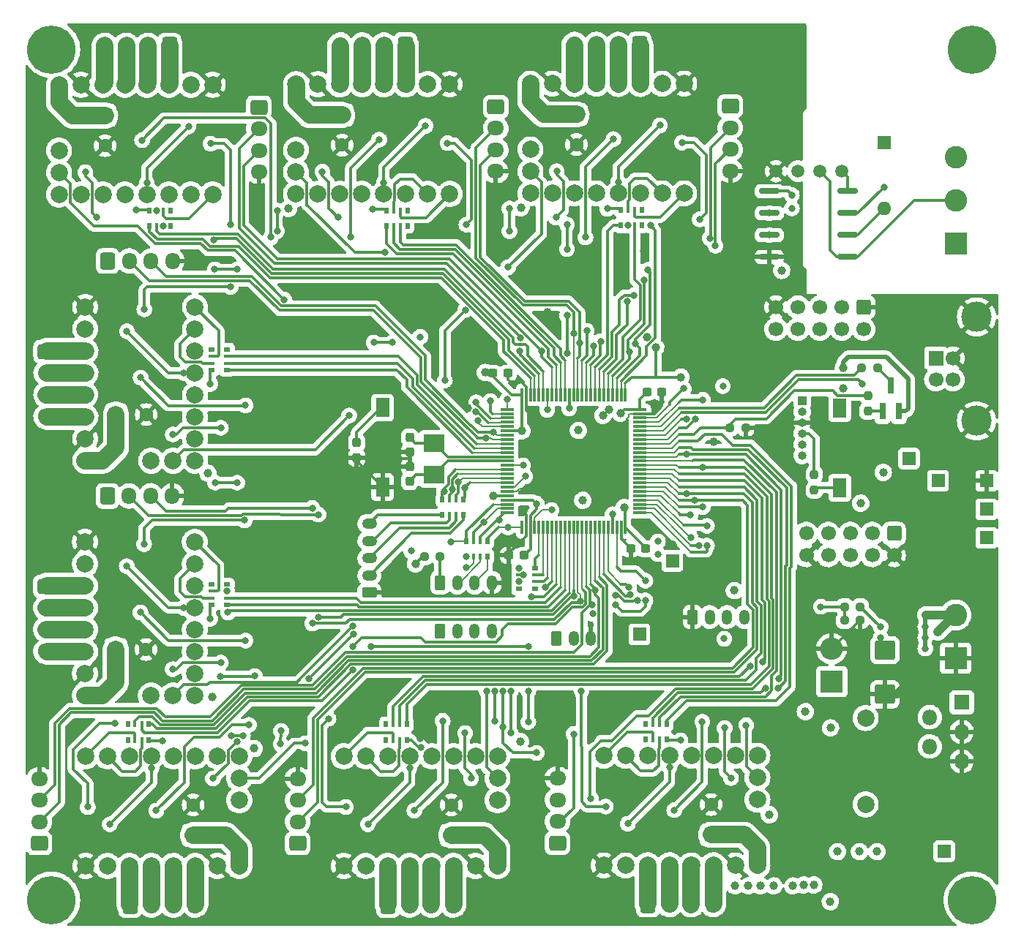
<source format=gbr>
%TF.GenerationSoftware,KiCad,Pcbnew,6.0.10*%
%TF.CreationDate,2023-02-06T19:48:00+03:00*%
%TF.ProjectId,multistepper,6d756c74-6973-4746-9570-7065722e6b69,rev?*%
%TF.SameCoordinates,Original*%
%TF.FileFunction,Copper,L1,Top*%
%TF.FilePolarity,Positive*%
%FSLAX46Y46*%
G04 Gerber Fmt 4.6, Leading zero omitted, Abs format (unit mm)*
G04 Created by KiCad (PCBNEW 6.0.10) date 2023-02-06 19:48:00*
%MOMM*%
%LPD*%
G01*
G04 APERTURE LIST*
G04 Aperture macros list*
%AMRoundRect*
0 Rectangle with rounded corners*
0 $1 Rounding radius*
0 $2 $3 $4 $5 $6 $7 $8 $9 X,Y pos of 4 corners*
0 Add a 4 corners polygon primitive as box body*
4,1,4,$2,$3,$4,$5,$6,$7,$8,$9,$2,$3,0*
0 Add four circle primitives for the rounded corners*
1,1,$1+$1,$2,$3*
1,1,$1+$1,$4,$5*
1,1,$1+$1,$6,$7*
1,1,$1+$1,$8,$9*
0 Add four rect primitives between the rounded corners*
20,1,$1+$1,$2,$3,$4,$5,0*
20,1,$1+$1,$4,$5,$6,$7,0*
20,1,$1+$1,$6,$7,$8,$9,0*
20,1,$1+$1,$8,$9,$2,$3,0*%
G04 Aperture macros list end*
%TA.AperFunction,SMDPad,CuDef*%
%ADD10RoundRect,0.237500X-0.300000X-0.237500X0.300000X-0.237500X0.300000X0.237500X-0.300000X0.237500X0*%
%TD*%
%TA.AperFunction,ComponentPad*%
%ADD11RoundRect,0.250000X0.600000X0.725000X-0.600000X0.725000X-0.600000X-0.725000X0.600000X-0.725000X0*%
%TD*%
%TA.AperFunction,ComponentPad*%
%ADD12O,1.700000X1.950000*%
%TD*%
%TA.AperFunction,ComponentPad*%
%ADD13RoundRect,0.250000X-0.725000X0.600000X-0.725000X-0.600000X0.725000X-0.600000X0.725000X0.600000X0*%
%TD*%
%TA.AperFunction,ComponentPad*%
%ADD14O,1.950000X1.700000*%
%TD*%
%TA.AperFunction,ComponentPad*%
%ADD15RoundRect,0.250000X0.625000X-0.350000X0.625000X0.350000X-0.625000X0.350000X-0.625000X-0.350000X0*%
%TD*%
%TA.AperFunction,ComponentPad*%
%ADD16O,1.750000X1.200000*%
%TD*%
%TA.AperFunction,ComponentPad*%
%ADD17RoundRect,0.250000X-0.600000X0.600000X-0.600000X-0.600000X0.600000X-0.600000X0.600000X0.600000X0*%
%TD*%
%TA.AperFunction,ComponentPad*%
%ADD18C,1.700000*%
%TD*%
%TA.AperFunction,SMDPad,CuDef*%
%ADD19R,1.600000X2.180000*%
%TD*%
%TA.AperFunction,ComponentPad*%
%ADD20RoundRect,0.250000X0.725000X-0.600000X0.725000X0.600000X-0.725000X0.600000X-0.725000X-0.600000X0*%
%TD*%
%TA.AperFunction,ComponentPad*%
%ADD21R,1.500000X1.500000*%
%TD*%
%TA.AperFunction,ComponentPad*%
%ADD22C,5.600000*%
%TD*%
%TA.AperFunction,SMDPad,CuDef*%
%ADD23RoundRect,0.237500X-0.237500X0.250000X-0.237500X-0.250000X0.237500X-0.250000X0.237500X0.250000X0*%
%TD*%
%TA.AperFunction,ComponentPad*%
%ADD24R,1.600000X1.600000*%
%TD*%
%TA.AperFunction,ComponentPad*%
%ADD25O,1.600000X1.600000*%
%TD*%
%TA.AperFunction,ComponentPad*%
%ADD26C,1.600000*%
%TD*%
%TA.AperFunction,ComponentPad*%
%ADD27RoundRect,0.250000X-0.350000X-0.625000X0.350000X-0.625000X0.350000X0.625000X-0.350000X0.625000X0*%
%TD*%
%TA.AperFunction,ComponentPad*%
%ADD28O,1.200000X1.750000*%
%TD*%
%TA.AperFunction,ComponentPad*%
%ADD29RoundRect,0.250000X-0.600000X-0.725000X0.600000X-0.725000X0.600000X0.725000X-0.600000X0.725000X0*%
%TD*%
%TA.AperFunction,ComponentPad*%
%ADD30C,2.000000*%
%TD*%
%TA.AperFunction,SMDPad,CuDef*%
%ADD31R,0.500000X0.800000*%
%TD*%
%TA.AperFunction,SMDPad,CuDef*%
%ADD32R,0.400000X0.800000*%
%TD*%
%TA.AperFunction,SMDPad,CuDef*%
%ADD33R,0.800000X0.500000*%
%TD*%
%TA.AperFunction,SMDPad,CuDef*%
%ADD34R,0.800000X0.400000*%
%TD*%
%TA.AperFunction,ComponentPad*%
%ADD35R,2.600000X2.600000*%
%TD*%
%TA.AperFunction,ComponentPad*%
%ADD36C,2.600000*%
%TD*%
%TA.AperFunction,SMDPad,CuDef*%
%ADD37RoundRect,0.237500X0.250000X0.237500X-0.250000X0.237500X-0.250000X-0.237500X0.250000X-0.237500X0*%
%TD*%
%TA.AperFunction,SMDPad,CuDef*%
%ADD38R,0.800000X1.900000*%
%TD*%
%TA.AperFunction,ComponentPad*%
%ADD39R,1.000000X1.000000*%
%TD*%
%TA.AperFunction,ComponentPad*%
%ADD40O,1.000000X1.000000*%
%TD*%
%TA.AperFunction,SMDPad,CuDef*%
%ADD41RoundRect,0.075000X-0.725000X-0.075000X0.725000X-0.075000X0.725000X0.075000X-0.725000X0.075000X0*%
%TD*%
%TA.AperFunction,SMDPad,CuDef*%
%ADD42RoundRect,0.075000X-0.075000X-0.725000X0.075000X-0.725000X0.075000X0.725000X-0.075000X0.725000X0*%
%TD*%
%TA.AperFunction,SMDPad,CuDef*%
%ADD43RoundRect,0.237500X0.237500X-0.300000X0.237500X0.300000X-0.237500X0.300000X-0.237500X-0.300000X0*%
%TD*%
%TA.AperFunction,SMDPad,CuDef*%
%ADD44RoundRect,0.237500X-0.250000X-0.237500X0.250000X-0.237500X0.250000X0.237500X-0.250000X0.237500X0*%
%TD*%
%TA.AperFunction,SMDPad,CuDef*%
%ADD45R,2.400000X2.000000*%
%TD*%
%TA.AperFunction,SMDPad,CuDef*%
%ADD46RoundRect,0.237500X0.237500X-0.250000X0.237500X0.250000X-0.237500X0.250000X-0.237500X-0.250000X0*%
%TD*%
%TA.AperFunction,SMDPad,CuDef*%
%ADD47RoundRect,0.237500X-0.237500X0.300000X-0.237500X-0.300000X0.237500X-0.300000X0.237500X0.300000X0*%
%TD*%
%TA.AperFunction,ComponentPad*%
%ADD48C,1.500000*%
%TD*%
%TA.AperFunction,ComponentPad*%
%ADD49O,2.600000X2.600000*%
%TD*%
%TA.AperFunction,SMDPad,CuDef*%
%ADD50RoundRect,0.162500X-1.012500X-0.162500X1.012500X-0.162500X1.012500X0.162500X-1.012500X0.162500X0*%
%TD*%
%TA.AperFunction,ComponentPad*%
%ADD51R,1.800000X1.800000*%
%TD*%
%TA.AperFunction,ComponentPad*%
%ADD52O,1.800000X1.800000*%
%TD*%
%TA.AperFunction,SMDPad,CuDef*%
%ADD53RoundRect,0.237500X0.300000X0.237500X-0.300000X0.237500X-0.300000X-0.237500X0.300000X-0.237500X0*%
%TD*%
%TA.AperFunction,SMDPad,CuDef*%
%ADD54RoundRect,0.250000X-0.925000X0.875000X-0.925000X-0.875000X0.925000X-0.875000X0.925000X0.875000X0*%
%TD*%
%TA.AperFunction,ComponentPad*%
%ADD55R,1.700000X1.700000*%
%TD*%
%TA.AperFunction,ComponentPad*%
%ADD56C,3.500000*%
%TD*%
%TA.AperFunction,ViaPad*%
%ADD57C,1.000000*%
%TD*%
%TA.AperFunction,ViaPad*%
%ADD58C,0.800000*%
%TD*%
%TA.AperFunction,Conductor*%
%ADD59C,0.300000*%
%TD*%
%TA.AperFunction,Conductor*%
%ADD60C,0.200000*%
%TD*%
%TA.AperFunction,Conductor*%
%ADD61C,1.000000*%
%TD*%
%TA.AperFunction,Conductor*%
%ADD62C,0.500000*%
%TD*%
%TA.AperFunction,Conductor*%
%ADD63C,2.000000*%
%TD*%
G04 APERTURE END LIST*
D10*
%TO.P,C9,1*%
%TO.N,MCU3v3*%
X110035000Y-79502000D03*
%TO.P,C9,2*%
%TO.N,GND*%
X111760000Y-79502000D03*
%TD*%
D11*
%TO.P,J17,1,Pin_1*%
%TO.N,Net-(J17-Pad1)*%
X99921075Y-41501827D03*
D12*
%TO.P,J17,2,Pin_2*%
%TO.N,Net-(J17-Pad2)*%
X97421075Y-41501827D03*
%TO.P,J17,3,Pin_3*%
%TO.N,Net-(J17-Pad3)*%
X94921075Y-41501827D03*
%TO.P,J17,4,Pin_4*%
%TO.N,Net-(J17-Pad4)*%
X92421075Y-41501827D03*
%TD*%
D13*
%TO.P,J12,1,Pin_1*%
%TO.N,Net-(J12-Pad1)*%
X58374000Y-76974000D03*
D14*
%TO.P,J12,2,Pin_2*%
%TO.N,Net-(J12-Pad2)*%
X58374000Y-79474000D03*
%TO.P,J12,3,Pin_3*%
%TO.N,Net-(J12-Pad3)*%
X58374000Y-81974000D03*
%TO.P,J12,4,Pin_4*%
%TO.N,Net-(J12-Pad4)*%
X58374000Y-84474000D03*
%TD*%
D15*
%TO.P,J6,1,Pin_1*%
%TO.N,GND*%
X95758000Y-104902000D03*
D16*
%TO.P,J6,2,Pin_2*%
%TO.N,Net-(J6-Pad2)*%
X95758000Y-102902000D03*
%TO.P,J6,3,Pin_3*%
%TO.N,Net-(J6-Pad3)*%
X95758000Y-100902000D03*
%TO.P,J6,4,Pin_4*%
%TO.N,Net-(J6-Pad4)*%
X95758000Y-98902000D03*
%TO.P,J6,5,Pin_5*%
%TO.N,Net-(J6-Pad5)*%
X95758000Y-96902000D03*
%TD*%
D17*
%TO.P,J2,1,Pin_1*%
%TO.N,GND*%
X152958800Y-71840700D03*
D18*
%TO.P,J2,2,Pin_2*%
%TO.N,Net-(J2-Pad2)*%
X152958800Y-74380700D03*
%TO.P,J2,3,Pin_3*%
%TO.N,Net-(J2-Pad3)*%
X150418800Y-71840700D03*
%TO.P,J2,4,Pin_4*%
%TO.N,Net-(J2-Pad4)*%
X150418800Y-74380700D03*
%TO.P,J2,5,Pin_5*%
%TO.N,Net-(J2-Pad5)*%
X147878800Y-71840700D03*
%TO.P,J2,6,Pin_6*%
%TO.N,Net-(J2-Pad6)*%
X147878800Y-74380700D03*
%TO.P,J2,7,Pin_7*%
%TO.N,Net-(J2-Pad7)*%
X145338800Y-71840700D03*
%TO.P,J2,8,Pin_8*%
%TO.N,Net-(J2-Pad8)*%
X145338800Y-74380700D03*
%TO.P,J2,9,Pin_9*%
%TO.N,GND*%
X142798800Y-71840700D03*
%TO.P,J2,10,Pin_10*%
%TO.N,Net-(J2-Pad10)*%
X142798800Y-74380700D03*
%TD*%
D19*
%TO.P,SW2,1,1*%
%TO.N,/MCU base/BOOT0*%
X150164800Y-83548000D03*
%TO.P,SW2,2,2*%
%TO.N,MCU3v3*%
X150164800Y-92728000D03*
%TD*%
D20*
%TO.P,J22,1,Pin_1*%
%TO.N,Net-(J22-Pad1)*%
X87466000Y-133934000D03*
D14*
%TO.P,J22,2,Pin_2*%
%TO.N,M5_L0*%
X87466000Y-131434000D03*
%TO.P,J22,3,Pin_3*%
%TO.N,M5_L1*%
X87466000Y-128934000D03*
%TO.P,J22,4,Pin_4*%
%TO.N,GND*%
X87466000Y-126434000D03*
%TD*%
D21*
%TO.P,TP7,1,1*%
%TO.N,+5V*%
X161544000Y-91948000D03*
%TD*%
D22*
%TO.P,H4,1*%
%TO.N,N/C*%
X165500000Y-140500000D03*
%TD*%
D23*
%TO.P,R36,1*%
%TO.N,/MCU base/DPPU*%
X153416000Y-82043900D03*
%TO.P,R36,2*%
%TO.N,Net-(Q3-Pad1)*%
X153416000Y-83868900D03*
%TD*%
D24*
%TO.P,SW3,1*%
%TO.N,Net-(R18-Pad1)*%
X155295600Y-52832000D03*
D25*
%TO.P,SW3,2*%
%TO.N,/CANL*%
X155295600Y-60452000D03*
%TD*%
D24*
%TO.P,C24,1*%
%TO.N,/Motors/Vm*%
X105246000Y-132978000D03*
D26*
%TO.P,C24,2*%
%TO.N,GND*%
X105246000Y-129478000D03*
%TD*%
D27*
%TO.P,J5,1,Pin_1*%
%TO.N,Net-(J4-Pad1)*%
X103934000Y-103733600D03*
D28*
%TO.P,J5,2,Pin_2*%
%TO.N,ADC2*%
X105934000Y-103733600D03*
%TO.P,J5,3,Pin_3*%
%TO.N,ADC3*%
X107934000Y-103733600D03*
%TO.P,J5,4,Pin_4*%
%TO.N,GND*%
X109934000Y-103733600D03*
%TD*%
D29*
%TO.P,J11,1,Pin_1*%
%TO.N,Net-(J11-Pad1)*%
X65500000Y-66500000D03*
D12*
%TO.P,J11,2,Pin_2*%
%TO.N,M0_L0*%
X68000000Y-66500000D03*
%TO.P,J11,3,Pin_3*%
%TO.N,M0_L1*%
X70500000Y-66500000D03*
%TO.P,J11,4,Pin_4*%
%TO.N,GND*%
X73000000Y-66500000D03*
%TD*%
D30*
%TO.P,XX5,1,~{EN}*%
%TO.N,/Motors/stepper_M5/~{ENx}*%
X140640000Y-123774000D03*
%TO.P,XX5,2,MS1*%
%TO.N,/Motors/stepper_M5/MS1*%
X138100000Y-123774000D03*
%TO.P,XX5,3,MS2*%
%TO.N,/Motors/stepper_M5/MS2*%
X135560000Y-123774000D03*
%TO.P,XX5,4,SPREAD*%
%TO.N,/Motors/stepper_M5/SPR*%
X133020000Y-123774000D03*
%TO.P,XX5,5,PDN_UART*%
%TO.N,/Motors/stepper_M5/U*%
X130480000Y-123774000D03*
%TO.P,XX5,6,CLK*%
%TO.N,/Motors/stepper_M5/CLK*%
X127940000Y-123774000D03*
%TO.P,XX5,7,STEP*%
%TO.N,/Motors/stepper_M5/STEPx*%
X125400000Y-123774000D03*
%TO.P,XX5,8,DIR*%
%TO.N,/Motors/stepper_M5/DIRx*%
X122860000Y-123774000D03*
%TO.P,XX5,9,GND*%
%TO.N,GND*%
X122860000Y-136474000D03*
%TO.P,XX5,10,VIO*%
%TO.N,Vio*%
X125400000Y-136474000D03*
%TO.P,XX5,11,M1B*%
%TO.N,Net-(J21-Pad1)*%
X127940000Y-136474000D03*
%TO.P,XX5,12,M1A*%
%TO.N,Net-(J21-Pad2)*%
X130480000Y-136474000D03*
%TO.P,XX5,13,M2A*%
%TO.N,Net-(J21-Pad3)*%
X133020000Y-136474000D03*
%TO.P,XX5,14,M2B*%
%TO.N,Net-(J21-Pad4)*%
X135560000Y-136474000D03*
%TO.P,XX5,15,GND*%
%TO.N,GND*%
X138100000Y-136474000D03*
%TO.P,XX5,16,Vmot*%
%TO.N,/Motors/Vm*%
X140640000Y-136474000D03*
%TO.P,XX5,17,DIAG*%
%TO.N,/Motors/DIAG4*%
X140640000Y-126314000D03*
%TO.P,XX5,18,INDEX*%
%TO.N,unconnected-(XX5-Pad18)*%
X140640000Y-128854000D03*
%TD*%
D31*
%TO.P,RN11,1,R1.1*%
%TO.N,unconnected-(RN11-Pad1)*%
X127270450Y-60560000D03*
D32*
%TO.P,RN11,2,R2.1*%
%TO.N,/Motors/stepper_M4/DIRx*%
X126470450Y-60560000D03*
%TO.P,RN11,3,R3.1*%
%TO.N,/Motors/stepper_M4/STEPx*%
X125670450Y-60560000D03*
D31*
%TO.P,RN11,4,R4.1*%
%TO.N,/Motors/stepper_M4/~{ENx}*%
X124870450Y-60560000D03*
%TO.P,RN11,5,R4.2*%
%TO.N,M3_EN*%
X124870450Y-62360000D03*
D32*
%TO.P,RN11,6,R3.2*%
%TO.N,M3_STEP*%
X125670450Y-62360000D03*
%TO.P,RN11,7,R2.2*%
%TO.N,M3_DIR*%
X126470450Y-62360000D03*
D31*
%TO.P,RN11,8,R1.2*%
%TO.N,unconnected-(RN11-Pad8)*%
X127270450Y-62360000D03*
%TD*%
D27*
%TO.P,J13,1,Pin_1*%
%TO.N,Net-(J13-Pad1)*%
X117380000Y-110194000D03*
D28*
%TO.P,J13,2,Pin_2*%
%TO.N,Net-(J13-Pad2)*%
X119380000Y-110194000D03*
%TO.P,J13,3,Pin_3*%
%TO.N,GND*%
X121380000Y-110194000D03*
%TD*%
D30*
%TO.P,XX8,1,~{EN}*%
%TO.N,/Motors/stepper_M8/~{ENx}*%
X75572000Y-116801600D03*
%TO.P,XX8,2,MS1*%
%TO.N,/Motors/stepper_M8/MS1*%
X75572000Y-114261600D03*
%TO.P,XX8,3,MS2*%
%TO.N,/Motors/stepper_M8/MS2*%
X75572000Y-111721600D03*
%TO.P,XX8,4,SPREAD*%
%TO.N,/Motors/stepper_M8/SPR*%
X75572000Y-109181600D03*
%TO.P,XX8,5,PDN_UART*%
%TO.N,/Motors/stepper_M8/U*%
X75572000Y-106641600D03*
%TO.P,XX8,6,CLK*%
%TO.N,/Motors/stepper_M8/CLK*%
X75572000Y-104101600D03*
%TO.P,XX8,7,STEP*%
%TO.N,/Motors/stepper_M8/STEPx*%
X75572000Y-101561600D03*
%TO.P,XX8,8,DIR*%
%TO.N,/Motors/stepper_M8/DIRx*%
X75572000Y-99021600D03*
%TO.P,XX8,9,GND*%
%TO.N,GND*%
X62872000Y-99021600D03*
%TO.P,XX8,10,VIO*%
%TO.N,Vio*%
X62872000Y-101561600D03*
%TO.P,XX8,11,M1B*%
%TO.N,Net-(J27-Pad1)*%
X62872000Y-104101600D03*
%TO.P,XX8,12,M1A*%
%TO.N,Net-(J27-Pad2)*%
X62872000Y-106641600D03*
%TO.P,XX8,13,M2A*%
%TO.N,Net-(J27-Pad3)*%
X62872000Y-109181600D03*
%TO.P,XX8,14,M2B*%
%TO.N,Net-(J27-Pad4)*%
X62872000Y-111721600D03*
%TO.P,XX8,15,GND*%
%TO.N,GND*%
X62872000Y-114261600D03*
%TO.P,XX8,16,Vmot*%
%TO.N,/Motors/Vm*%
X62872000Y-116801600D03*
%TO.P,XX8,17,DIAG*%
%TO.N,/Motors/DIAG7*%
X73032000Y-116801600D03*
%TO.P,XX8,18,INDEX*%
%TO.N,unconnected-(XX8-Pad18)*%
X70492000Y-116801600D03*
%TD*%
%TO.P,XX3,1,~{EN}*%
%TO.N,/Motors/stepper_M3/~{ENx}*%
X87281075Y-58727827D03*
%TO.P,XX3,2,MS1*%
%TO.N,/Motors/stepper_M3/MS1*%
X89821075Y-58727827D03*
%TO.P,XX3,3,MS2*%
%TO.N,/Motors/stepper_M3/MS2*%
X92361075Y-58727827D03*
%TO.P,XX3,4,SPREAD*%
%TO.N,/Motors/stepper_M3/SPR*%
X94901075Y-58727827D03*
%TO.P,XX3,5,PDN_UART*%
%TO.N,/Motors/stepper_M3/U*%
X97441075Y-58727827D03*
%TO.P,XX3,6,CLK*%
%TO.N,/Motors/stepper_M3/CLK*%
X99981075Y-58727827D03*
%TO.P,XX3,7,STEP*%
%TO.N,/Motors/stepper_M3/STEPx*%
X102521075Y-58727827D03*
%TO.P,XX3,8,DIR*%
%TO.N,/Motors/stepper_M3/DIRx*%
X105061075Y-58727827D03*
%TO.P,XX3,9,GND*%
%TO.N,GND*%
X105061075Y-46027827D03*
%TO.P,XX3,10,VIO*%
%TO.N,Vio*%
X102521075Y-46027827D03*
%TO.P,XX3,11,M1B*%
%TO.N,Net-(J17-Pad1)*%
X99981075Y-46027827D03*
%TO.P,XX3,12,M1A*%
%TO.N,Net-(J17-Pad2)*%
X97441075Y-46027827D03*
%TO.P,XX3,13,M2A*%
%TO.N,Net-(J17-Pad3)*%
X94901075Y-46027827D03*
%TO.P,XX3,14,M2B*%
%TO.N,Net-(J17-Pad4)*%
X92361075Y-46027827D03*
%TO.P,XX3,15,GND*%
%TO.N,GND*%
X89821075Y-46027827D03*
%TO.P,XX3,16,Vmot*%
%TO.N,/Motors/Vm*%
X87281075Y-46027827D03*
%TO.P,XX3,17,DIAG*%
%TO.N,/Motors/DIAG2*%
X87281075Y-56187827D03*
%TO.P,XX3,18,INDEX*%
%TO.N,unconnected-(XX3-Pad18)*%
X87281075Y-53647827D03*
%TD*%
D33*
%TO.P,RN7,1,R1.1*%
%TO.N,/Motors/SCK*%
X113095200Y-102025600D03*
D34*
%TO.P,RN7,2,R2.1*%
%TO.N,/Motors/MISO*%
X113095200Y-102825600D03*
%TO.P,RN7,3,R3.1*%
%TO.N,/Motors/MOSI*%
X113095200Y-103625600D03*
D33*
%TO.P,RN7,4,R4.1*%
%TO.N,unconnected-(RN7-Pad4)*%
X113095200Y-104425600D03*
%TO.P,RN7,5,R4.2*%
%TO.N,unconnected-(RN7-Pad5)*%
X114895200Y-104425600D03*
D34*
%TO.P,RN7,6,R3.2*%
%TO.N,TMC_MOSI*%
X114895200Y-103625600D03*
%TO.P,RN7,7,R2.2*%
%TO.N,TMC_MISO*%
X114895200Y-102825600D03*
D33*
%TO.P,RN7,8,R1.2*%
%TO.N,TMC_SCK*%
X114895200Y-102025600D03*
%TD*%
D35*
%TO.P,J10,1,Pin_1*%
%TO.N,GND*%
X163576000Y-112482000D03*
D36*
%TO.P,J10,2,Pin_2*%
%TO.N,Net-(J10-Pad2)*%
X163576000Y-107482000D03*
%TD*%
D37*
%TO.P,R33,1*%
%TO.N,Net-(R33-Pad1)*%
X154529800Y-78841600D03*
%TO.P,R33,2*%
%TO.N,USB_DP*%
X152704800Y-78841600D03*
%TD*%
D17*
%TO.P,J3,1,Pin_1*%
%TO.N,Net-(J3-Pad1)*%
X156464000Y-98044000D03*
D18*
%TO.P,J3,2,Pin_2*%
%TO.N,GND*%
X156464000Y-100584000D03*
%TO.P,J3,3,Pin_3*%
%TO.N,Net-(J3-Pad3)*%
X153924000Y-98044000D03*
%TO.P,J3,4,Pin_4*%
%TO.N,Net-(J3-Pad4)*%
X153924000Y-100584000D03*
%TO.P,J3,5,Pin_5*%
%TO.N,Net-(J3-Pad5)*%
X151384000Y-98044000D03*
%TO.P,J3,6,Pin_6*%
%TO.N,Net-(J3-Pad6)*%
X151384000Y-100584000D03*
%TO.P,J3,7,Pin_7*%
%TO.N,Net-(J3-Pad7)*%
X148844000Y-98044000D03*
%TO.P,J3,8,Pin_8*%
%TO.N,Net-(J3-Pad8)*%
X148844000Y-100584000D03*
%TO.P,J3,9,Pin_9*%
%TO.N,Net-(J3-Pad9)*%
X146304000Y-98044000D03*
%TO.P,J3,10,Pin_10*%
%TO.N,GND*%
X146304000Y-100584000D03*
%TD*%
D38*
%TO.P,Q3,1,G*%
%TO.N,Net-(Q3-Pad1)*%
X155107600Y-83897600D03*
%TO.P,Q3,2,S*%
%TO.N,+3V3*%
X157007600Y-83897600D03*
%TO.P,Q3,3,D*%
%TO.N,Net-(R33-Pad1)*%
X156057600Y-80897600D03*
%TD*%
D21*
%TO.P,TP3,1,1*%
%TO.N,GND*%
X167132000Y-91948000D03*
%TD*%
D39*
%TO.P,J1,1,Pin_1*%
%TO.N,/MCU base/SWCLK*%
X145821000Y-82677000D03*
D40*
%TO.P,J1,2,Pin_2*%
%TO.N,/MCU base/SWDIO*%
X145821000Y-83947000D03*
%TO.P,J1,3,Pin_3*%
%TO.N,GND*%
X145821000Y-85217000D03*
%TO.P,J1,4,Pin_4*%
%TO.N,Net-(J1-Pad4)*%
X145821000Y-86487000D03*
%TO.P,J1,5,Pin_5*%
%TO.N,/MCU base/BOOT0*%
X145821000Y-87757000D03*
%TO.P,J1,6,Pin_6*%
%TO.N,/MCU base/NRST*%
X145821000Y-89027000D03*
%TD*%
D20*
%TO.P,J24,1,Pin_1*%
%TO.N,Net-(J24-Pad1)*%
X57604925Y-133934000D03*
D14*
%TO.P,J24,2,Pin_2*%
%TO.N,M6_L0*%
X57604925Y-131434000D03*
%TO.P,J24,3,Pin_3*%
%TO.N,M6_L1*%
X57604925Y-128934000D03*
%TO.P,J24,4,Pin_4*%
%TO.N,GND*%
X57604925Y-126434000D03*
%TD*%
D41*
%TO.P,U1,1,PE2*%
%TO.N,/MCU base/Diagn*%
X111705000Y-83662000D03*
%TO.P,U1,2,PE3*%
%TO.N,MUL0*%
X111705000Y-84162000D03*
%TO.P,U1,3,PE4*%
%TO.N,MUL1*%
X111705000Y-84662000D03*
%TO.P,U1,4,PE5*%
%TO.N,MUL2*%
X111705000Y-85162000D03*
%TO.P,U1,5,PE6*%
%TO.N,MUL_EN*%
X111705000Y-85662000D03*
%TO.P,U1,6,VBAT*%
%TO.N,MCU3v3*%
X111705000Y-86162000D03*
%TO.P,U1,7,PC13*%
%TO.N,M0_L1*%
X111705000Y-86662000D03*
%TO.P,U1,8,PC14*%
%TO.N,M0_L0*%
X111705000Y-87162000D03*
%TO.P,U1,9,PC15*%
%TO.N,M0_DIR*%
X111705000Y-87662000D03*
%TO.P,U1,10,PF9*%
%TO.N,M0_STEP*%
X111705000Y-88162000D03*
%TO.P,U1,11,PF10*%
%TO.N,M0_EN*%
X111705000Y-88662000D03*
%TO.P,U1,12,PF0*%
%TO.N,/MCU base/OSC_IN*%
X111705000Y-89162000D03*
%TO.P,U1,13,PF1*%
%TO.N,/MCU base/OSC_OUT*%
X111705000Y-89662000D03*
%TO.P,U1,14,NRST*%
%TO.N,/MCU base/NRST*%
X111705000Y-90162000D03*
%TO.P,U1,15,PC0*%
%TO.N,/MCU base/MOT_MUL0*%
X111705000Y-90662000D03*
%TO.P,U1,16,PC1*%
%TO.N,/MCU base/MOT_MUL1*%
X111705000Y-91162000D03*
%TO.P,U1,17,PC2*%
%TO.N,/MCU base/MOT_MUL2*%
X111705000Y-91662000D03*
%TO.P,U1,18,PC3*%
%TO.N,/MCU base/MOT_MUL_EN*%
X111705000Y-92162000D03*
%TO.P,U1,19,PF2*%
%TO.N,/MCU base/A5*%
X111705000Y-92662000D03*
%TO.P,U1,20,VSSA*%
%TO.N,GND*%
X111705000Y-93162000D03*
%TO.P,U1,21,VREF+*%
%TO.N,+3.3VADC*%
X111705000Y-93662000D03*
%TO.P,U1,22,VDDA*%
%TO.N,MCU3v3*%
X111705000Y-94162000D03*
%TO.P,U1,23,PA0*%
%TO.N,/MCU base/A0*%
X111705000Y-94662000D03*
%TO.P,U1,24,PA1*%
%TO.N,/MCU base/A1*%
X111705000Y-95162000D03*
%TO.P,U1,25,PA2*%
%TO.N,/MCU base/A2*%
X111705000Y-95662000D03*
D42*
%TO.P,U1,26,PA3*%
%TO.N,/MCU base/A3*%
X113380000Y-97337000D03*
%TO.P,U1,27,VSS*%
%TO.N,GND*%
X113880000Y-97337000D03*
%TO.P,U1,28,VDD*%
%TO.N,MCU3v3*%
X114380000Y-97337000D03*
%TO.P,U1,29,PA4*%
%TO.N,/MCU base/A4*%
X114880000Y-97337000D03*
%TO.P,U1,30,PA5*%
%TO.N,TMC_SCK*%
X115380000Y-97337000D03*
%TO.P,U1,31,PA6*%
%TO.N,TMC_MISO*%
X115880000Y-97337000D03*
%TO.P,U1,32,PA7*%
%TO.N,TMC_MOSI*%
X116380000Y-97337000D03*
%TO.P,U1,33,PC4*%
%TO.N,/MCU base/USART1_TX*%
X116880000Y-97337000D03*
%TO.P,U1,34,PC5*%
%TO.N,/MCU base/USART1_RX*%
X117380000Y-97337000D03*
%TO.P,U1,35,PB0*%
%TO.N,M7_STEP*%
X117880000Y-97337000D03*
%TO.P,U1,36,PB1*%
%TO.N,M7_EN*%
X118380000Y-97337000D03*
%TO.P,U1,37,PB2*%
%TO.N,M7_DIR*%
X118880000Y-97337000D03*
%TO.P,U1,38,PE7*%
%TO.N,M7_L0*%
X119380000Y-97337000D03*
%TO.P,U1,39,PE8*%
%TO.N,M7_L1*%
X119880000Y-97337000D03*
%TO.P,U1,40,PE9*%
%TO.N,M6_STEP*%
X120380000Y-97337000D03*
%TO.P,U1,41,PE10*%
%TO.N,M6_L1*%
X120880000Y-97337000D03*
%TO.P,U1,42,PE11*%
%TO.N,M6_L0*%
X121380000Y-97337000D03*
%TO.P,U1,43,PE12*%
%TO.N,M6_DIR*%
X121880000Y-97337000D03*
%TO.P,U1,44,PE13*%
%TO.N,M6_EN*%
X122380000Y-97337000D03*
%TO.P,U1,45,PE14*%
%TO.N,/MCU base/OUT2*%
X122880000Y-97337000D03*
%TO.P,U1,46,PE15*%
%TO.N,/MCU base/OUT1*%
X123380000Y-97337000D03*
%TO.P,U1,47,PB10*%
%TO.N,USART3_TX*%
X123880000Y-97337000D03*
%TO.P,U1,48,PB11*%
%TO.N,/MCU base/OUT0*%
X124380000Y-97337000D03*
%TO.P,U1,49,VSS*%
%TO.N,GND*%
X124880000Y-97337000D03*
%TO.P,U1,50,VDD*%
%TO.N,MCU3v3*%
X125380000Y-97337000D03*
D41*
%TO.P,U1,51,PB12*%
%TO.N,/MCU base/SCRN_DCRS*%
X127055000Y-95662000D03*
%TO.P,U1,52,PB13*%
%TO.N,/MCU base/SCRN_SCK*%
X127055000Y-95162000D03*
%TO.P,U1,53,PB14*%
%TO.N,/MCU base/SCRN_MISO*%
X127055000Y-94662000D03*
%TO.P,U1,54,PB15*%
%TO.N,/MCU base/SCRN_MOSI*%
X127055000Y-94162000D03*
%TO.P,U1,55,PD8*%
%TO.N,/MCU base/SCRN_RST*%
X127055000Y-93662000D03*
%TO.P,U1,56,PD9*%
%TO.N,/MCU base/SCRN_CS*%
X127055000Y-93162000D03*
%TO.P,U1,57,PD10*%
%TO.N,M5_L1*%
X127055000Y-92662000D03*
%TO.P,U1,58,PD11*%
%TO.N,M5_L0*%
X127055000Y-92162000D03*
%TO.P,U1,59,PD12*%
%TO.N,M5_STEP*%
X127055000Y-91662000D03*
%TO.P,U1,60,PD13*%
%TO.N,M5_DIR*%
X127055000Y-91162000D03*
%TO.P,U1,61,PD14*%
%TO.N,M5_EN*%
X127055000Y-90662000D03*
%TO.P,U1,62,PD15*%
%TO.N,M4_L1*%
X127055000Y-90162000D03*
%TO.P,U1,63,PC6*%
%TO.N,M4_STEP*%
X127055000Y-89662000D03*
%TO.P,U1,64,PC7*%
%TO.N,M4_L0*%
X127055000Y-89162000D03*
%TO.P,U1,65,PC8*%
%TO.N,M4_DIR*%
X127055000Y-88662000D03*
%TO.P,U1,66,PC9*%
%TO.N,M4_EN*%
X127055000Y-88162000D03*
%TO.P,U1,67,PA8*%
%TO.N,/MCU base/DPPU*%
X127055000Y-87662000D03*
%TO.P,U1,68,PA9*%
%TO.N,/MCU base/BTN1*%
X127055000Y-87162000D03*
%TO.P,U1,69,PA10*%
%TO.N,/MCU base/BTN2_SDA*%
X127055000Y-86662000D03*
%TO.P,U1,70,PA11*%
%TO.N,USB_DM*%
X127055000Y-86162000D03*
%TO.P,U1,71,PA12*%
%TO.N,USB_DP*%
X127055000Y-85662000D03*
%TO.P,U1,72,PA13*%
%TO.N,/MCU base/SWDIO*%
X127055000Y-85162000D03*
%TO.P,U1,73,PF6*%
%TO.N,/MCU base/BTN3_SCL*%
X127055000Y-84662000D03*
%TO.P,U1,74,VSS*%
%TO.N,GND*%
X127055000Y-84162000D03*
%TO.P,U1,75,VDD*%
%TO.N,MCU3v3*%
X127055000Y-83662000D03*
D42*
%TO.P,U1,76,PA14*%
%TO.N,/MCU base/SWCLK*%
X125380000Y-81987000D03*
%TO.P,U1,77,PA15*%
%TO.N,M3_STEP*%
X124880000Y-81987000D03*
%TO.P,U1,78,PC10*%
%TO.N,M3_L0*%
X124380000Y-81987000D03*
%TO.P,U1,79,PC11*%
%TO.N,M3_L1*%
X123880000Y-81987000D03*
%TO.P,U1,80,PC12*%
%TO.N,M3_DIR*%
X123380000Y-81987000D03*
%TO.P,U1,81,PD0*%
%TO.N,CAN_RX*%
X122880000Y-81987000D03*
%TO.P,U1,82,PD1*%
%TO.N,CAN_TX*%
X122380000Y-81987000D03*
%TO.P,U1,83,PD2*%
%TO.N,M3_EN*%
X121880000Y-81987000D03*
%TO.P,U1,84,PD3*%
%TO.N,/MCU base/BTN4*%
X121380000Y-81987000D03*
%TO.P,U1,85,PD4*%
%TO.N,/MCU base/BTN5*%
X120880000Y-81987000D03*
%TO.P,U1,86,PD5*%
%TO.N,/MCU base/BTN6*%
X120380000Y-81987000D03*
%TO.P,U1,87,PD6*%
%TO.N,M2_L1*%
X119880000Y-81987000D03*
%TO.P,U1,88,PD7*%
%TO.N,M2_L0*%
X119380000Y-81987000D03*
%TO.P,U1,89,PB3*%
%TO.N,USART2_TX*%
X118880000Y-81987000D03*
%TO.P,U1,90,PB4*%
%TO.N,M2_DIR*%
X118380000Y-81987000D03*
%TO.P,U1,91,PB5*%
%TO.N,M2_STEP*%
X117880000Y-81987000D03*
%TO.P,U1,92,PB6*%
%TO.N,M2_EN*%
X117380000Y-81987000D03*
%TO.P,U1,93,PB7*%
%TO.N,M1_L1*%
X116880000Y-81987000D03*
%TO.P,U1,94,BOOT0*%
%TO.N,/MCU base/BOOT0*%
X116380000Y-81987000D03*
%TO.P,U1,95,PB8*%
%TO.N,M1_STEP*%
X115880000Y-81987000D03*
%TO.P,U1,96,PB9*%
%TO.N,M1_L0*%
X115380000Y-81987000D03*
%TO.P,U1,97,PE0*%
%TO.N,M1_DIR*%
X114880000Y-81987000D03*
%TO.P,U1,98,PE1*%
%TO.N,M1_EN*%
X114380000Y-81987000D03*
%TO.P,U1,99,VSS*%
%TO.N,GND*%
X113880000Y-81987000D03*
%TO.P,U1,100,VDD*%
%TO.N,MCU3v3*%
X113380000Y-81987000D03*
%TD*%
D22*
%TO.P,H1,1*%
%TO.N,N/C*%
X59000000Y-42000000D03*
%TD*%
D24*
%TO.P,C23,1*%
%TO.N,/Motors/Vm*%
X135306000Y-132918000D03*
D26*
%TO.P,C23,2*%
%TO.N,GND*%
X135306000Y-129418000D03*
%TD*%
D43*
%TO.P,C4,1*%
%TO.N,/MCU base/OSC_OUT*%
X100417350Y-91997700D03*
%TO.P,C4,2*%
%TO.N,GND*%
X100417350Y-90272700D03*
%TD*%
D11*
%TO.P,J19,1,Pin_1*%
%TO.N,Net-(J19-Pad1)*%
X127026450Y-41440000D03*
D12*
%TO.P,J19,2,Pin_2*%
%TO.N,Net-(J19-Pad2)*%
X124526450Y-41440000D03*
%TO.P,J19,3,Pin_3*%
%TO.N,Net-(J19-Pad3)*%
X122026450Y-41440000D03*
%TO.P,J19,4,Pin_4*%
%TO.N,Net-(J19-Pad4)*%
X119526450Y-41440000D03*
%TD*%
D44*
%TO.P,R35,1*%
%TO.N,/MCU base/DPPU*%
X137466700Y-85801200D03*
%TO.P,R35,2*%
%TO.N,GND*%
X139291700Y-85801200D03*
%TD*%
D21*
%TO.P,TP2,1,1*%
%TO.N,Vdrive*%
X167132000Y-95250000D03*
%TD*%
D13*
%TO.P,J14,1,Pin_1*%
%TO.N,Net-(J14-Pad1)*%
X82974000Y-48689654D03*
D14*
%TO.P,J14,2,Pin_2*%
%TO.N,M1_L0*%
X82974000Y-51189654D03*
%TO.P,J14,3,Pin_3*%
%TO.N,M1_L1*%
X82974000Y-53689654D03*
%TO.P,J14,4,Pin_4*%
%TO.N,GND*%
X82974000Y-56189654D03*
%TD*%
D22*
%TO.P,H3,1*%
%TO.N,N/C*%
X59000000Y-140500000D03*
%TD*%
D29*
%TO.P,J23,1,Pin_1*%
%TO.N,Net-(J23-Pad1)*%
X97940000Y-141060000D03*
D12*
%TO.P,J23,2,Pin_2*%
%TO.N,Net-(J23-Pad2)*%
X100440000Y-141060000D03*
%TO.P,J23,3,Pin_3*%
%TO.N,Net-(J23-Pad3)*%
X102940000Y-141060000D03*
%TO.P,J23,4,Pin_4*%
%TO.N,Net-(J23-Pad4)*%
X105440000Y-141060000D03*
%TD*%
D45*
%TO.P,Y1,1,1*%
%TO.N,/MCU base/OSC_IN*%
X103225600Y-87558000D03*
%TO.P,Y1,2,2*%
%TO.N,/MCU base/OSC_OUT*%
X103225600Y-91258000D03*
%TD*%
D29*
%TO.P,J25,1,Pin_1*%
%TO.N,Net-(J25-Pad1)*%
X68078925Y-141060000D03*
D12*
%TO.P,J25,2,Pin_2*%
%TO.N,Net-(J25-Pad2)*%
X70578925Y-141060000D03*
%TO.P,J25,3,Pin_3*%
%TO.N,Net-(J25-Pad3)*%
X73078925Y-141060000D03*
%TO.P,J25,4,Pin_4*%
%TO.N,Net-(J25-Pad4)*%
X75578925Y-141060000D03*
%TD*%
D30*
%TO.P,XX4,1,~{EN}*%
%TO.N,/Motors/stepper_M4/~{ENx}*%
X114386450Y-58666000D03*
%TO.P,XX4,2,MS1*%
%TO.N,/Motors/stepper_M4/MS1*%
X116926450Y-58666000D03*
%TO.P,XX4,3,MS2*%
%TO.N,/Motors/stepper_M4/MS2*%
X119466450Y-58666000D03*
%TO.P,XX4,4,SPREAD*%
%TO.N,/Motors/stepper_M4/SPR*%
X122006450Y-58666000D03*
%TO.P,XX4,5,PDN_UART*%
%TO.N,/Motors/stepper_M4/U*%
X124546450Y-58666000D03*
%TO.P,XX4,6,CLK*%
%TO.N,/Motors/stepper_M4/CLK*%
X127086450Y-58666000D03*
%TO.P,XX4,7,STEP*%
%TO.N,/Motors/stepper_M4/STEPx*%
X129626450Y-58666000D03*
%TO.P,XX4,8,DIR*%
%TO.N,/Motors/stepper_M4/DIRx*%
X132166450Y-58666000D03*
%TO.P,XX4,9,GND*%
%TO.N,GND*%
X132166450Y-45966000D03*
%TO.P,XX4,10,VIO*%
%TO.N,Vio*%
X129626450Y-45966000D03*
%TO.P,XX4,11,M1B*%
%TO.N,Net-(J19-Pad1)*%
X127086450Y-45966000D03*
%TO.P,XX4,12,M1A*%
%TO.N,Net-(J19-Pad2)*%
X124546450Y-45966000D03*
%TO.P,XX4,13,M2A*%
%TO.N,Net-(J19-Pad3)*%
X122006450Y-45966000D03*
%TO.P,XX4,14,M2B*%
%TO.N,Net-(J19-Pad4)*%
X119466450Y-45966000D03*
%TO.P,XX4,15,GND*%
%TO.N,GND*%
X116926450Y-45966000D03*
%TO.P,XX4,16,Vmot*%
%TO.N,/Motors/Vm*%
X114386450Y-45966000D03*
%TO.P,XX4,17,DIAG*%
%TO.N,/Motors/DIAG3*%
X114386450Y-56126000D03*
%TO.P,XX4,18,INDEX*%
%TO.N,unconnected-(XX4-Pad18)*%
X114386450Y-53586000D03*
%TD*%
D31*
%TO.P,RN6,1,R1.1*%
%TO.N,Net-(J6-Pad5)*%
X104210000Y-95896000D03*
D32*
%TO.P,RN6,2,R2.1*%
%TO.N,Net-(J6-Pad4)*%
X105010000Y-95896000D03*
%TO.P,RN6,3,R3.1*%
%TO.N,Net-(J6-Pad3)*%
X105810000Y-95896000D03*
D31*
%TO.P,RN6,4,R4.1*%
%TO.N,Net-(J6-Pad2)*%
X106610000Y-95896000D03*
%TO.P,RN6,5,R4.2*%
%TO.N,/MCU base/MOT_MUL_EN*%
X106610000Y-94096000D03*
D32*
%TO.P,RN6,6,R3.2*%
%TO.N,/MCU base/MOT_MUL2*%
X105810000Y-94096000D03*
%TO.P,RN6,7,R2.2*%
%TO.N,/MCU base/MOT_MUL1*%
X105010000Y-94096000D03*
D31*
%TO.P,RN6,8,R1.2*%
%TO.N,/MCU base/MOT_MUL0*%
X104210000Y-94096000D03*
%TD*%
D46*
%TO.P,R2,1*%
%TO.N,MCU3v3*%
X147218400Y-93012900D03*
%TO.P,R2,2*%
%TO.N,Net-(J1-Pad4)*%
X147218400Y-91187900D03*
%TD*%
D10*
%TO.P,C5,1*%
%TO.N,MCU3v3*%
X127889000Y-81661000D03*
%TO.P,C5,2*%
%TO.N,GND*%
X129614000Y-81661000D03*
%TD*%
D47*
%TO.P,C2,1*%
%TO.N,/MCU base/NRST*%
X94284800Y-87528400D03*
%TO.P,C2,2*%
%TO.N,GND*%
X94284800Y-89253400D03*
%TD*%
D22*
%TO.P,H2,1*%
%TO.N,N/C*%
X165500000Y-42000000D03*
%TD*%
D29*
%TO.P,J21,1,Pin_1*%
%TO.N,Net-(J21-Pad1)*%
X128000000Y-141000000D03*
D12*
%TO.P,J21,2,Pin_2*%
%TO.N,Net-(J21-Pad2)*%
X130500000Y-141000000D03*
%TO.P,J21,3,Pin_3*%
%TO.N,Net-(J21-Pad3)*%
X133000000Y-141000000D03*
%TO.P,J21,4,Pin_4*%
%TO.N,Net-(J21-Pad4)*%
X135500000Y-141000000D03*
%TD*%
D24*
%TO.P,C21,1*%
%TO.N,/Motors/Vm*%
X92615075Y-49583827D03*
D26*
%TO.P,C21,2*%
%TO.N,GND*%
X92615075Y-53083827D03*
%TD*%
D31*
%TO.P,RN10,1,R1.1*%
%TO.N,unconnected-(RN10-Pad1)*%
X100165075Y-60621827D03*
D32*
%TO.P,RN10,2,R2.1*%
%TO.N,/Motors/stepper_M3/DIRx*%
X99365075Y-60621827D03*
%TO.P,RN10,3,R3.1*%
%TO.N,/Motors/stepper_M3/STEPx*%
X98565075Y-60621827D03*
D31*
%TO.P,RN10,4,R4.1*%
%TO.N,/Motors/stepper_M3/~{ENx}*%
X97765075Y-60621827D03*
%TO.P,RN10,5,R4.2*%
%TO.N,M2_EN*%
X97765075Y-62421827D03*
D32*
%TO.P,RN10,6,R3.2*%
%TO.N,M2_STEP*%
X98565075Y-62421827D03*
%TO.P,RN10,7,R2.2*%
%TO.N,M2_DIR*%
X99365075Y-62421827D03*
D31*
%TO.P,RN10,8,R1.2*%
%TO.N,unconnected-(RN10-Pad8)*%
X100165075Y-62421827D03*
%TD*%
D24*
%TO.P,C22,1*%
%TO.N,/Motors/Vm*%
X119720450Y-49522000D03*
D26*
%TO.P,C22,2*%
%TO.N,GND*%
X119720450Y-53022000D03*
%TD*%
D31*
%TO.P,RN5,1,R1.1*%
%TO.N,ADC0*%
X107004000Y-100722000D03*
D32*
%TO.P,RN5,2,R2.1*%
%TO.N,ADC1*%
X107804000Y-100722000D03*
%TO.P,RN5,3,R3.1*%
%TO.N,ADC2*%
X108604000Y-100722000D03*
D31*
%TO.P,RN5,4,R4.1*%
%TO.N,ADC3*%
X109404000Y-100722000D03*
%TO.P,RN5,5,R4.2*%
%TO.N,/MCU base/A3*%
X109404000Y-98922000D03*
D32*
%TO.P,RN5,6,R3.2*%
%TO.N,/MCU base/A2*%
X108604000Y-98922000D03*
%TO.P,RN5,7,R2.2*%
%TO.N,/MCU base/A1*%
X107804000Y-98922000D03*
D31*
%TO.P,RN5,8,R1.2*%
%TO.N,/MCU base/A0*%
X107004000Y-98922000D03*
%TD*%
D13*
%TO.P,J18,1,Pin_1*%
%TO.N,Net-(J18-Pad1)*%
X137500450Y-48566000D03*
D14*
%TO.P,J18,2,Pin_2*%
%TO.N,M3_L0*%
X137500450Y-51066000D03*
%TO.P,J18,3,Pin_3*%
%TO.N,M3_L1*%
X137500450Y-53566000D03*
%TO.P,J18,4,Pin_4*%
%TO.N,GND*%
X137500450Y-56066000D03*
%TD*%
D48*
%TO.P,Q1,1,GND*%
%TO.N,GND*%
X142798800Y-56083200D03*
%TO.P,Q1,2,Vin*%
%TO.N,Net-(C10-Pad1)*%
X145338800Y-56083200D03*
%TO.P,Q1,3,0V*%
%TO.N,Earth*%
X147878800Y-56083200D03*
%TO.P,Q1,4,+Vo*%
%TO.N,Net-(C11-Pad1)*%
X150418800Y-56083200D03*
%TD*%
D47*
%TO.P,C1,1*%
%TO.N,/MCU base/OSC_IN*%
X100417350Y-86917700D03*
%TO.P,C1,2*%
%TO.N,GND*%
X100417350Y-88642700D03*
%TD*%
D30*
%TO.P,XX6,1,~{EN}*%
%TO.N,/Motors/stepper_M6/~{ENx}*%
X110580000Y-123834000D03*
%TO.P,XX6,2,MS1*%
%TO.N,/Motors/stepper_M6/MS1*%
X108040000Y-123834000D03*
%TO.P,XX6,3,MS2*%
%TO.N,/Motors/stepper_M6/MS2*%
X105500000Y-123834000D03*
%TO.P,XX6,4,SPREAD*%
%TO.N,/Motors/stepper_M6/SPR*%
X102960000Y-123834000D03*
%TO.P,XX6,5,PDN_UART*%
%TO.N,/Motors/stepper_M6/U*%
X100420000Y-123834000D03*
%TO.P,XX6,6,CLK*%
%TO.N,/Motors/stepper_M6/CLK*%
X97880000Y-123834000D03*
%TO.P,XX6,7,STEP*%
%TO.N,/Motors/stepper_M6/STEPx*%
X95340000Y-123834000D03*
%TO.P,XX6,8,DIR*%
%TO.N,/Motors/stepper_M6/DIRx*%
X92800000Y-123834000D03*
%TO.P,XX6,9,GND*%
%TO.N,GND*%
X92800000Y-136534000D03*
%TO.P,XX6,10,VIO*%
%TO.N,Vio*%
X95340000Y-136534000D03*
%TO.P,XX6,11,M1B*%
%TO.N,Net-(J23-Pad1)*%
X97880000Y-136534000D03*
%TO.P,XX6,12,M1A*%
%TO.N,Net-(J23-Pad2)*%
X100420000Y-136534000D03*
%TO.P,XX6,13,M2A*%
%TO.N,Net-(J23-Pad3)*%
X102960000Y-136534000D03*
%TO.P,XX6,14,M2B*%
%TO.N,Net-(J23-Pad4)*%
X105500000Y-136534000D03*
%TO.P,XX6,15,GND*%
%TO.N,GND*%
X108040000Y-136534000D03*
%TO.P,XX6,16,Vmot*%
%TO.N,/Motors/Vm*%
X110580000Y-136534000D03*
%TO.P,XX6,17,DIAG*%
%TO.N,/Motors/DIAG5*%
X110580000Y-126374000D03*
%TO.P,XX6,18,INDEX*%
%TO.N,unconnected-(XX6-Pad18)*%
X110580000Y-128914000D03*
%TD*%
D35*
%TO.P,D26,1,K*%
%TO.N,Net-(D26-Pad1)*%
X149250400Y-115194400D03*
D49*
%TO.P,D26,2,A*%
%TO.N,GND*%
X149250400Y-111384400D03*
%TD*%
D50*
%TO.P,U2,1,VCC1*%
%TO.N,Net-(C10-Pad1)*%
X142033000Y-58420000D03*
%TO.P,U2,2,RXD*%
%TO.N,CAN_RX*%
X142033000Y-60960000D03*
%TO.P,U2,3,TXD*%
%TO.N,CAN_TX*%
X142033000Y-63500000D03*
%TO.P,U2,4,GND1*%
%TO.N,GND*%
X142033000Y-66040000D03*
%TO.P,U2,5,GND2*%
%TO.N,Earth*%
X151083000Y-66040000D03*
%TO.P,U2,6,CANL*%
%TO.N,/CANL*%
X151083000Y-63500000D03*
%TO.P,U2,7,CANH*%
%TO.N,/CANH*%
X151083000Y-60960000D03*
%TO.P,U2,8,VCC2*%
%TO.N,Net-(C11-Pad1)*%
X151083000Y-58420000D03*
%TD*%
D21*
%TO.P,TP6,1,1*%
%TO.N,+3.3VADC*%
X127000000Y-109728000D03*
%TD*%
D24*
%TO.P,C19,1*%
%TO.N,/Motors/Vm*%
X66456000Y-84280000D03*
D26*
%TO.P,C19,2*%
%TO.N,GND*%
X69956000Y-84280000D03*
%TD*%
D51*
%TO.P,U5,1,VIN*%
%TO.N,Vdrive*%
X164287200Y-117602000D03*
D52*
%TO.P,U5,2,VOUT*%
%TO.N,Net-(D26-Pad1)*%
X160587200Y-119302000D03*
%TO.P,U5,3,GND*%
%TO.N,GND*%
X164287200Y-121002000D03*
%TO.P,U5,4,FB*%
%TO.N,Net-(C17-Pad1)*%
X160587200Y-122702000D03*
%TO.P,U5,5,ON/OFF*%
%TO.N,GND*%
X164287200Y-124402000D03*
%TD*%
D31*
%TO.P,RN13,1,R1.1*%
%TO.N,unconnected-(RN13-Pad1)*%
X97696000Y-121940000D03*
D32*
%TO.P,RN13,2,R2.1*%
%TO.N,/Motors/stepper_M6/DIRx*%
X98496000Y-121940000D03*
%TO.P,RN13,3,R3.1*%
%TO.N,/Motors/stepper_M6/STEPx*%
X99296000Y-121940000D03*
D31*
%TO.P,RN13,4,R4.1*%
%TO.N,/Motors/stepper_M6/~{ENx}*%
X100096000Y-121940000D03*
%TO.P,RN13,5,R4.2*%
%TO.N,M5_EN*%
X100096000Y-120140000D03*
D32*
%TO.P,RN13,6,R3.2*%
%TO.N,M5_STEP*%
X99296000Y-120140000D03*
%TO.P,RN13,7,R2.2*%
%TO.N,M5_DIR*%
X98496000Y-120140000D03*
D31*
%TO.P,RN13,8,R1.2*%
%TO.N,unconnected-(RN13-Pad8)*%
X97696000Y-120140000D03*
%TD*%
D13*
%TO.P,J27,1,Pin_1*%
%TO.N,Net-(J27-Pad1)*%
X58346000Y-104161600D03*
D14*
%TO.P,J27,2,Pin_2*%
%TO.N,Net-(J27-Pad2)*%
X58346000Y-106661600D03*
%TO.P,J27,3,Pin_3*%
%TO.N,Net-(J27-Pad3)*%
X58346000Y-109161600D03*
%TO.P,J27,4,Pin_4*%
%TO.N,Net-(J27-Pad4)*%
X58346000Y-111661600D03*
%TD*%
D27*
%TO.P,J7,1,Pin_1*%
%TO.N,GND*%
X133144000Y-107704800D03*
D28*
%TO.P,J7,2,Pin_2*%
%TO.N,Net-(J7-Pad2)*%
X135144000Y-107704800D03*
%TO.P,J7,3,Pin_3*%
%TO.N,Net-(J7-Pad3)*%
X137144000Y-107704800D03*
%TO.P,J7,4,Pin_4*%
%TO.N,Net-(J7-Pad4)*%
X139144000Y-107704800D03*
%TD*%
D31*
%TO.P,RN9,1,R1.1*%
%TO.N,unconnected-(RN9-Pad1)*%
X72744000Y-60683654D03*
D32*
%TO.P,RN9,2,R2.1*%
%TO.N,/Motors/stepper_M2/DIRx*%
X71944000Y-60683654D03*
%TO.P,RN9,3,R3.1*%
%TO.N,/Motors/stepper_M2/STEPx*%
X71144000Y-60683654D03*
D31*
%TO.P,RN9,4,R4.1*%
%TO.N,/Motors/stepper_M2/~{ENx}*%
X70344000Y-60683654D03*
%TO.P,RN9,5,R4.2*%
%TO.N,M1_EN*%
X70344000Y-62483654D03*
D32*
%TO.P,RN9,6,R3.2*%
%TO.N,M1_STEP*%
X71144000Y-62483654D03*
%TO.P,RN9,7,R2.2*%
%TO.N,M1_DIR*%
X71944000Y-62483654D03*
D31*
%TO.P,RN9,8,R1.2*%
%TO.N,unconnected-(RN9-Pad8)*%
X72744000Y-62483654D03*
%TD*%
D21*
%TO.P,TP4,1,1*%
%TO.N,Net-(C17-Pad1)*%
X167132000Y-98552000D03*
%TD*%
D33*
%TO.P,RN15,1,R1.1*%
%TO.N,unconnected-(RN15-Pad1)*%
X77466000Y-103917600D03*
D34*
%TO.P,RN15,2,R2.1*%
%TO.N,/Motors/stepper_M8/DIRx*%
X77466000Y-104717600D03*
%TO.P,RN15,3,R3.1*%
%TO.N,/Motors/stepper_M8/STEPx*%
X77466000Y-105517600D03*
D33*
%TO.P,RN15,4,R4.1*%
%TO.N,/Motors/stepper_M8/~{ENx}*%
X77466000Y-106317600D03*
%TO.P,RN15,5,R4.2*%
%TO.N,M7_EN*%
X79266000Y-106317600D03*
D34*
%TO.P,RN15,6,R3.2*%
%TO.N,M7_STEP*%
X79266000Y-105517600D03*
%TO.P,RN15,7,R2.2*%
%TO.N,M7_DIR*%
X79266000Y-104717600D03*
D33*
%TO.P,RN15,8,R1.2*%
%TO.N,unconnected-(RN15-Pad8)*%
X79266000Y-103917600D03*
%TD*%
D11*
%TO.P,J15,1,Pin_1*%
%TO.N,Net-(J15-Pad1)*%
X72644000Y-41563654D03*
D12*
%TO.P,J15,2,Pin_2*%
%TO.N,Net-(J15-Pad2)*%
X70144000Y-41563654D03*
%TO.P,J15,3,Pin_3*%
%TO.N,Net-(J15-Pad3)*%
X67644000Y-41563654D03*
%TO.P,J15,4,Pin_4*%
%TO.N,Net-(J15-Pad4)*%
X65144000Y-41563654D03*
%TD*%
D53*
%TO.P,C6,1*%
%TO.N,MCU3v3*%
X127709000Y-99822000D03*
%TO.P,C6,2*%
%TO.N,GND*%
X125984000Y-99822000D03*
%TD*%
D30*
%TO.P,L1,1,1*%
%TO.N,Net-(C17-Pad1)*%
X153162000Y-129409200D03*
%TO.P,L1,2,2*%
%TO.N,Net-(D26-Pad1)*%
X153162000Y-119409200D03*
%TD*%
D24*
%TO.P,C20,1*%
%TO.N,/Motors/Vm*%
X65194000Y-49645654D03*
D26*
%TO.P,C20,2*%
%TO.N,GND*%
X65194000Y-53145654D03*
%TD*%
D19*
%TO.P,SW1,1,1*%
%TO.N,/MCU base/NRST*%
X97282000Y-83479200D03*
%TO.P,SW1,2,2*%
%TO.N,GND*%
X97282000Y-92659200D03*
%TD*%
D30*
%TO.P,XX2,1,~{EN}*%
%TO.N,/Motors/stepper_M2/~{ENx}*%
X59860000Y-58789654D03*
%TO.P,XX2,2,MS1*%
%TO.N,/Motors/stepper_M2/MS1*%
X62400000Y-58789654D03*
%TO.P,XX2,3,MS2*%
%TO.N,/Motors/stepper_M2/MS2*%
X64940000Y-58789654D03*
%TO.P,XX2,4,SPREAD*%
%TO.N,/Motors/stepper_M2/SPR*%
X67480000Y-58789654D03*
%TO.P,XX2,5,PDN_UART*%
%TO.N,/Motors/stepper_M2/U*%
X70020000Y-58789654D03*
%TO.P,XX2,6,CLK*%
%TO.N,/Motors/stepper_M2/CLK*%
X72560000Y-58789654D03*
%TO.P,XX2,7,STEP*%
%TO.N,/Motors/stepper_M2/STEPx*%
X75100000Y-58789654D03*
%TO.P,XX2,8,DIR*%
%TO.N,/Motors/stepper_M2/DIRx*%
X77640000Y-58789654D03*
%TO.P,XX2,9,GND*%
%TO.N,GND*%
X77640000Y-46089654D03*
%TO.P,XX2,10,VIO*%
%TO.N,Vio*%
X75100000Y-46089654D03*
%TO.P,XX2,11,M1B*%
%TO.N,Net-(J15-Pad1)*%
X72560000Y-46089654D03*
%TO.P,XX2,12,M1A*%
%TO.N,Net-(J15-Pad2)*%
X70020000Y-46089654D03*
%TO.P,XX2,13,M2A*%
%TO.N,Net-(J15-Pad3)*%
X67480000Y-46089654D03*
%TO.P,XX2,14,M2B*%
%TO.N,Net-(J15-Pad4)*%
X64940000Y-46089654D03*
%TO.P,XX2,15,GND*%
%TO.N,GND*%
X62400000Y-46089654D03*
%TO.P,XX2,16,Vmot*%
%TO.N,/Motors/Vm*%
X59860000Y-46089654D03*
%TO.P,XX2,17,DIAG*%
%TO.N,/Motors/DIAG1*%
X59860000Y-56249654D03*
%TO.P,XX2,18,INDEX*%
%TO.N,unconnected-(XX2-Pad18)*%
X59860000Y-53709654D03*
%TD*%
D35*
%TO.P,J9,1,Pin_1*%
%TO.N,/CANL*%
X163576000Y-64516000D03*
D36*
%TO.P,J9,2,Pin_2*%
%TO.N,Earth*%
X163576000Y-59516000D03*
%TO.P,J9,3,Pin_3*%
%TO.N,/CANH*%
X163576000Y-54516000D03*
%TD*%
D24*
%TO.P,C25,1*%
%TO.N,/Motors/Vm*%
X75384925Y-132978000D03*
D26*
%TO.P,C25,2*%
%TO.N,GND*%
X75384925Y-129478000D03*
%TD*%
D37*
%TO.P,R11,1*%
%TO.N,GND*%
X152552400Y-108102400D03*
%TO.P,R11,2*%
%TO.N,ADC4*%
X150727400Y-108102400D03*
%TD*%
D30*
%TO.P,XX7,1,~{EN}*%
%TO.N,/Motors/stepper_M7/~{ENx}*%
X80718925Y-123834000D03*
%TO.P,XX7,2,MS1*%
%TO.N,/Motors/stepper_M7/MS1*%
X78178925Y-123834000D03*
%TO.P,XX7,3,MS2*%
%TO.N,/Motors/stepper_M7/MS2*%
X75638925Y-123834000D03*
%TO.P,XX7,4,SPREAD*%
%TO.N,/Motors/stepper_M7/SPR*%
X73098925Y-123834000D03*
%TO.P,XX7,5,PDN_UART*%
%TO.N,/Motors/stepper_M7/U*%
X70558925Y-123834000D03*
%TO.P,XX7,6,CLK*%
%TO.N,/Motors/stepper_M7/CLK*%
X68018925Y-123834000D03*
%TO.P,XX7,7,STEP*%
%TO.N,/Motors/stepper_M7/STEPx*%
X65478925Y-123834000D03*
%TO.P,XX7,8,DIR*%
%TO.N,/Motors/stepper_M7/DIRx*%
X62938925Y-123834000D03*
%TO.P,XX7,9,GND*%
%TO.N,GND*%
X62938925Y-136534000D03*
%TO.P,XX7,10,VIO*%
%TO.N,Vio*%
X65478925Y-136534000D03*
%TO.P,XX7,11,M1B*%
%TO.N,Net-(J25-Pad1)*%
X68018925Y-136534000D03*
%TO.P,XX7,12,M1A*%
%TO.N,Net-(J25-Pad2)*%
X70558925Y-136534000D03*
%TO.P,XX7,13,M2A*%
%TO.N,Net-(J25-Pad3)*%
X73098925Y-136534000D03*
%TO.P,XX7,14,M2B*%
%TO.N,Net-(J25-Pad4)*%
X75638925Y-136534000D03*
%TO.P,XX7,15,GND*%
%TO.N,GND*%
X78178925Y-136534000D03*
%TO.P,XX7,16,Vmot*%
%TO.N,/Motors/Vm*%
X80718925Y-136534000D03*
%TO.P,XX7,17,DIAG*%
%TO.N,/Motors/DIAG6*%
X80718925Y-126374000D03*
%TO.P,XX7,18,INDEX*%
%TO.N,unconnected-(XX7-Pad18)*%
X80718925Y-128914000D03*
%TD*%
D31*
%TO.P,RN14,1,R1.1*%
%TO.N,unconnected-(RN14-Pad1)*%
X67834925Y-121940000D03*
D32*
%TO.P,RN14,2,R2.1*%
%TO.N,/Motors/stepper_M7/DIRx*%
X68634925Y-121940000D03*
%TO.P,RN14,3,R3.1*%
%TO.N,/Motors/stepper_M7/STEPx*%
X69434925Y-121940000D03*
D31*
%TO.P,RN14,4,R4.1*%
%TO.N,/Motors/stepper_M7/~{ENx}*%
X70234925Y-121940000D03*
%TO.P,RN14,5,R4.2*%
%TO.N,M6_EN*%
X70234925Y-120140000D03*
D32*
%TO.P,RN14,6,R3.2*%
%TO.N,M6_STEP*%
X69434925Y-120140000D03*
%TO.P,RN14,7,R2.2*%
%TO.N,M6_DIR*%
X68634925Y-120140000D03*
D31*
%TO.P,RN14,8,R1.2*%
%TO.N,unconnected-(RN14-Pad8)*%
X67834925Y-120140000D03*
%TD*%
D29*
%TO.P,J26,1,Pin_1*%
%TO.N,Net-(J26-Pad1)*%
X65472000Y-93687600D03*
D12*
%TO.P,J26,2,Pin_2*%
%TO.N,M7_L0*%
X67972000Y-93687600D03*
%TO.P,J26,3,Pin_3*%
%TO.N,M7_L1*%
X70472000Y-93687600D03*
%TO.P,J26,4,Pin_4*%
%TO.N,GND*%
X72972000Y-93687600D03*
%TD*%
D44*
%TO.P,R10,1*%
%TO.N,ADC4*%
X150727400Y-106527600D03*
%TO.P,R10,2*%
%TO.N,Vdrive*%
X152552400Y-106527600D03*
%TD*%
D53*
%TO.P,C7,1*%
%TO.N,MCU3v3*%
X113638500Y-100584000D03*
%TO.P,C7,2*%
%TO.N,GND*%
X111913500Y-100584000D03*
%TD*%
D54*
%TO.P,C14,1*%
%TO.N,Vdrive*%
X155397200Y-111546800D03*
%TO.P,C14,2*%
%TO.N,GND*%
X155397200Y-116646800D03*
%TD*%
D27*
%TO.P,J4,1,Pin_1*%
%TO.N,Net-(J4-Pad1)*%
X103934000Y-109321600D03*
D28*
%TO.P,J4,2,Pin_2*%
%TO.N,ADC0*%
X105934000Y-109321600D03*
%TO.P,J4,3,Pin_3*%
%TO.N,ADC1*%
X107934000Y-109321600D03*
%TO.P,J4,4,Pin_4*%
%TO.N,GND*%
X109934000Y-109321600D03*
%TD*%
D44*
%TO.P,R9,1*%
%TO.N,+3.3VADC*%
X102109900Y-100736400D03*
%TO.P,R9,2*%
%TO.N,Net-(J4-Pad1)*%
X103934900Y-100736400D03*
%TD*%
D31*
%TO.P,RN12,1,R1.1*%
%TO.N,unconnected-(RN12-Pad1)*%
X127756000Y-121880000D03*
D32*
%TO.P,RN12,2,R2.1*%
%TO.N,/Motors/stepper_M5/DIRx*%
X128556000Y-121880000D03*
%TO.P,RN12,3,R3.1*%
%TO.N,/Motors/stepper_M5/STEPx*%
X129356000Y-121880000D03*
D31*
%TO.P,RN12,4,R4.1*%
%TO.N,/Motors/stepper_M5/~{ENx}*%
X130156000Y-121880000D03*
%TO.P,RN12,5,R4.2*%
%TO.N,M4_EN*%
X130156000Y-120080000D03*
D32*
%TO.P,RN12,6,R3.2*%
%TO.N,M4_STEP*%
X129356000Y-120080000D03*
%TO.P,RN12,7,R2.2*%
%TO.N,M4_DIR*%
X128556000Y-120080000D03*
D31*
%TO.P,RN12,8,R1.2*%
%TO.N,unconnected-(RN12-Pad8)*%
X127756000Y-120080000D03*
%TD*%
D20*
%TO.P,J20,1,Pin_1*%
%TO.N,Net-(J20-Pad1)*%
X117526000Y-133874000D03*
D14*
%TO.P,J20,2,Pin_2*%
%TO.N,M4_L0*%
X117526000Y-131374000D03*
%TO.P,J20,3,Pin_3*%
%TO.N,M4_L1*%
X117526000Y-128874000D03*
%TO.P,J20,4,Pin_4*%
%TO.N,GND*%
X117526000Y-126374000D03*
%TD*%
D13*
%TO.P,J16,1,Pin_1*%
%TO.N,Net-(J16-Pad1)*%
X110395075Y-48627827D03*
D14*
%TO.P,J16,2,Pin_2*%
%TO.N,M2_L0*%
X110395075Y-51127827D03*
%TO.P,J16,3,Pin_3*%
%TO.N,M2_L1*%
X110395075Y-53627827D03*
%TO.P,J16,4,Pin_4*%
%TO.N,GND*%
X110395075Y-56127827D03*
%TD*%
D33*
%TO.P,RN8,1,R1.1*%
%TO.N,unconnected-(RN8-Pad1)*%
X77494000Y-76730000D03*
D34*
%TO.P,RN8,2,R2.1*%
%TO.N,/Motors/stepper_M1/DIRx*%
X77494000Y-77530000D03*
%TO.P,RN8,3,R3.1*%
%TO.N,/Motors/stepper_M1/STEPx*%
X77494000Y-78330000D03*
D33*
%TO.P,RN8,4,R4.1*%
%TO.N,/Motors/stepper_M1/~{ENx}*%
X77494000Y-79130000D03*
%TO.P,RN8,5,R4.2*%
%TO.N,M0_EN*%
X79294000Y-79130000D03*
D34*
%TO.P,RN8,6,R3.2*%
%TO.N,M0_STEP*%
X79294000Y-78330000D03*
%TO.P,RN8,7,R2.2*%
%TO.N,M0_DIR*%
X79294000Y-77530000D03*
D33*
%TO.P,RN8,8,R1.2*%
%TO.N,unconnected-(RN8-Pad8)*%
X79294000Y-76730000D03*
%TD*%
D21*
%TO.P,TP8,1,1*%
%TO.N,Vio*%
X162255200Y-134823200D03*
%TD*%
%TO.P,TP5,1,1*%
%TO.N,+3V3*%
X130810000Y-101244400D03*
%TD*%
D24*
%TO.P,C26,1*%
%TO.N,/Motors/Vm*%
X66428000Y-111467600D03*
D26*
%TO.P,C26,2*%
%TO.N,GND*%
X69928000Y-111467600D03*
%TD*%
D30*
%TO.P,XX1,1,~{EN}*%
%TO.N,/Motors/stepper_M1/~{ENx}*%
X75600000Y-89614000D03*
%TO.P,XX1,2,MS1*%
%TO.N,/Motors/stepper_M1/MS1*%
X75600000Y-87074000D03*
%TO.P,XX1,3,MS2*%
%TO.N,/Motors/stepper_M1/MS2*%
X75600000Y-84534000D03*
%TO.P,XX1,4,SPREAD*%
%TO.N,/Motors/stepper_M1/SPR*%
X75600000Y-81994000D03*
%TO.P,XX1,5,PDN_UART*%
%TO.N,/Motors/stepper_M1/U*%
X75600000Y-79454000D03*
%TO.P,XX1,6,CLK*%
%TO.N,/Motors/stepper_M1/CLK*%
X75600000Y-76914000D03*
%TO.P,XX1,7,STEP*%
%TO.N,/Motors/stepper_M1/STEPx*%
X75600000Y-74374000D03*
%TO.P,XX1,8,DIR*%
%TO.N,/Motors/stepper_M1/DIRx*%
X75600000Y-71834000D03*
%TO.P,XX1,9,GND*%
%TO.N,GND*%
X62900000Y-71834000D03*
%TO.P,XX1,10,VIO*%
%TO.N,Vio*%
X62900000Y-74374000D03*
%TO.P,XX1,11,M1B*%
%TO.N,Net-(J12-Pad1)*%
X62900000Y-76914000D03*
%TO.P,XX1,12,M1A*%
%TO.N,Net-(J12-Pad2)*%
X62900000Y-79454000D03*
%TO.P,XX1,13,M2A*%
%TO.N,Net-(J12-Pad3)*%
X62900000Y-81994000D03*
%TO.P,XX1,14,M2B*%
%TO.N,Net-(J12-Pad4)*%
X62900000Y-84534000D03*
%TO.P,XX1,15,GND*%
%TO.N,GND*%
X62900000Y-87074000D03*
%TO.P,XX1,16,Vmot*%
%TO.N,/Motors/Vm*%
X62900000Y-89614000D03*
%TO.P,XX1,17,DIAG*%
%TO.N,/Motors/DIAG0*%
X73060000Y-89614000D03*
%TO.P,XX1,18,INDEX*%
%TO.N,unconnected-(XX1-Pad18)*%
X70520000Y-89614000D03*
%TD*%
D55*
%TO.P,J8,1,VBUS*%
%TO.N,/VB*%
X161290000Y-77730000D03*
D18*
%TO.P,J8,2,D-*%
%TO.N,Net-(J8-Pad2)*%
X161290000Y-80230000D03*
%TO.P,J8,3,D+*%
%TO.N,Net-(J8-Pad3)*%
X163290000Y-80230000D03*
%TO.P,J8,4,GND*%
%TO.N,GND*%
X163290000Y-77730000D03*
D56*
%TO.P,J8,5,Shield*%
X166000000Y-72960000D03*
X166000000Y-85000000D03*
%TD*%
D21*
%TO.P,TP1,1,1*%
%TO.N,Net-(D22-Pad1)*%
X158167500Y-89348000D03*
%TD*%
D57*
%TO.N,GND*%
X149910800Y-137749000D03*
D58*
X99669600Y-72034400D03*
X121412000Y-121909100D03*
X88493600Y-74930000D03*
D57*
X94488000Y-93472000D03*
D58*
X114401600Y-84328000D03*
D57*
X127863600Y-75285600D03*
X152450000Y-137174000D03*
D58*
X142033000Y-66040000D03*
D57*
X117683600Y-89306400D03*
X115112800Y-92863500D03*
D58*
X101650800Y-121818400D03*
D57*
X113538000Y-95504000D03*
D58*
X125120400Y-65887600D03*
D57*
X116332000Y-72440800D03*
D58*
X77978000Y-56184800D03*
X89458800Y-64871600D03*
D57*
X135585200Y-87426800D03*
D58*
X161086800Y-114503200D03*
X130454400Y-112369600D03*
D57*
X126136400Y-101193600D03*
X135940800Y-98196400D03*
X150063200Y-130860800D03*
D58*
X86715600Y-109321600D03*
D57*
X107137200Y-83515200D03*
D58*
X127457200Y-65328800D03*
D57*
X130810000Y-99364800D03*
X123734800Y-86868000D03*
X159004000Y-114503200D03*
X157276800Y-77012800D03*
D58*
X86664800Y-119278400D03*
D57*
X133578600Y-80975200D03*
X99110800Y-89357200D03*
D58*
X121056400Y-68427600D03*
%TO.N,/MCU base/NRST*%
X113538000Y-90170000D03*
X97332800Y-83312000D03*
%TO.N,/MCU base/BOOT0*%
X116332000Y-83718400D03*
X150164800Y-83548000D03*
D57*
%TO.N,+3V3*%
X150600000Y-78870400D03*
D58*
X129133600Y-98958400D03*
D57*
X152603200Y-94538800D03*
D58*
X129133600Y-100431600D03*
D57*
X150600000Y-81200000D03*
D58*
%TO.N,/MCU base/BTN1*%
X133432503Y-84836000D03*
X136652000Y-80975189D03*
%TO.N,/MCU base/BTN2_SDA*%
X132433000Y-84836000D03*
%TO.N,/MCU base/SWDIO*%
X134333000Y-82561000D03*
%TO.N,/MCU base/BTN3_SCL*%
X132130800Y-81280000D03*
D57*
%TO.N,/MCU base/SWCLK*%
X128879600Y-76504800D03*
X131792223Y-79925423D03*
D58*
%TO.N,M4_L0*%
X132435600Y-88900000D03*
X119380000Y-121259600D03*
X143103600Y-114858800D03*
%TO.N,M4_L1*%
X134333000Y-90361500D03*
X121361200Y-128727200D03*
%TO.N,/MCU base/BTN4*%
X122508007Y-75782947D03*
%TO.N,/MCU base/BTN5*%
X121666000Y-76327000D03*
%TO.N,/MCU base/BTN6*%
X120904000Y-74574400D03*
%TO.N,M3_L1*%
X135788400Y-64719200D03*
X125882400Y-77012800D03*
X127579800Y-68681600D03*
%TO.N,M3_L0*%
X126492000Y-76036700D03*
X135128000Y-63855600D03*
X127965200Y-67513200D03*
%TO.N,M2_L1*%
X120079500Y-75996800D03*
%TO.N,M2_L0*%
X119380000Y-74930000D03*
%TO.N,M1_L0*%
X113205734Y-75363866D03*
X113182400Y-76911200D03*
%TO.N,M1_L1*%
X115671600Y-76911200D03*
%TO.N,/MCU base/SCRN_DCRS*%
X134808000Y-99435500D03*
%TO.N,/MCU base/SCRN_SCK*%
X133858000Y-99435500D03*
%TO.N,/MCU base/SCRN_MISO*%
X132943600Y-98552000D03*
%TO.N,/MCU base/SCRN_MOSI*%
X134808000Y-97160500D03*
%TO.N,/MCU base/SCRN_RST*%
X132892800Y-95910400D03*
%TO.N,/MCU base/SCRN_CS*%
X134315200Y-94996000D03*
%TO.N,M6_L1*%
X121564400Y-106273600D03*
X127696000Y-105785500D03*
X124216900Y-106273600D03*
%TO.N,M6_L0*%
X121909100Y-104597200D03*
X126746000Y-105785500D03*
X124216900Y-105237706D03*
%TO.N,M5_L1*%
X133400800Y-94234000D03*
%TO.N,M5_L0*%
X132435600Y-93472000D03*
%TO.N,/MCU base/A0*%
X105156000Y-99060000D03*
%TO.N,/MCU base/A1*%
X108966000Y-96774000D03*
%TO.N,/MCU base/A2*%
X110744000Y-96520000D03*
%TO.N,/MCU base/A3*%
X111815000Y-97337000D03*
%TO.N,/MCU base/A4*%
X116840000Y-95331600D03*
%TO.N,/MCU base/A5*%
X113792000Y-91440000D03*
%TO.N,ADC4*%
X121617266Y-107342466D03*
X147980400Y-106527600D03*
%TO.N,+5V*%
X144627600Y-60401200D03*
X136804400Y-110236000D03*
D57*
X146202400Y-118668800D03*
X122783600Y-84378800D03*
X149098000Y-120548400D03*
X137972800Y-104648000D03*
X155197900Y-90973600D03*
X120446800Y-94202100D03*
X143446500Y-67576700D03*
X123494800Y-83667600D03*
D58*
%TO.N,ADC0*%
X107004000Y-100722000D03*
D57*
%TO.N,Vdrive*%
X147167600Y-138734800D03*
X145999200Y-138734800D03*
D58*
X154905000Y-111379000D03*
D57*
X144743000Y-138836400D03*
D58*
X154905000Y-110109000D03*
X154905000Y-108839000D03*
D57*
X149088128Y-140655328D03*
D58*
X154889200Y-112268000D03*
%TO.N,ADC1*%
X106982978Y-101953778D03*
%TO.N,MUL0*%
X109778800Y-82702400D03*
%TO.N,MUL1*%
X108102400Y-82854800D03*
%TO.N,MUL2*%
X108102400Y-83972400D03*
%TO.N,MUL_EN*%
X108356400Y-84988400D03*
%TO.N,M1_DIR*%
X71944000Y-62483654D03*
X77774800Y-64047900D03*
D57*
%TO.N,+3.3VADC*%
X101092000Y-101549200D03*
X110134400Y-93675200D03*
D58*
%TO.N,USART3_TX*%
X123901200Y-95808800D03*
%TO.N,M6_STEP*%
X93882532Y-113842800D03*
X93878400Y-111099600D03*
%TO.N,M5_DIR*%
X141274800Y-112877600D03*
X139801600Y-113385600D03*
%TO.N,USB_DM*%
X152786500Y-80712000D03*
%TO.N,USB_DP*%
X152786500Y-78812000D03*
%TO.N,M4_DIR*%
X141579600Y-115925600D03*
X143052800Y-115925600D03*
%TO.N,CAN_RX*%
X125577600Y-71170800D03*
X142033000Y-60960000D03*
%TO.N,CAN_TX*%
X126390400Y-70459600D03*
X142033000Y-63500000D03*
%TO.N,USART2_TX*%
X118872000Y-83566000D03*
%TO.N,M3_STEP*%
X128270000Y-62382400D03*
X125670450Y-62360000D03*
%TO.N,Net-(C10-Pad1)*%
X144627600Y-58864700D03*
%TO.N,/MCU base/MOT_MUL0*%
X104394000Y-93167200D03*
%TO.N,/MCU base/MOT_MUL1*%
X105359802Y-92889531D03*
%TO.N,/MCU base/MOT_MUL2*%
X106070400Y-92100400D03*
%TO.N,/MCU base/MOT_MUL_EN*%
X106832400Y-92760800D03*
%TO.N,/MCU base/OUT1*%
X125780800Y-104241600D03*
%TO.N,/MCU base/OUT0*%
X127696000Y-103510500D03*
%TO.N,/MCU base/OUT2*%
X125964204Y-105122384D03*
%TO.N,/CANH*%
X155295600Y-57938000D03*
D57*
%TO.N,Net-(J10-Pad2)*%
X161544000Y-109423200D03*
X161482400Y-107482000D03*
D58*
X160055000Y-107569000D03*
X160070800Y-110083600D03*
X160070800Y-108864400D03*
X160070800Y-111353600D03*
D57*
%TO.N,/Motors/Vm*%
X142544800Y-138836400D03*
X139598400Y-138836400D03*
X138074400Y-138836400D03*
X141020800Y-138836400D03*
D58*
%TO.N,/Motors/USART0-3*%
X79705200Y-62280800D03*
X118618000Y-62280800D03*
X133959600Y-61671200D03*
X104807075Y-52853827D03*
X118618000Y-77216000D03*
X131912450Y-52792000D03*
X118618000Y-72796400D03*
X79705200Y-69494400D03*
X106984800Y-62280800D03*
X77386000Y-52915654D03*
X69726000Y-72088000D03*
X118618000Y-65125600D03*
%TO.N,/Motors/MOSI*%
X117434450Y-56094000D03*
X78587600Y-85801200D03*
X80467200Y-122174000D03*
X77670925Y-126406000D03*
X113095200Y-103625600D03*
X136855200Y-120548400D03*
X107532000Y-126406000D03*
X78587600Y-112979200D03*
X112115600Y-116281200D03*
X106832400Y-121158000D03*
X73028000Y-86566000D03*
X73000000Y-113753600D03*
X62908000Y-56217654D03*
X117348000Y-61468000D03*
X112115600Y-121158000D03*
X92151200Y-61468000D03*
X64211200Y-61468000D03*
X137592000Y-126346000D03*
X90329075Y-56155827D03*
%TO.N,/Motors/SCK*%
X110286800Y-119735600D03*
X84378800Y-63754000D03*
X81432400Y-83210400D03*
X81432400Y-110439200D03*
X69278500Y-107186499D03*
X93573600Y-63754000D03*
X100964899Y-130127500D03*
X96896176Y-52434327D03*
X69475101Y-52496154D03*
X120751600Y-63754000D03*
X131024899Y-130067500D03*
X81838800Y-120192800D03*
X134264400Y-119837200D03*
X69306500Y-79998899D03*
X110286800Y-116281200D03*
X104241600Y-119735600D03*
X71103824Y-130127500D03*
X113095200Y-102025600D03*
X124001551Y-52372500D03*
%TO.N,/Motors/MISO*%
X111201200Y-116281200D03*
X111963200Y-60401200D03*
X81127600Y-121462800D03*
X80467200Y-92151200D03*
X111963200Y-63042800D03*
X113588800Y-102819200D03*
X85090000Y-60655200D03*
X77876400Y-67462400D03*
X77927200Y-92151200D03*
X111201200Y-120446800D03*
X85496400Y-122428000D03*
X79756000Y-121462800D03*
X80467200Y-67462400D03*
X85547200Y-120904000D03*
X115112800Y-123444000D03*
X85090000Y-63042800D03*
%TO.N,/Motors/USART4-7*%
X63192925Y-129708000D03*
X82499200Y-114554000D03*
X93054000Y-129708000D03*
X78486000Y-114604800D03*
X91033600Y-119481600D03*
X123114000Y-129648000D03*
X66344800Y-119989600D03*
X120294400Y-116281200D03*
X81330800Y-96520000D03*
X69698000Y-99275600D03*
%TO.N,/Motors/DIAG4*%
X95961200Y-111150400D03*
X114147600Y-119848100D03*
X139344400Y-120243600D03*
X114147600Y-116281200D03*
X96266000Y-75946000D03*
X114147600Y-111150400D03*
X98399600Y-75931500D03*
%TO.N,/Motors/DIAG6*%
X93929200Y-109677200D03*
X88341200Y-122326400D03*
X88773000Y-114833400D03*
%TO.N,/Motors/DIAG7*%
X93878400Y-108762800D03*
%TO.N,/Motors/DIAG5*%
X109321600Y-116281200D03*
%TO.N,/Motors/DIAG3*%
X104495600Y-80314800D03*
X106881134Y-72138066D03*
X111810800Y-67208400D03*
%TO.N,/Motors/DIAG0*%
X93421200Y-84378800D03*
%TO.N,/Motors/DIAG1*%
X85902800Y-70967600D03*
%TO.N,/Motors/DIAG2*%
X97586800Y-65481200D03*
%TO.N,/Motors/stepper_M1/U*%
X74279200Y-79454000D03*
X67726000Y-74628000D03*
%TO.N,/Motors/stepper_M1/~{ENx}*%
X77378000Y-80724000D03*
%TO.N,/MCU base/USART1_RX*%
X114503200Y-105359200D03*
%TO.N,/MCU base/USART1_TX*%
X116078000Y-104292400D03*
%TO.N,M0_L1*%
X110134400Y-86309200D03*
%TO.N,M0_L0*%
X109220000Y-86969600D03*
%TO.N,M7_L0*%
X89865200Y-107746800D03*
X89865200Y-95859600D03*
X119430800Y-105308400D03*
%TO.N,M7_L1*%
X89154000Y-95097600D03*
X89154000Y-108458000D03*
X120142000Y-105918000D03*
%TO.N,M7_DIR*%
X79400400Y-107188000D03*
X79266000Y-104717600D03*
D57*
%TO.N,MCU3v3*%
X113385600Y-86156800D03*
D58*
X115112800Y-94588500D03*
D57*
X119938800Y-86106000D03*
X124815600Y-84124800D03*
X109169200Y-79400400D03*
X125222000Y-95046800D03*
X150164800Y-92728000D03*
D58*
X100584000Y-100056000D03*
%TO.N,/Motors/stepper_M2/U*%
X70020000Y-57468854D03*
X74846000Y-50915654D03*
%TO.N,/Motors/stepper_M2/STEPx*%
X71170800Y-60655200D03*
%TO.N,/Motors/stepper_M2/~{ENx}*%
X68750000Y-60567654D03*
%TO.N,/Motors/stepper_M3/U*%
X97441075Y-57407027D03*
X102267075Y-50853827D03*
%TO.N,/Motors/stepper_M3/~{ENx}*%
X96171075Y-60505827D03*
%TO.N,/Motors/stepper_M4/U*%
X129372450Y-50792000D03*
X124546450Y-57345200D03*
%TO.N,/Motors/stepper_M4/~{ENx}*%
X123276450Y-60444000D03*
%TO.N,/Motors/stepper_M5/U*%
X125654000Y-131648000D03*
X130480000Y-125094800D03*
%TO.N,/Motors/stepper_M5/~{ENx}*%
X131750000Y-121996000D03*
%TO.N,/Motors/stepper_M6/U*%
X95594000Y-131708000D03*
X100420000Y-125154800D03*
%TO.N,/Motors/stepper_M6/~{ENx}*%
X101690000Y-122783600D03*
%TO.N,/Motors/stepper_M7/U*%
X65732925Y-131708000D03*
X70558925Y-125154800D03*
%TO.N,/Motors/stepper_M7/~{ENx}*%
X71828925Y-122056000D03*
%TO.N,/Motors/stepper_M8/U*%
X67698000Y-101815600D03*
X74251200Y-106641600D03*
%TO.N,/Motors/stepper_M8/~{ENx}*%
X77350000Y-107911600D03*
%TO.N,/MCU base/Diagn*%
X111709200Y-82550000D03*
D57*
%TO.N,Vio*%
X77114400Y-91084400D03*
X82448400Y-122936000D03*
X149910800Y-134874000D03*
X86410800Y-60401200D03*
X113284000Y-60350400D03*
X142036800Y-130606800D03*
X77571600Y-116992400D03*
X154482800Y-134874000D03*
D58*
X101650800Y-75285600D03*
D57*
X152450000Y-134874000D03*
X113233200Y-122123200D03*
%TD*%
D59*
%TO.N,/MCU base/OSC_IN*%
X101057650Y-87558000D02*
X103225600Y-87558000D01*
X111705000Y-89162000D02*
X104829600Y-89162000D01*
X100417350Y-86917700D02*
X101057650Y-87558000D01*
X104829600Y-89162000D02*
X103225600Y-87558000D01*
%TO.N,GND*%
X113311361Y-80518000D02*
X112014000Y-80518000D01*
X99161600Y-89408000D02*
X99110800Y-89357200D01*
X128690000Y-84162000D02*
X129614000Y-83238000D01*
X111913500Y-100584000D02*
X111913500Y-100303500D01*
D60*
X125476000Y-85801200D02*
X124409200Y-86868000D01*
D59*
X113880000Y-81086639D02*
X113311361Y-80518000D01*
D60*
X125938000Y-84162000D02*
X125845200Y-84162000D01*
X115112800Y-92863500D02*
X113130500Y-92863500D01*
X125730000Y-84277200D02*
X125730000Y-84582000D01*
D59*
X142646400Y-85801200D02*
X143230600Y-85217000D01*
X113880000Y-98337000D02*
X113880000Y-97337000D01*
D60*
X125476000Y-84836000D02*
X125730000Y-84582000D01*
D59*
X113880000Y-83806400D02*
X114401600Y-84328000D01*
D60*
X124409200Y-86868000D02*
X123734800Y-86868000D01*
D59*
X97282000Y-91186000D02*
X99110800Y-89357200D01*
X97282000Y-92659200D02*
X97282000Y-91186000D01*
D60*
X127055000Y-84162000D02*
X125938000Y-84162000D01*
X125845200Y-84162000D02*
X125730000Y-84277200D01*
D59*
X124880000Y-98718000D02*
X125984000Y-99822000D01*
X139291700Y-85801200D02*
X142646400Y-85801200D01*
X100417350Y-89408000D02*
X99161600Y-89408000D01*
D61*
X156860400Y-116646800D02*
X159004000Y-114503200D01*
D60*
X113130500Y-92863500D02*
X112832000Y-93162000D01*
D59*
X113880000Y-81987000D02*
X113880000Y-81086639D01*
X113880000Y-95846000D02*
X113538000Y-95504000D01*
X127055000Y-84162000D02*
X128690000Y-84162000D01*
X112014000Y-80518000D02*
X111760000Y-80264000D01*
D61*
X155397200Y-116646800D02*
X156860400Y-116646800D01*
D59*
X143230600Y-85217000D02*
X145821000Y-85217000D01*
X94284800Y-89662000D02*
X97282000Y-92659200D01*
X111913500Y-100303500D02*
X113880000Y-98337000D01*
D60*
X125476000Y-85801200D02*
X125476000Y-84836000D01*
D59*
X126136400Y-101193600D02*
X126136400Y-99974400D01*
X100417350Y-89408000D02*
X100417350Y-88642700D01*
X113880000Y-97337000D02*
X113880000Y-95846000D01*
X152532400Y-108102400D02*
X149250400Y-111384400D01*
X129614000Y-83238000D02*
X129614000Y-81661000D01*
X113880000Y-81987000D02*
X113880000Y-83806400D01*
X124880000Y-97337000D02*
X124880000Y-98718000D01*
X152552400Y-108102400D02*
X152532400Y-108102400D01*
X111760000Y-80264000D02*
X111760000Y-79502000D01*
X94284800Y-89253400D02*
X94284800Y-89662000D01*
D60*
X112832000Y-93162000D02*
X111705000Y-93162000D01*
D59*
X126136400Y-99974400D02*
X125984000Y-99822000D01*
X100417350Y-90272700D02*
X100417350Y-89408000D01*
%TO.N,/MCU base/NRST*%
X94284800Y-86360000D02*
X97332800Y-83312000D01*
X97282000Y-83479200D02*
X97282000Y-83362800D01*
D60*
X111705000Y-90162000D02*
X113530000Y-90162000D01*
X113530000Y-90162000D02*
X113538000Y-90170000D01*
D59*
X97282000Y-83362800D02*
X97332800Y-83312000D01*
X94284800Y-87528400D02*
X94284800Y-86360000D01*
D60*
%TO.N,/MCU base/BOOT0*%
X116380000Y-81987000D02*
X116380000Y-83670400D01*
X116380000Y-83670400D02*
X116332000Y-83718400D01*
D62*
%TO.N,+3V3*%
X150600000Y-78152400D02*
X151130000Y-77622400D01*
X151130000Y-77622400D02*
X155549600Y-77622400D01*
X157808800Y-83897600D02*
X157007600Y-83897600D01*
X150600000Y-78870400D02*
X150600000Y-78152400D01*
X158089600Y-80162400D02*
X158089600Y-83616800D01*
X158089600Y-83616800D02*
X157808800Y-83897600D01*
X155549600Y-77622400D02*
X158089600Y-80162400D01*
D59*
%TO.N,/MCU base/OSC_OUT*%
X100417350Y-91997700D02*
X101157050Y-91258000D01*
X104821600Y-89662000D02*
X103225600Y-91258000D01*
X111705000Y-89662000D02*
X104821600Y-89662000D01*
X101157050Y-91258000D02*
X103225600Y-91258000D01*
%TO.N,/MCU base/BTN1*%
X132416503Y-85852000D02*
X133432503Y-84836000D01*
D60*
X130262000Y-87162000D02*
X131572000Y-85852000D01*
X127055000Y-87162000D02*
X130262000Y-87162000D01*
D59*
X131572000Y-85852000D02*
X132416503Y-85852000D01*
D60*
%TO.N,/MCU base/BTN2_SDA*%
X130000000Y-86662000D02*
X131826000Y-84836000D01*
D59*
X131826000Y-84836000D02*
X132433000Y-84836000D01*
D60*
X127055000Y-86662000D02*
X130000000Y-86662000D01*
%TO.N,/MCU base/SWDIO*%
X127055000Y-85162000D02*
X129264800Y-85162000D01*
D59*
X134333000Y-82561000D02*
X131865800Y-82561000D01*
X131865800Y-82561000D02*
X131572000Y-82854800D01*
D60*
X129264800Y-85162000D02*
X131572000Y-82854800D01*
%TO.N,/MCU base/BTN3_SCL*%
X127055000Y-84662000D02*
X128952000Y-84662000D01*
X128952000Y-84662000D02*
X130543300Y-83070700D01*
D59*
X130543300Y-82867500D02*
X130543300Y-83070700D01*
X132130800Y-81280000D02*
X130543300Y-82867500D01*
%TO.N,/MCU base/SWCLK*%
X128879600Y-79891646D02*
X128845823Y-79925423D01*
X128845823Y-79925423D02*
X126068577Y-79925423D01*
D60*
X125380000Y-81987000D02*
X125380000Y-80614000D01*
D59*
X125380000Y-80614000D02*
X125497000Y-80497000D01*
X126068577Y-79925423D02*
X125497000Y-80497000D01*
X131792223Y-79925423D02*
X128845823Y-79925423D01*
X128879600Y-76504800D02*
X128879600Y-79891646D01*
%TO.N,M4_L0*%
X119380000Y-121259600D02*
X119380000Y-129813966D01*
D60*
X131310000Y-89162000D02*
X131572000Y-88900000D01*
D59*
X117819966Y-131374000D02*
X117526000Y-131374000D01*
X132435600Y-88900000D02*
X139293600Y-88900000D01*
X143408400Y-114554000D02*
X143103600Y-114858800D01*
D60*
X127055000Y-89162000D02*
X131310000Y-89162000D01*
D59*
X139293600Y-88900000D02*
X143408400Y-93014800D01*
X131572000Y-88900000D02*
X132435600Y-88900000D01*
X143408400Y-93014800D02*
X143408400Y-114554000D01*
X119380000Y-129813966D02*
X117819966Y-131374000D01*
%TO.N,M4_L1*%
X131572000Y-90424000D02*
X134270500Y-90424000D01*
X142443200Y-105714800D02*
X142290800Y-105562400D01*
X131165600Y-116027200D02*
X140055600Y-116027200D01*
X142290800Y-93522800D02*
X139129500Y-90361500D01*
D60*
X127055000Y-90162000D02*
X131310000Y-90162000D01*
D59*
X121361200Y-128727200D02*
X121259600Y-128625600D01*
X140055600Y-116027200D02*
X142443200Y-113639600D01*
D60*
X134270500Y-90424000D02*
X134333000Y-90361500D01*
D59*
X121259600Y-128625600D02*
X121259600Y-123291600D01*
X142443200Y-113639600D02*
X142443200Y-105714800D01*
X121259600Y-123291600D02*
X122529600Y-122021600D01*
X128016000Y-119176800D02*
X131165600Y-116027200D01*
X123850400Y-122021600D02*
X126695200Y-119176800D01*
X142290800Y-105562400D02*
X142290800Y-93522800D01*
X139129500Y-90361500D02*
X134333000Y-90361500D01*
X126695200Y-119176800D02*
X128016000Y-119176800D01*
X122529600Y-122021600D02*
X123850400Y-122021600D01*
D60*
X131310000Y-90162000D02*
X131572000Y-90424000D01*
D59*
%TO.N,/MCU base/BTN4*%
X122428000Y-76609030D02*
X122428000Y-75862954D01*
X122428000Y-75862954D02*
X122508007Y-75782947D01*
X122428000Y-76609030D02*
X122428000Y-77470000D01*
D60*
X121380000Y-81987000D02*
X121380000Y-78518000D01*
D59*
X121380000Y-78518000D02*
X122428000Y-77470000D01*
%TO.N,/MCU base/BTN5*%
X121666000Y-76371527D02*
X121666000Y-76327000D01*
X120880000Y-78256000D02*
X121666000Y-77470000D01*
D60*
X120880000Y-81987000D02*
X120880000Y-78256000D01*
D59*
X121666000Y-76371527D02*
X121666000Y-77470000D01*
D60*
%TO.N,/MCU base/BTN6*%
X120380000Y-81987000D02*
X120380000Y-77994000D01*
D59*
X120904000Y-74574400D02*
X120904000Y-77470000D01*
X120380000Y-77994000D02*
X120904000Y-77470000D01*
D60*
%TO.N,M3_L1*%
X123880000Y-81987000D02*
X123880000Y-79828000D01*
D59*
X125679200Y-76860400D02*
X125679200Y-75692000D01*
X125857000Y-77038200D02*
X125679200Y-76860400D01*
X125679200Y-75692000D02*
X127579800Y-73791400D01*
X125857000Y-77851000D02*
X125857000Y-77038200D01*
X127579800Y-73791400D02*
X127579800Y-68681600D01*
D60*
X125857000Y-77038200D02*
X125882400Y-77012800D01*
D59*
X135788400Y-64719200D02*
X135788400Y-55278050D01*
X135788400Y-55278050D02*
X137500450Y-53566000D01*
X123880000Y-79828000D02*
X125857000Y-77851000D01*
%TO.N,M3_L0*%
X126492000Y-75597230D02*
X128229300Y-73859930D01*
X135214450Y-53352000D02*
X135214450Y-63769150D01*
X126492000Y-76036700D02*
X126492000Y-75597230D01*
X135214450Y-63769150D02*
X135128000Y-63855600D01*
X127000000Y-76544700D02*
X126492000Y-76036700D01*
X124380000Y-80090000D02*
X127000000Y-77470000D01*
X137500450Y-51066000D02*
X135214450Y-53352000D01*
X128229300Y-73859930D02*
X128229300Y-68417500D01*
X128229300Y-67777300D02*
X127965200Y-67513200D01*
X128229300Y-68417500D02*
X128229300Y-67777300D01*
X127000000Y-77470000D02*
X127000000Y-76544700D01*
D60*
X124380000Y-81987000D02*
X124380000Y-80090000D01*
%TO.N,M2_L1*%
X119880000Y-81987000D02*
X119880000Y-77732000D01*
D59*
X120079500Y-77532500D02*
X120065800Y-77546200D01*
X108617075Y-66046675D02*
X113741200Y-71170800D01*
X120079500Y-75996800D02*
X120079500Y-77532500D01*
X108617075Y-55405827D02*
X108617075Y-66046675D01*
X113741200Y-71170800D02*
X118821200Y-71170800D01*
X110395075Y-53627827D02*
X108617075Y-55405827D01*
X119880000Y-77732000D02*
X120065800Y-77546200D01*
X120079500Y-72429100D02*
X120079500Y-75996800D01*
X118821200Y-71170800D02*
X120079500Y-72429100D01*
%TO.N,M2_L0*%
X119380000Y-74930000D02*
X119380000Y-72440800D01*
X108109075Y-53413827D02*
X110395075Y-51127827D01*
X108109075Y-66199075D02*
X108109075Y-53413827D01*
X113538000Y-71628000D02*
X108109075Y-66199075D01*
D60*
X119380000Y-81987000D02*
X119380000Y-74930000D01*
D59*
X119380000Y-72440800D02*
X118567200Y-71628000D01*
X118567200Y-71628000D02*
X113538000Y-71628000D01*
%TO.N,M1_L0*%
X80688000Y-62704800D02*
X84785200Y-66802000D01*
X113233200Y-76962000D02*
X113182400Y-76911200D01*
X84785200Y-66802000D02*
X104698800Y-66802000D01*
X113233200Y-76962000D02*
X113233200Y-77419200D01*
X80688000Y-53475654D02*
X80688000Y-62704800D01*
X113233200Y-77419200D02*
X113284000Y-77470000D01*
X115380000Y-79566000D02*
X113284000Y-77470000D01*
D60*
X115380000Y-81987000D02*
X115380000Y-79566000D01*
D59*
X82974000Y-51189654D02*
X80688000Y-53475654D01*
X104698800Y-66802000D02*
X113233200Y-75336400D01*
%TO.N,M1_L1*%
X85144346Y-66294000D02*
X81196000Y-62345654D01*
X116880000Y-78780000D02*
X115671600Y-77571600D01*
X81196000Y-62345654D02*
X81196000Y-55467654D01*
X105054400Y-66294000D02*
X85144346Y-66294000D01*
D60*
X116880000Y-81987000D02*
X116880000Y-78780000D01*
D59*
X115671600Y-76911200D02*
X105054400Y-66294000D01*
X115671600Y-76911200D02*
X115671600Y-77571600D01*
X81196000Y-55467654D02*
X82974000Y-53689654D01*
%TO.N,/MCU base/SCRN_DCRS*%
X134808000Y-99435500D02*
X134808000Y-100091200D01*
D60*
X127055000Y-95662000D02*
X128428000Y-95662000D01*
X128428000Y-95662000D02*
X132943600Y-100177600D01*
D59*
X134808000Y-100091200D02*
X134721600Y-100177600D01*
X134721600Y-100177600D02*
X132943600Y-100177600D01*
D60*
%TO.N,/MCU base/SCRN_SCK*%
X132217262Y-98673500D02*
X132979262Y-99435500D01*
X128690000Y-95162000D02*
X132201500Y-98673500D01*
X127055000Y-95162000D02*
X128690000Y-95162000D01*
D59*
X132979262Y-99435500D02*
X133858000Y-99435500D01*
D60*
X132201500Y-98673500D02*
X132217262Y-98673500D01*
%TO.N,/MCU base/SCRN_MISO*%
X132842000Y-98552000D02*
X132943600Y-98552000D01*
X131572000Y-97282000D02*
X132842000Y-98552000D01*
X127055000Y-94662000D02*
X128952000Y-94662000D01*
X128952000Y-94662000D02*
X131572000Y-97282000D01*
%TO.N,/MCU base/SCRN_MOSI*%
X129174241Y-94162000D02*
X132110252Y-97098011D01*
D59*
X132110252Y-97098011D02*
X134745511Y-97098011D01*
D60*
X127055000Y-94162000D02*
X129174241Y-94162000D01*
X134745511Y-97098011D02*
X134808000Y-97160500D01*
%TO.N,/MCU base/SCRN_RST*%
X129476000Y-93662000D02*
X131572000Y-95758000D01*
X127055000Y-93662000D02*
X129476000Y-93662000D01*
D59*
X131724400Y-95910400D02*
X131572000Y-95758000D01*
X132892800Y-95910400D02*
X131724400Y-95910400D01*
%TO.N,/MCU base/SCRN_CS*%
X134315200Y-94996000D02*
X131572000Y-94996000D01*
D60*
X131572000Y-94996000D02*
X129738000Y-93162000D01*
X129738000Y-93162000D02*
X127055000Y-93162000D01*
D59*
%TO.N,M6_L1*%
X89171769Y-115653831D02*
X81871831Y-115653831D01*
X124978900Y-107035600D02*
X124216900Y-106273600D01*
X59382925Y-127156000D02*
X59382925Y-120042675D01*
X121259600Y-105562400D02*
X121259600Y-105968800D01*
X57604925Y-128934000D02*
X59382925Y-127156000D01*
X72136000Y-119278400D02*
X71170800Y-118313200D01*
X121259600Y-104597200D02*
X120872000Y-104209600D01*
X71170800Y-118313200D02*
X71069200Y-118313200D01*
X121259600Y-105562400D02*
X121259600Y-104597200D01*
X127101600Y-107035600D02*
X124978900Y-107035600D01*
X92583000Y-112242600D02*
X89171769Y-115653831D01*
X92583000Y-112242600D02*
X93014800Y-111810800D01*
X119430800Y-111810800D02*
X120345200Y-110896400D01*
X81871831Y-115653831D02*
X80992969Y-115653831D01*
X121259600Y-105562400D02*
X121259600Y-106324400D01*
X59382925Y-120042675D02*
X61112400Y-118313200D01*
X121259600Y-105968800D02*
X121564400Y-106273600D01*
X127696000Y-105785500D02*
X127696000Y-106441200D01*
D60*
X120872000Y-97332800D02*
X120872000Y-104209600D01*
D59*
X77368400Y-119278400D02*
X72136000Y-119278400D01*
X127696000Y-106441200D02*
X127101600Y-107035600D01*
X80992969Y-115653831D02*
X77368400Y-119278400D01*
X93014800Y-111810800D02*
X119430800Y-111810800D01*
X120345200Y-107238800D02*
X120345200Y-110896400D01*
X121259600Y-106324400D02*
X120345200Y-107238800D01*
X61112400Y-118313200D02*
X71069200Y-118313200D01*
%TO.N,M6_L0*%
X59890925Y-120144275D02*
X59890925Y-129148000D01*
X126746000Y-105785500D02*
X126421300Y-105785500D01*
X121909100Y-105145100D02*
X122326400Y-105562400D01*
X77571600Y-119735600D02*
X71831200Y-119735600D01*
X125272800Y-105918000D02*
X124764800Y-105410000D01*
D60*
X121372000Y-97332800D02*
X121372000Y-103896800D01*
D59*
X121716800Y-104241600D02*
X121909100Y-104433900D01*
X126421300Y-105785500D02*
X126288800Y-105918000D01*
X89408000Y-116078000D02*
X81229200Y-116078000D01*
X122326400Y-111252000D02*
X121259600Y-112318800D01*
X59890925Y-129148000D02*
X57604925Y-131434000D01*
X121372000Y-103896800D02*
X121716800Y-104241600D01*
X124764800Y-105410000D02*
X124561600Y-105206800D01*
X70866000Y-118770400D02*
X61264800Y-118770400D01*
X124216900Y-105237706D02*
X124592506Y-105237706D01*
X81229200Y-116078000D02*
X77571600Y-119735600D01*
X121259600Y-112318800D02*
X93167200Y-112318800D01*
X122326400Y-105562400D02*
X122326400Y-111252000D01*
X121909100Y-104597200D02*
X121909100Y-105145100D01*
X124592506Y-105237706D02*
X124764800Y-105410000D01*
X121909100Y-104433900D02*
X121909100Y-104597200D01*
X71831200Y-119735600D02*
X70866000Y-118770400D01*
X93167200Y-112318800D02*
X89408000Y-116078000D01*
X126288800Y-105918000D02*
X125272800Y-105918000D01*
X61264800Y-118770400D02*
X59890925Y-120144275D01*
%TO.N,M5_L1*%
X138938000Y-94234000D02*
X139496800Y-94792800D01*
X89244000Y-119442400D02*
X89244000Y-127156000D01*
X131572000Y-94234000D02*
X133400800Y-94234000D01*
X137769600Y-113639600D02*
X95046800Y-113639600D01*
X89244000Y-127156000D02*
X87466000Y-128934000D01*
D60*
X127055000Y-92662000D02*
X130000000Y-92662000D01*
D59*
X95046800Y-113639600D02*
X89244000Y-119442400D01*
X139496800Y-94792800D02*
X139496800Y-106222800D01*
X139496800Y-106222800D02*
X140157200Y-106883200D01*
X133400800Y-94234000D02*
X138938000Y-94234000D01*
X140157200Y-111252000D02*
X137769600Y-113639600D01*
D60*
X130000000Y-92662000D02*
X131572000Y-94234000D01*
D59*
X140157200Y-106883200D02*
X140157200Y-111252000D01*
%TO.N,M5_L0*%
X132435600Y-93472000D02*
X139090400Y-93472000D01*
X140055600Y-94437200D02*
X140055600Y-106070400D01*
D60*
X127055000Y-92162000D02*
X130262000Y-92162000D01*
D59*
X137972800Y-114096800D02*
X95250000Y-114096800D01*
X140614400Y-106629200D02*
X140614400Y-111455200D01*
X89752000Y-119798000D02*
X89752000Y-129148000D01*
X95250000Y-114096800D02*
X89752000Y-119594800D01*
X139090400Y-93472000D02*
X140055600Y-94437200D01*
X140614400Y-111455200D02*
X137972800Y-114096800D01*
X131572000Y-93472000D02*
X132435600Y-93472000D01*
X140055600Y-106070400D02*
X140614400Y-106629200D01*
D60*
X130262000Y-92162000D02*
X131572000Y-93472000D01*
D59*
X89752000Y-119594800D02*
X89752000Y-119798000D01*
X89752000Y-129148000D02*
X87466000Y-131434000D01*
%TO.N,/MCU base/A0*%
X107004000Y-97720000D02*
X110062000Y-94662000D01*
D60*
X105294000Y-98922000D02*
X105156000Y-99060000D01*
X110062000Y-94662000D02*
X111705000Y-94662000D01*
D59*
X107004000Y-98922000D02*
X107004000Y-97720000D01*
D60*
X107004000Y-98922000D02*
X105294000Y-98922000D01*
D59*
%TO.N,/MCU base/A1*%
X107804000Y-97936000D02*
X108966000Y-96774000D01*
D60*
X110578000Y-95162000D02*
X108966000Y-96774000D01*
D59*
X107804000Y-98922000D02*
X107804000Y-97936000D01*
D60*
X111705000Y-95162000D02*
X110578000Y-95162000D01*
%TO.N,/MCU base/A2*%
X111252000Y-95758000D02*
X111348000Y-95662000D01*
X110744000Y-96266000D02*
X110744000Y-96520000D01*
X111348000Y-95662000D02*
X111705000Y-95662000D01*
X111252000Y-95758000D02*
X110744000Y-96266000D01*
D59*
X108604000Y-98922000D02*
X108604000Y-98406000D01*
X108604000Y-98406000D02*
X111252000Y-95758000D01*
%TO.N,/MCU base/A3*%
X109404000Y-98922000D02*
X109404000Y-98622000D01*
D60*
X113380000Y-97337000D02*
X111815000Y-97337000D01*
D59*
X109404000Y-98622000D02*
X110689000Y-97337000D01*
D60*
X110689000Y-97337000D02*
X111815000Y-97337000D01*
%TO.N,/MCU base/A4*%
X114880000Y-97337000D02*
X114880000Y-96244800D01*
X114880000Y-96244800D02*
X115793200Y-95331600D01*
X115793200Y-95331600D02*
X116840000Y-95331600D01*
%TO.N,/MCU base/A5*%
X111705000Y-92662000D02*
X112570000Y-92662000D01*
X112570000Y-92662000D02*
X113792000Y-91440000D01*
D59*
%TO.N,Net-(J1-Pad4)*%
X145821000Y-86487000D02*
X146583400Y-86487000D01*
X147218400Y-87122000D02*
X147218400Y-91187900D01*
X146583400Y-86487000D02*
X147218400Y-87122000D01*
D60*
%TO.N,ADC2*%
X108604000Y-101322000D02*
X106192400Y-103733600D01*
X106192400Y-103733600D02*
X105934000Y-103733600D01*
X108604000Y-100722000D02*
X108604000Y-101322000D01*
%TO.N,ADC3*%
X109404000Y-102263600D02*
X107934000Y-103733600D01*
X109404000Y-100722000D02*
X109404000Y-102263600D01*
D59*
%TO.N,ADC4*%
X150727400Y-106527600D02*
X150727400Y-108102400D01*
X150727400Y-106527600D02*
X147980400Y-106527600D01*
%TO.N,Vdrive*%
X154863800Y-108839000D02*
X152552400Y-106527600D01*
X154905000Y-108839000D02*
X154863800Y-108839000D01*
D60*
%TO.N,ADC1*%
X107342222Y-101953778D02*
X107804000Y-101492000D01*
X107804000Y-101492000D02*
X107804000Y-100722000D01*
%TO.N,MUL0*%
X111633000Y-84178000D02*
X109998000Y-84178000D01*
D59*
X109778800Y-82702400D02*
X109778800Y-83958800D01*
X109778800Y-83958800D02*
X109998000Y-84178000D01*
%TO.N,MUL1*%
X108102400Y-82854800D02*
X108102400Y-83044400D01*
D60*
X111633000Y-84678000D02*
X109736000Y-84678000D01*
D59*
X108102400Y-83044400D02*
X109736000Y-84678000D01*
%TO.N,MUL2*%
X108102400Y-83972400D02*
X108268400Y-83972400D01*
X108268400Y-83972400D02*
X109474000Y-85178000D01*
D60*
X111633000Y-85178000D02*
X109474000Y-85178000D01*
%TO.N,MUL_EN*%
X108842800Y-85678000D02*
X111633000Y-85678000D01*
X108356400Y-85191600D02*
X108842800Y-85678000D01*
X108356400Y-84988400D02*
X108356400Y-85191600D01*
D59*
%TO.N,M1_EN*%
X71221600Y-63957200D02*
X76504800Y-63957200D01*
X70344000Y-62483654D02*
X70344000Y-63079600D01*
D60*
X114380000Y-81987000D02*
X114380000Y-80090000D01*
D59*
X104089200Y-68427600D02*
X111302800Y-75641200D01*
X114380000Y-80090000D02*
X111760000Y-77470000D01*
X111302800Y-77012800D02*
X111760000Y-77470000D01*
X84277200Y-68427600D02*
X104089200Y-68427600D01*
X76504800Y-63957200D02*
X77368400Y-64820800D01*
X80670400Y-64820800D02*
X84277200Y-68427600D01*
X70344000Y-63079600D02*
X71221600Y-63957200D01*
X111302800Y-75641200D02*
X111302800Y-77012800D01*
X77368400Y-64820800D02*
X80670400Y-64820800D01*
%TO.N,M1_DIR*%
X111912400Y-75590400D02*
X104292400Y-67970400D01*
X114880000Y-79828000D02*
X111912400Y-76860400D01*
D60*
X114880000Y-81987000D02*
X114880000Y-79828000D01*
D59*
X77967100Y-63855600D02*
X77774800Y-64047900D01*
X104292400Y-67970400D02*
X84480400Y-67970400D01*
X111912400Y-76860400D02*
X111912400Y-75590400D01*
X84480400Y-67970400D02*
X80365600Y-63855600D01*
X80365600Y-63855600D02*
X77967100Y-63855600D01*
%TO.N,M1_STEP*%
X104444800Y-67411600D02*
X84582000Y-67411600D01*
X84582000Y-67411600D02*
X80568800Y-63398400D01*
X71144000Y-63066800D02*
X71475600Y-63398400D01*
X114046000Y-77470000D02*
X114046000Y-76403200D01*
X113792000Y-76149200D02*
X112674400Y-76149200D01*
X114046000Y-76403200D02*
X113792000Y-76149200D01*
X112674400Y-76149200D02*
X112420400Y-75895200D01*
X112420400Y-75895200D02*
X112420400Y-75387200D01*
X71144000Y-63066800D02*
X71144000Y-62483654D01*
X115880000Y-79304000D02*
X114046000Y-77470000D01*
X112420400Y-75387200D02*
X104444800Y-67411600D01*
D60*
X115880000Y-81987000D02*
X115880000Y-79304000D01*
D59*
X71475600Y-63398400D02*
X80568800Y-63398400D01*
%TO.N,+3.3VADC*%
X110134400Y-93675200D02*
X110452400Y-93662000D01*
X110452400Y-93662000D02*
X111705000Y-93662000D01*
X102109900Y-100736400D02*
X101904800Y-100736400D01*
X101904800Y-100736400D02*
X101092000Y-101549200D01*
X102108000Y-100738300D02*
X102109900Y-100736400D01*
%TO.N,TMC_SCK*%
X114895200Y-101004800D02*
X115372000Y-100528000D01*
D60*
X115372000Y-97332800D02*
X115372000Y-100528000D01*
D59*
X114895200Y-102025600D02*
X114895200Y-101004800D01*
%TO.N,TMC_MISO*%
X114895200Y-102825600D02*
X115868400Y-102825600D01*
X115868400Y-102825600D02*
X115872000Y-102822000D01*
D60*
X115872000Y-97332800D02*
X115872000Y-102822000D01*
%TO.N,TMC_MOSI*%
X116372000Y-97332800D02*
X116372000Y-103185600D01*
D59*
X114895200Y-103625600D02*
X115932000Y-103625600D01*
X115932000Y-103625600D02*
X116372000Y-103185600D01*
%TO.N,USART3_TX*%
X123880000Y-97337000D02*
X123880000Y-95830000D01*
X123880000Y-95830000D02*
X123901200Y-95808800D01*
%TO.N,M6_STEP*%
X69434925Y-120793725D02*
X69748400Y-121107200D01*
X69434925Y-120140000D02*
X69434925Y-120793725D01*
X120400148Y-106578400D02*
X119227600Y-106578400D01*
X120791511Y-106187037D02*
X120400148Y-106578400D01*
X94843600Y-110134400D02*
X101752400Y-110134400D01*
X110439200Y-110591600D02*
X102209600Y-110591600D01*
X120791511Y-104891111D02*
X120791511Y-106187037D01*
X101752400Y-110134400D02*
X102209600Y-110591600D01*
X93878400Y-111099600D02*
X94843600Y-110134400D01*
X81889600Y-117398800D02*
X90326532Y-117398800D01*
X117297200Y-108508800D02*
X111810800Y-108508800D01*
X120548400Y-104648000D02*
X120791511Y-104891111D01*
X90326532Y-117398800D02*
X93882532Y-113842800D01*
X78181200Y-121107200D02*
X81889600Y-117398800D01*
X111150400Y-109169200D02*
X111150400Y-109880400D01*
D60*
X120372000Y-97332800D02*
X120372000Y-104471600D01*
D59*
X119227600Y-106578400D02*
X117297200Y-108508800D01*
D60*
X120372000Y-104471600D02*
X120548400Y-104648000D01*
D59*
X69748400Y-121107200D02*
X78181200Y-121107200D01*
X111150400Y-109880400D02*
X110439200Y-110591600D01*
X111810800Y-108508800D02*
X111150400Y-109169200D01*
%TO.N,M6_DIR*%
X77774800Y-120192800D02*
X71577200Y-120192800D01*
X122783600Y-104394000D02*
X122783600Y-111455200D01*
X81432400Y-116535200D02*
X77774800Y-120192800D01*
X93370400Y-112776000D02*
X89611200Y-116535200D01*
X71577200Y-120192800D02*
X70612000Y-119227600D01*
X69138800Y-119227600D02*
X68634925Y-119731475D01*
D60*
X121872000Y-97332800D02*
X121872000Y-103482400D01*
D59*
X121872000Y-103482400D02*
X122783600Y-104394000D01*
X68634925Y-119731475D02*
X68634925Y-120140000D01*
X122783600Y-111455200D02*
X121462800Y-112776000D01*
X121462800Y-112776000D02*
X93370400Y-112776000D01*
X89611200Y-116535200D02*
X81432400Y-116535200D01*
X70612000Y-119227600D02*
X69138800Y-119227600D01*
%TO.N,M6_EN*%
X71170800Y-120650000D02*
X70660800Y-120140000D01*
X122372000Y-103118800D02*
X123240800Y-103987600D01*
D60*
X122372000Y-97332800D02*
X122372000Y-103118800D01*
D59*
X123240800Y-103987600D02*
X123240800Y-111658400D01*
X70660800Y-120140000D02*
X70234925Y-120140000D01*
X121716800Y-113182400D02*
X93624400Y-113182400D01*
X77978000Y-120650000D02*
X71170800Y-120650000D01*
X89865200Y-116941600D02*
X81686400Y-116941600D01*
X93624400Y-113182400D02*
X89865200Y-116941600D01*
X123240800Y-111658400D02*
X121716800Y-113182400D01*
X81686400Y-116941600D02*
X77978000Y-120650000D01*
%TO.N,M5_STEP*%
X139141200Y-92710000D02*
X131572000Y-92710000D01*
X140614400Y-94183200D02*
X139141200Y-92710000D01*
D60*
X127055000Y-91662000D02*
X130524000Y-91662000D01*
D59*
X140614400Y-105918000D02*
X140614400Y-94183200D01*
X141071600Y-111912400D02*
X141071600Y-106375200D01*
X139293600Y-115062000D02*
X140512800Y-113842800D01*
X141071600Y-106375200D02*
X140614400Y-105918000D01*
X140512800Y-112471200D02*
X141071600Y-111912400D01*
X102209600Y-115062000D02*
X139293600Y-115062000D01*
X99296000Y-117975600D02*
X102209600Y-115062000D01*
X99296000Y-120140000D02*
X99296000Y-117975600D01*
X140512800Y-113842800D02*
X140512800Y-112471200D01*
D60*
X130524000Y-91662000D02*
X131572000Y-92710000D01*
D59*
%TO.N,M5_DIR*%
X98496000Y-118064400D02*
X101955600Y-114604800D01*
X131572000Y-91948000D02*
X139141200Y-91948000D01*
D60*
X130786000Y-91162000D02*
X131572000Y-91948000D01*
D59*
X101955600Y-114604800D02*
X138582400Y-114604800D01*
X98496000Y-120140000D02*
X98496000Y-118064400D01*
X138582400Y-114604800D02*
X139801600Y-113385600D01*
D60*
X127055000Y-91162000D02*
X130786000Y-91162000D01*
D59*
X141528800Y-112623600D02*
X141274800Y-112877600D01*
X141173200Y-105714800D02*
X141528800Y-106070400D01*
X141528800Y-106070400D02*
X141528800Y-112623600D01*
X141173200Y-93980000D02*
X141173200Y-105714800D01*
X139141200Y-91948000D02*
X141173200Y-93980000D01*
%TO.N,M5_EN*%
X141986000Y-113436400D02*
X141986000Y-105867200D01*
X102412800Y-115519200D02*
X139903200Y-115519200D01*
X139903200Y-115519200D02*
X141986000Y-113436400D01*
D60*
X131048000Y-90662000D02*
X131572000Y-91186000D01*
D59*
X141732000Y-93776800D02*
X139141200Y-91186000D01*
X139141200Y-91186000D02*
X131572000Y-91186000D01*
X141986000Y-105867200D02*
X141732000Y-105613200D01*
X100096000Y-120140000D02*
X100096000Y-117836000D01*
D60*
X127055000Y-90662000D02*
X131048000Y-90662000D01*
D59*
X141732000Y-105613200D02*
X141732000Y-93776800D01*
X100096000Y-117836000D02*
X102412800Y-115519200D01*
%TO.N,USB_DM*%
X152786500Y-80712000D02*
X152338500Y-80264000D01*
D60*
X127055000Y-86162000D02*
X129738000Y-86162000D01*
D59*
X152338500Y-80264000D02*
X145386000Y-80264000D01*
X145386000Y-80264000D02*
X141576000Y-84074000D01*
D60*
X129738000Y-86162000D02*
X131826000Y-84074000D01*
D59*
X141576000Y-84074000D02*
X131826000Y-84074000D01*
%TO.N,USB_DP*%
X131648200Y-83489800D02*
X140739800Y-83489800D01*
X140739800Y-83489800D02*
X141452600Y-83489800D01*
X141452600Y-83489800D02*
X145186400Y-79756000D01*
X145186400Y-79756000D02*
X145796000Y-79756000D01*
X151842500Y-79756000D02*
X145796000Y-79756000D01*
D60*
X129476000Y-85662000D02*
X131648200Y-83489800D01*
D59*
X152786500Y-78812000D02*
X151842500Y-79756000D01*
D60*
X127055000Y-85662000D02*
X129476000Y-85662000D01*
D59*
%TO.N,M4_STEP*%
X129356000Y-119380000D02*
X129356000Y-120080000D01*
X133146800Y-89662000D02*
X133299200Y-89509600D01*
X142900400Y-105562400D02*
X142900400Y-113893600D01*
X131794400Y-116941600D02*
X129356000Y-119380000D01*
X142290800Y-114503200D02*
X142290800Y-116230400D01*
X142849600Y-93268800D02*
X142849600Y-105511600D01*
X141579600Y-116941600D02*
X131794400Y-116941600D01*
X142900400Y-113893600D02*
X142290800Y-114503200D01*
X133299200Y-89509600D02*
X139090400Y-89509600D01*
X142290800Y-116230400D02*
X141579600Y-116941600D01*
X142849600Y-105511600D02*
X142900400Y-105562400D01*
X139090400Y-89509600D02*
X142849600Y-93268800D01*
D60*
X127055000Y-89662000D02*
X133146800Y-89662000D01*
D59*
%TO.N,M4_EN*%
X142798800Y-117398800D02*
X132435600Y-117398800D01*
X144576800Y-92557600D02*
X144576800Y-101904800D01*
X133756400Y-87376000D02*
X134569200Y-86563200D01*
X134569200Y-86563200D02*
X136499600Y-86563200D01*
X139852400Y-87833200D02*
X144576800Y-92557600D01*
X137769600Y-87833200D02*
X139852400Y-87833200D01*
X144576800Y-101904800D02*
X144373600Y-102108000D01*
X136499600Y-86563200D02*
X137769600Y-87833200D01*
D60*
X127055000Y-88162000D02*
X130786000Y-88162000D01*
D59*
X144373600Y-115824000D02*
X142798800Y-117398800D01*
D60*
X130786000Y-88162000D02*
X131572000Y-87376000D01*
D59*
X130156000Y-119678400D02*
X130156000Y-120080000D01*
X144373600Y-102108000D02*
X144373600Y-115824000D01*
X131572000Y-87376000D02*
X133756400Y-87376000D01*
X132435600Y-117398800D02*
X130156000Y-119678400D01*
%TO.N,M4_DIR*%
X143916400Y-115112800D02*
X143103600Y-115925600D01*
X139598400Y-88341200D02*
X144018000Y-92760800D01*
D60*
X131048000Y-88662000D02*
X131572000Y-88138000D01*
X127055000Y-88662000D02*
X131048000Y-88662000D01*
D59*
X144018000Y-92760800D02*
X144018000Y-101701600D01*
X132994400Y-88138000D02*
X133197600Y-88341200D01*
X128556000Y-120080000D02*
X128556000Y-119398800D01*
X128556000Y-119398800D02*
X131470400Y-116484400D01*
X144018000Y-101701600D02*
X143916400Y-101803200D01*
X141020800Y-116484400D02*
X141579600Y-115925600D01*
X131470400Y-116484400D02*
X140563600Y-116484400D01*
X143916400Y-101803200D02*
X143916400Y-115112800D01*
X131572000Y-88138000D02*
X132994400Y-88138000D01*
X140563600Y-116484400D02*
X141020800Y-116484400D01*
X133197600Y-88341200D02*
X139598400Y-88341200D01*
X143103600Y-115925600D02*
X143052800Y-115925600D01*
%TO.N,CAN_RX*%
X122880000Y-79304000D02*
X124358400Y-77825600D01*
X125577600Y-71170800D02*
X125577600Y-73863200D01*
X124358400Y-77825600D02*
X124358400Y-75082400D01*
X125577600Y-73863200D02*
X124358400Y-75082400D01*
D60*
X122880000Y-81987000D02*
X122880000Y-79304000D01*
%TO.N,CAN_TX*%
X122380000Y-81987000D02*
X122380000Y-79042000D01*
D59*
X125222000Y-70459600D02*
X124688600Y-70993000D01*
X126390400Y-70459600D02*
X125222000Y-70459600D01*
X124688600Y-73837800D02*
X123825000Y-74701400D01*
X123825000Y-77597000D02*
X122380000Y-79042000D01*
X123825000Y-74701400D02*
X123825000Y-77597000D01*
X124688600Y-70993000D02*
X124688600Y-73837800D01*
%TO.N,USART2_TX*%
X118880000Y-81987000D02*
X118880000Y-83558000D01*
X118880000Y-83558000D02*
X118872000Y-83566000D01*
%TO.N,M3_DIR*%
X127101600Y-73304400D02*
X125120400Y-75285600D01*
D60*
X123380000Y-81987000D02*
X123380000Y-79566000D01*
D59*
X126470450Y-68660050D02*
X126796800Y-68986400D01*
X127101600Y-69291200D02*
X127101600Y-73304400D01*
X125120400Y-75285600D02*
X125120400Y-77825600D01*
X123380000Y-79566000D02*
X125120400Y-77825600D01*
X126796800Y-68986400D02*
X127101600Y-69291200D01*
X126470450Y-62360000D02*
X126470450Y-68660050D01*
%TO.N,M3_STEP*%
X128342785Y-75873215D02*
X128342785Y-75866385D01*
D60*
X124880000Y-81987000D02*
X124880000Y-80352000D01*
D59*
X128342785Y-75866385D02*
X128828800Y-75380370D01*
X124880000Y-80352000D02*
X127762000Y-77470000D01*
X128828800Y-75380370D02*
X128828800Y-62941200D01*
X128828800Y-62941200D02*
X128270000Y-62382400D01*
X127762000Y-76454000D02*
X128342785Y-75873215D01*
X127762000Y-77470000D02*
X127762000Y-76454000D01*
%TO.N,M3_EN*%
X124870450Y-62360000D02*
X123974400Y-62360000D01*
X123317000Y-77343000D02*
X121880000Y-78780000D01*
X123974400Y-62360000D02*
X123317000Y-63017400D01*
X123317000Y-63017400D02*
X123317000Y-77343000D01*
D60*
X121880000Y-81987000D02*
X121880000Y-78780000D01*
D59*
%TO.N,M2_STEP*%
X99263200Y-65125600D02*
X105664000Y-65125600D01*
D60*
X117880000Y-81987000D02*
X117880000Y-78256000D01*
D59*
X117094000Y-76555600D02*
X117094000Y-77470000D01*
X98565075Y-64427475D02*
X99263200Y-65125600D01*
X117880000Y-78256000D02*
X117094000Y-77470000D01*
X105664000Y-65125600D02*
X117094000Y-76555600D01*
X98565075Y-62421827D02*
X98565075Y-64427475D01*
%TO.N,M2_DIR*%
X99365075Y-62421827D02*
X99365075Y-64262275D01*
D60*
X118380000Y-81987000D02*
X118380000Y-77994000D01*
D59*
X117856000Y-76657200D02*
X117856000Y-77470000D01*
X118380000Y-77994000D02*
X117856000Y-77470000D01*
X99365075Y-64262275D02*
X99720400Y-64617600D01*
X99720400Y-64617600D02*
X105816400Y-64617600D01*
X105816400Y-64617600D02*
X117856000Y-76657200D01*
%TO.N,M2_EN*%
X105460800Y-65633600D02*
X98958400Y-65633600D01*
D60*
X117380000Y-81987000D02*
X117380000Y-78518000D01*
D59*
X117380000Y-78518000D02*
X116459000Y-77597000D01*
X116459000Y-77597000D02*
X116459000Y-76631800D01*
X97765075Y-64440275D02*
X98958400Y-65633600D01*
X116459000Y-76631800D02*
X105460800Y-65633600D01*
X97765075Y-62421827D02*
X97765075Y-64440275D01*
%TO.N,Net-(C10-Pad1)*%
X144182900Y-58420000D02*
X144627600Y-58864700D01*
X142033000Y-58420000D02*
X144182900Y-58420000D01*
%TO.N,/MCU base/MOT_MUL0*%
X104902000Y-91490800D02*
X104902000Y-92358074D01*
X104210000Y-93351200D02*
X104394000Y-93167200D01*
X104210000Y-94096000D02*
X104210000Y-93351200D01*
D60*
X111705000Y-90662000D02*
X105730800Y-90662000D01*
D59*
X105730800Y-90662000D02*
X105410000Y-90982800D01*
D60*
X104394000Y-92866074D02*
X104394000Y-93167200D01*
D59*
X105410000Y-90982800D02*
X104902000Y-91490800D01*
X104902000Y-92358074D02*
X104394000Y-92866074D01*
%TO.N,/MCU base/MOT_MUL1*%
X105370889Y-91783911D02*
X105370889Y-92878444D01*
X105359802Y-93268198D02*
X105010000Y-93618000D01*
X105010000Y-94096000D02*
X105010000Y-93618000D01*
D60*
X111705000Y-91162000D02*
X105992800Y-91162000D01*
D59*
X105992800Y-91162000D02*
X105370889Y-91783911D01*
X105359802Y-92889531D02*
X105359802Y-93268198D01*
D60*
X105370889Y-92878444D02*
X105359802Y-92889531D01*
D59*
%TO.N,/MCU base/MOT_MUL2*%
X106070400Y-93370400D02*
X105810000Y-93630800D01*
X106070400Y-92100400D02*
X106070400Y-93370400D01*
X105810000Y-93630800D02*
X105810000Y-94096000D01*
D60*
X111705000Y-91662000D02*
X106508800Y-91662000D01*
X106508800Y-91662000D02*
X106070400Y-92100400D01*
D59*
%TO.N,/MCU base/MOT_MUL_EN*%
X106832400Y-93873600D02*
X106610000Y-94096000D01*
D60*
X111705000Y-92162000D02*
X107380400Y-92162000D01*
D59*
X106832400Y-92760800D02*
X106832400Y-93873600D01*
X107380400Y-92162000D02*
X106832400Y-92710000D01*
D60*
X106832400Y-92710000D02*
X106832400Y-92760800D01*
D59*
%TO.N,Net-(J6-Pad2)*%
X106610000Y-96502428D02*
X106610000Y-95896000D01*
X95758000Y-102902000D02*
X100616000Y-98044000D01*
X105068428Y-98044000D02*
X106610000Y-96502428D01*
X100616000Y-98044000D02*
X105068428Y-98044000D01*
%TO.N,Net-(J6-Pad3)*%
X99267000Y-97393000D02*
X105013000Y-97393000D01*
X105810000Y-95896000D02*
X105810000Y-96596000D01*
X95758000Y-100902000D02*
X99267000Y-97393000D01*
X105810000Y-96596000D02*
X105013000Y-97393000D01*
%TO.N,Net-(J6-Pad4)*%
X96170000Y-98902000D02*
X98281489Y-96790511D01*
X98281489Y-96790511D02*
X104664511Y-96790511D01*
X95758000Y-98902000D02*
X96170000Y-98902000D01*
X104664511Y-96790511D02*
X105010000Y-96445022D01*
X105010000Y-96445022D02*
X105010000Y-95896000D01*
%TO.N,Net-(J6-Pad5)*%
X104210000Y-95896000D02*
X96764000Y-95896000D01*
X96764000Y-95896000D02*
X95758000Y-96902000D01*
%TO.N,Net-(C11-Pad1)*%
X151083000Y-56747400D02*
X150418800Y-56083200D01*
X151083000Y-58420000D02*
X151083000Y-56747400D01*
%TO.N,Earth*%
X149047200Y-57251600D02*
X147878800Y-56083200D01*
X152298400Y-66040000D02*
X151083000Y-66040000D01*
X151083000Y-66040000D02*
X149809200Y-66040000D01*
X149047200Y-65278000D02*
X149047200Y-57251600D01*
X163576000Y-59516000D02*
X158822400Y-59516000D01*
X158822400Y-59516000D02*
X152298400Y-66040000D01*
X149809200Y-66040000D02*
X149047200Y-65278000D01*
D60*
%TO.N,/MCU base/OUT1*%
X123372000Y-97332800D02*
X123372000Y-102442400D01*
X123372000Y-102442400D02*
X124866400Y-103936800D01*
D59*
X125425200Y-103936800D02*
X125730000Y-104241600D01*
X124866400Y-103936800D02*
X125425200Y-103936800D01*
X125730000Y-104241600D02*
X125780800Y-104241600D01*
%TO.N,/MCU base/OUT0*%
X126598300Y-102412800D02*
X127696000Y-103510500D01*
X124372000Y-101918400D02*
X124866400Y-102412800D01*
X124866400Y-102412800D02*
X126598300Y-102412800D01*
D60*
X124372000Y-97332800D02*
X124372000Y-101918400D01*
D59*
%TO.N,/MCU base/OUT2*%
X122872000Y-102755200D02*
X125374400Y-105257600D01*
D60*
X122872000Y-97332800D02*
X122872000Y-102755200D01*
D59*
X125882400Y-105257600D02*
X125964204Y-105175796D01*
X125964204Y-105175796D02*
X125964204Y-105122384D01*
X125374400Y-105257600D02*
X125882400Y-105257600D01*
%TO.N,/CANL*%
X152247600Y-63500000D02*
X151083000Y-63500000D01*
X155295600Y-60452000D02*
X152247600Y-63500000D01*
%TO.N,/CANH*%
X152273600Y-60960000D02*
X155295600Y-57938000D01*
X151083000Y-60960000D02*
X152273600Y-60960000D01*
%TO.N,Net-(J4-Pad1)*%
X103934000Y-103733600D02*
X103934000Y-100737300D01*
X103934000Y-100737300D02*
X103934900Y-100736400D01*
D61*
%TO.N,Net-(J10-Pad2)*%
X161473014Y-107474245D02*
X160132614Y-107474245D01*
X163475814Y-107474245D02*
X161534614Y-109415445D01*
D62*
X160042651Y-107553427D02*
X160042651Y-111322227D01*
D61*
X161464320Y-107466158D02*
X163557920Y-107466158D01*
D63*
%TO.N,/Motors/Vm*%
X59867862Y-46091371D02*
X59867862Y-48123371D01*
X80711063Y-136532283D02*
X80711063Y-134500283D01*
X62873717Y-116793738D02*
X64905717Y-116793738D01*
X64905717Y-116793738D02*
X66429717Y-115269738D01*
X62901717Y-89606138D02*
X64933717Y-89606138D01*
X64933717Y-89606138D02*
X66457717Y-88082138D01*
X61391862Y-49647371D02*
X65201862Y-49647371D01*
X88812937Y-49585544D02*
X92622937Y-49585544D01*
X110572138Y-136532283D02*
X110572138Y-134500283D01*
X139108138Y-132916283D02*
X135298138Y-132916283D01*
X114394312Y-45967717D02*
X114394312Y-47999717D01*
X87288937Y-48061544D02*
X88812937Y-49585544D01*
X80711063Y-134500283D02*
X79187063Y-132976283D01*
X59867862Y-48123371D02*
X61391862Y-49647371D01*
X115918312Y-49523717D02*
X119728312Y-49523717D01*
X66429717Y-115269738D02*
X66429717Y-111459738D01*
X140632138Y-136472283D02*
X140632138Y-134440283D01*
X110572138Y-134500283D02*
X109048138Y-132976283D01*
X140632138Y-134440283D02*
X139108138Y-132916283D01*
X79187063Y-132976283D02*
X75377063Y-132976283D01*
X66457717Y-88082138D02*
X66457717Y-84272138D01*
X87288937Y-46029544D02*
X87288937Y-48061544D01*
X114394312Y-47999717D02*
X115918312Y-49523717D01*
X109048138Y-132976283D02*
X105238138Y-132976283D01*
D59*
%TO.N,/Motors/USART0-3*%
X69726000Y-69834000D02*
X69726000Y-72088000D01*
X79705200Y-62280800D02*
X79705200Y-53644800D01*
X107594400Y-61671200D02*
X106984800Y-62280800D01*
X79705200Y-53644800D02*
X78976054Y-52915654D01*
X133310000Y-52792000D02*
X134721600Y-54203600D01*
X118618000Y-77216000D02*
X118618000Y-72796400D01*
X134721600Y-60909200D02*
X133959600Y-61671200D01*
X105635027Y-52853827D02*
X107594400Y-54813200D01*
X77386000Y-52915654D02*
X78976054Y-52915654D01*
X70065600Y-69494400D02*
X69726000Y-69834000D01*
X131912450Y-52792000D02*
X133310000Y-52792000D01*
X134721600Y-54203600D02*
X134721600Y-60909200D01*
X79705200Y-69494400D02*
X70065600Y-69494400D01*
X118618000Y-62280800D02*
X118618000Y-65125600D01*
X104807075Y-52853827D02*
X105635027Y-52853827D01*
X107594400Y-54813200D02*
X107594400Y-61671200D01*
%TO.N,/Motors/MOSI*%
X80467200Y-122174000D02*
X79469414Y-123171786D01*
X78584800Y-85804000D02*
X78587600Y-85801200D01*
X74200400Y-112991600D02*
X78575200Y-112991600D01*
X90329075Y-56594227D02*
X91091075Y-57356227D01*
X136850489Y-120553111D02*
X136850489Y-125604489D01*
X106770000Y-121220400D02*
X106832400Y-121158000D01*
X73438400Y-113753600D02*
X74200400Y-112991600D01*
X112115600Y-121158000D02*
X112115600Y-116281200D01*
X79469414Y-124644986D02*
X77708400Y-126406000D01*
X136850489Y-125604489D02*
X137592000Y-126346000D01*
X73028000Y-86566000D02*
X73466400Y-86566000D01*
X78575200Y-112991600D02*
X78587600Y-112979200D01*
X77708400Y-126406000D02*
X77670925Y-126406000D01*
X79469414Y-123171786D02*
X79469414Y-124644986D01*
X118196450Y-60619550D02*
X118196450Y-57294400D01*
X63670000Y-60926800D02*
X64211200Y-61468000D01*
X73000000Y-113753600D02*
X73438400Y-113753600D01*
X63670000Y-57418054D02*
X63670000Y-60926800D01*
X136855200Y-120548400D02*
X136850489Y-120553111D01*
X117434450Y-56532400D02*
X117434450Y-56094000D01*
X91091075Y-60407875D02*
X92151200Y-61468000D01*
X118196450Y-57294400D02*
X117434450Y-56532400D01*
X90329075Y-56155827D02*
X90329075Y-56594227D01*
X91091075Y-57356227D02*
X91091075Y-60407875D01*
X117348000Y-61468000D02*
X118196450Y-60619550D01*
X106770000Y-125205600D02*
X107532000Y-125967600D01*
X74228400Y-85804000D02*
X78584800Y-85804000D01*
X73466400Y-86566000D02*
X74228400Y-85804000D01*
X62908000Y-56217654D02*
X62908000Y-56656054D01*
X106770000Y-125205600D02*
X106770000Y-121220400D01*
X107532000Y-125967600D02*
X107532000Y-126406000D01*
X62908000Y-56656054D02*
X63670000Y-57418054D01*
%TO.N,/Motors/SCK*%
X134269511Y-126822888D02*
X131024899Y-130067500D01*
X93573600Y-63754000D02*
X93610586Y-63717014D01*
X104241600Y-126850799D02*
X100964899Y-130127500D01*
X74348436Y-126882888D02*
X71103824Y-130127500D01*
X134264400Y-119837200D02*
X134269511Y-121264711D01*
X81838800Y-120192800D02*
X79904252Y-120192800D01*
X81399289Y-83243511D02*
X72551112Y-83243511D01*
X120751600Y-63754000D02*
X120751600Y-55622451D01*
X84378800Y-63754000D02*
X84378800Y-50596800D01*
X110286800Y-119735600D02*
X110286800Y-116281200D01*
X72531201Y-110439200D02*
X69278500Y-107186499D01*
X72551112Y-83243511D02*
X69306500Y-79998899D01*
X93610586Y-63717014D02*
X93610586Y-55719917D01*
X74348436Y-122760836D02*
X74348436Y-126882888D01*
X104241600Y-119735600D02*
X104241600Y-126850799D01*
X81432400Y-110439200D02*
X72531201Y-110439200D01*
X93610586Y-55719917D02*
X96896176Y-52434327D01*
X83718400Y-49936400D02*
X72034855Y-49936400D01*
X120751600Y-55622451D02*
X124001551Y-52372500D01*
X79904252Y-120192800D02*
X78431052Y-121666000D01*
X72034855Y-49936400D02*
X69475101Y-52496154D01*
X75443272Y-121666000D02*
X74348436Y-122760836D01*
X78431052Y-121666000D02*
X75443272Y-121666000D01*
X84378800Y-50596800D02*
X83718400Y-49936400D01*
X81432400Y-83210400D02*
X81399289Y-83243511D01*
X134269511Y-121264711D02*
X134269511Y-126822888D01*
%TO.N,/Motors/MISO*%
X85547200Y-120904000D02*
X85496400Y-122428000D01*
X113101600Y-102819200D02*
X113095200Y-102825600D01*
X85090000Y-60655200D02*
X85090000Y-63042800D01*
X111201200Y-120446800D02*
X111201200Y-116281200D01*
X115112800Y-123444000D02*
X112369600Y-123444000D01*
X111201200Y-122275600D02*
X111201200Y-120446800D01*
X77876400Y-67462400D02*
X80467200Y-67462400D01*
X112369600Y-123444000D02*
X111201200Y-122275600D01*
X79756000Y-121462800D02*
X81127600Y-121462800D01*
X111963200Y-60401200D02*
X111963200Y-63042800D01*
X113588800Y-102819200D02*
X113101600Y-102819200D01*
X80467200Y-92151200D02*
X77927200Y-92151200D01*
%TO.N,/Motors/USART4-7*%
X90260000Y-120255200D02*
X90260000Y-129168000D01*
X63192925Y-126997725D02*
X61518800Y-125323600D01*
X120294400Y-116281200D02*
X120320000Y-129108000D01*
X61518800Y-123037600D02*
X64566800Y-119989600D01*
X64566800Y-119989600D02*
X66344800Y-119989600D01*
X61518800Y-125323600D02*
X61518800Y-123037600D01*
X90800000Y-129708000D02*
X93054000Y-129708000D01*
X78486000Y-114604800D02*
X82448400Y-114604800D01*
X120320000Y-129108000D02*
X120860000Y-129648000D01*
X90260000Y-129168000D02*
X90800000Y-129708000D01*
X69698000Y-97434800D02*
X70612800Y-96520000D01*
X91033600Y-119481600D02*
X90260000Y-120255200D01*
X63192925Y-129708000D02*
X63192925Y-126997725D01*
X69698000Y-99275600D02*
X69698000Y-97434800D01*
X120860000Y-129648000D02*
X123114000Y-129648000D01*
X82448400Y-114604800D02*
X82499200Y-114554000D01*
X70612800Y-96520000D02*
X81330800Y-96520000D01*
%TO.N,/Motors/DIAG4*%
X139370000Y-120218000D02*
X139344400Y-120243600D01*
X96280500Y-75931500D02*
X96266000Y-75946000D01*
X140640000Y-126314000D02*
X139370000Y-125044000D01*
X98399600Y-75931500D02*
X96280500Y-75931500D01*
X139370000Y-125044000D02*
X139370000Y-120218000D01*
X114147600Y-116281200D02*
X114147600Y-119848100D01*
X114147600Y-111150400D02*
X95961200Y-111150400D01*
%TO.N,/Motors/DIAG6*%
X87071200Y-122326400D02*
X83023600Y-126374000D01*
X88341200Y-122326400D02*
X87071200Y-122326400D01*
X93929200Y-109677200D02*
X88773000Y-114833400D01*
X83023600Y-126374000D02*
X80718925Y-126374000D01*
%TO.N,/Motors/DIAG7*%
X73032000Y-116801600D02*
X74302000Y-115531600D01*
X87782400Y-114858800D02*
X93878400Y-108762800D01*
X74302000Y-115531600D02*
X76492400Y-115531600D01*
X87386889Y-115254311D02*
X77306711Y-115254311D01*
X87782400Y-114858800D02*
X87386889Y-115254311D01*
X76492400Y-115531600D02*
X77029422Y-115531600D01*
X77029422Y-115531600D02*
X77306711Y-115254311D01*
%TO.N,/Motors/DIAG5*%
X109321600Y-116281200D02*
X109321600Y-125092400D01*
X109321600Y-125092400D02*
X109310000Y-125104000D01*
X109310000Y-125104000D02*
X110580000Y-126374000D01*
%TO.N,/Motors/DIAG3*%
X104495600Y-74523600D02*
X104495600Y-75946000D01*
X104495600Y-80314800D02*
X104495600Y-75946000D01*
X115656450Y-57396000D02*
X114386450Y-56126000D01*
X111810800Y-67208400D02*
X115656450Y-63362750D01*
X115656450Y-63362750D02*
X115656450Y-57396000D01*
X106881134Y-72138066D02*
X104495600Y-74523600D01*
%TO.N,/Motors/DIAG0*%
X93421200Y-84378800D02*
X89505468Y-88341200D01*
X73060000Y-89614000D02*
X74330000Y-88344000D01*
X74330000Y-88344000D02*
X78996800Y-88344000D01*
X89505468Y-88341200D02*
X78999600Y-88341200D01*
%TO.N,/Motors/DIAG1*%
X77063600Y-65278000D02*
X80213200Y-65278000D01*
X61130000Y-57519654D02*
X61130000Y-59707600D01*
X61130000Y-59707600D02*
X63855600Y-62433200D01*
X70967600Y-64465200D02*
X76250800Y-64465200D01*
X80213200Y-65278000D02*
X85902800Y-70967600D01*
X59860000Y-56249654D02*
X61130000Y-57519654D01*
X76250800Y-64465200D02*
X77063600Y-65278000D01*
X68935600Y-62433200D02*
X70967600Y-64465200D01*
X63855600Y-62433200D02*
X68935600Y-62433200D01*
%TO.N,/Motors/DIAG2*%
X88551075Y-60038925D02*
X88639325Y-60038925D01*
X87281075Y-56187827D02*
X88551075Y-57457827D01*
X88551075Y-57457827D02*
X88551075Y-60038925D01*
X88639325Y-60038925D02*
X94081600Y-65481200D01*
X94081600Y-65481200D02*
X97586800Y-65481200D01*
%TO.N,/Motors/stepper_M1/U*%
X72552000Y-79454000D02*
X67726000Y-74628000D01*
X74279200Y-79454000D02*
X72552000Y-79454000D01*
%TO.N,/Motors/stepper_M1/~{ENx}*%
X77378000Y-80724000D02*
X77378000Y-79246000D01*
X77378000Y-79246000D02*
X77494000Y-79130000D01*
%TO.N,/Motors/stepper_M1/STEPx*%
X76508000Y-78330000D02*
X76362000Y-78184000D01*
X73872800Y-77574400D02*
X74482400Y-78184000D01*
X74482400Y-78184000D02*
X76362000Y-78184000D01*
X77494000Y-78330000D02*
X76508000Y-78330000D01*
X75600000Y-74374000D02*
X73872800Y-76101200D01*
X73872800Y-76101200D02*
X73872800Y-77574400D01*
%TO.N,/Motors/stepper_M1/DIRx*%
X78343200Y-77422000D02*
X78343200Y-74577200D01*
X77494000Y-77530000D02*
X78235200Y-77530000D01*
X78235200Y-77530000D02*
X78343200Y-77422000D01*
X78343200Y-74577200D02*
X75600000Y-71834000D01*
%TO.N,/MCU base/USART1_RX*%
X114503200Y-105359200D02*
X115976400Y-105359200D01*
X115976400Y-105359200D02*
X117372000Y-103963600D01*
D60*
X117372000Y-97332800D02*
X117372000Y-103963600D01*
%TO.N,/MCU base/USART1_TX*%
X116872000Y-97332800D02*
X116872000Y-103600000D01*
D59*
X116078000Y-104292400D02*
X116179600Y-104292400D01*
X116179600Y-104292400D02*
X116872000Y-103600000D01*
%TO.N,M0_L1*%
X70500000Y-66500000D02*
X72278000Y-68278000D01*
X107525000Y-85515000D02*
X108312400Y-86302400D01*
X107525000Y-85515000D02*
X107511400Y-85515000D01*
X107511400Y-85515000D02*
X102209600Y-80213200D01*
D60*
X110134400Y-86309200D02*
X110503200Y-86678000D01*
X108316500Y-86298300D02*
X108312400Y-86302400D01*
D59*
X72278000Y-68278000D02*
X82146400Y-68278000D01*
X110134400Y-86309200D02*
X108316500Y-86298300D01*
D60*
X110503200Y-86678000D02*
X111633000Y-86678000D01*
D59*
X102209600Y-77470000D02*
X102209600Y-80213200D01*
X82146400Y-68278000D02*
X85572600Y-71704200D01*
X85572600Y-71704200D02*
X96443800Y-71704200D01*
X96443800Y-71704200D02*
X102209600Y-77470000D01*
%TO.N,M0_L0*%
X81937600Y-68786000D02*
X81940400Y-68783200D01*
X108217600Y-86932400D02*
X101752400Y-80467200D01*
D60*
X109778800Y-86969600D02*
X109220000Y-86969600D01*
D59*
X96240600Y-72212200D02*
X101752400Y-77724000D01*
X108217600Y-86969600D02*
X108217600Y-86932400D01*
D60*
X109987200Y-87178000D02*
X109778800Y-86969600D01*
D59*
X109220000Y-86969600D02*
X108217600Y-86969600D01*
X81940400Y-68783200D02*
X85369400Y-72212200D01*
D60*
X111633000Y-87178000D02*
X109987200Y-87178000D01*
D59*
X101752400Y-77724000D02*
X101752400Y-80314800D01*
X85369400Y-72212200D02*
X96240600Y-72212200D01*
X101752400Y-80467200D02*
X101752400Y-80314800D01*
X68000000Y-66500000D02*
X70286000Y-68786000D01*
X70286000Y-68786000D02*
X81937600Y-68786000D01*
D63*
%TO.N,Net-(J12-Pad4)*%
X62923256Y-84523981D02*
X58457256Y-84523981D01*
%TO.N,Net-(J12-Pad3)*%
X58397256Y-81963981D02*
X62903256Y-81963981D01*
%TO.N,Net-(J12-Pad2)*%
X62923256Y-79443981D02*
X58417256Y-79443981D01*
%TO.N,Net-(J12-Pad1)*%
X62923256Y-76903981D02*
X58457256Y-76903981D01*
D59*
%TO.N,M0_STEP*%
X99005600Y-78330000D02*
X100787200Y-80111600D01*
D60*
X111633000Y-88178000D02*
X107902000Y-88178000D01*
D59*
X100787200Y-80111600D02*
X100787200Y-81063200D01*
X79294000Y-78330000D02*
X99005600Y-78330000D01*
X107902000Y-88178000D02*
X107116000Y-87392000D01*
X100787200Y-81063200D02*
X107116000Y-87392000D01*
%TO.N,M0_DIR*%
X79294000Y-77530000D02*
X99069200Y-77530000D01*
X99069200Y-77530000D02*
X101295200Y-79756000D01*
X101295200Y-80809200D02*
X107116000Y-86630000D01*
X108164000Y-87678000D02*
X107116000Y-86630000D01*
D60*
X111633000Y-87678000D02*
X108164000Y-87678000D01*
D59*
X101295200Y-79756000D02*
X101295200Y-80809200D01*
D60*
%TO.N,M0_EN*%
X107677200Y-88678000D02*
X111633000Y-88678000D01*
D59*
X98942000Y-79130000D02*
X100076000Y-80264000D01*
X100076000Y-80264000D02*
X100076000Y-81076800D01*
X79294000Y-79130000D02*
X98942000Y-79130000D01*
X100076000Y-81076800D02*
X107677200Y-88678000D01*
%TO.N,M7_L0*%
X89865200Y-95859600D02*
X81123452Y-95808800D01*
D60*
X119380000Y-104648000D02*
X119380000Y-97337000D01*
D59*
X81123452Y-95808800D02*
X80958652Y-95973600D01*
X119176800Y-105308400D02*
X119430800Y-105308400D01*
X92760800Y-107442000D02*
X117043200Y-107442000D01*
X117043200Y-107442000D02*
X119176800Y-105308400D01*
X80958652Y-95973600D02*
X70258000Y-95973600D01*
X119430800Y-105308400D02*
X119430800Y-104698800D01*
X89865200Y-107746800D02*
X92456000Y-107746800D01*
X92456000Y-107746800D02*
X92760800Y-107442000D01*
X70258000Y-95973600D02*
X67972000Y-93687600D01*
X119430800Y-104698800D02*
X119380000Y-104648000D01*
%TO.N,M7_L1*%
X120040400Y-106019600D02*
X120142000Y-105918000D01*
X89154000Y-95097600D02*
X79496000Y-95097600D01*
X72250000Y-95465600D02*
X70472000Y-93687600D01*
D60*
X120142000Y-105156000D02*
X119872000Y-104886000D01*
D59*
X89154000Y-108458000D02*
X93014800Y-108458000D01*
D60*
X119872000Y-104886000D02*
X119872000Y-97332800D01*
D59*
X79128000Y-95465600D02*
X72250000Y-95465600D01*
X93472000Y-108000800D02*
X117144800Y-108000800D01*
X119126000Y-106019600D02*
X120040400Y-106019600D01*
X93014800Y-108458000D02*
X93472000Y-108000800D01*
X117144800Y-108000800D02*
X119126000Y-106019600D01*
X79496000Y-95097600D02*
X79128000Y-95465600D01*
D60*
X120142000Y-105918000D02*
X120142000Y-105156000D01*
D59*
%TO.N,M7_DIR*%
X79603600Y-106984800D02*
X79400400Y-107188000D01*
X118872000Y-104952800D02*
X117195600Y-106629200D01*
X115722400Y-106984800D02*
X79603600Y-106984800D01*
X117195600Y-106629200D02*
X116840000Y-106984800D01*
X116840000Y-106984800D02*
X115722400Y-106984800D01*
D60*
X118872000Y-97332800D02*
X118872000Y-104952800D01*
D59*
%TO.N,M7_EN*%
X116433600Y-106527600D02*
X94538800Y-106527600D01*
X118372000Y-104589200D02*
X116433600Y-106527600D01*
X94328800Y-106317600D02*
X94437200Y-106426000D01*
X94538800Y-106527600D02*
X94437200Y-106426000D01*
D60*
X118372000Y-97332800D02*
X118372000Y-104589200D01*
D59*
X79266000Y-106317600D02*
X94328800Y-106317600D01*
%TO.N,M7_STEP*%
X116078000Y-106070400D02*
X94792800Y-106070400D01*
X117872000Y-104276400D02*
X116078000Y-106070400D01*
D60*
X117872000Y-97332800D02*
X117872000Y-104276400D01*
D59*
X94240000Y-105517600D02*
X79266000Y-105517600D01*
X94792800Y-106070400D02*
X94240000Y-105517600D01*
%TO.N,MCU3v3*%
X112213000Y-81987000D02*
X110035000Y-79809000D01*
X113736000Y-86162000D02*
X111705000Y-86162000D01*
X113638500Y-100584000D02*
X114380000Y-99842500D01*
X110035000Y-79809000D02*
X110035000Y-79502000D01*
X127055000Y-83662000D02*
X127055000Y-82495000D01*
X127709000Y-99822000D02*
X127709000Y-99666000D01*
X127055000Y-82495000D02*
X127889000Y-81661000D01*
X127055000Y-83662000D02*
X125278400Y-83662000D01*
X114686300Y-94162000D02*
X115112800Y-94588500D01*
X109933400Y-79400400D02*
X110035000Y-79502000D01*
X114380000Y-97337000D02*
X114380000Y-95939600D01*
X113385600Y-86156800D02*
X113380000Y-85694000D01*
X113385600Y-86156800D02*
X113736000Y-86162000D01*
X147503300Y-92728000D02*
X147218400Y-93012900D01*
X127709000Y-99666000D02*
X125380000Y-97337000D01*
X109169200Y-79400400D02*
X109933400Y-79400400D01*
X111705000Y-94162000D02*
X114686300Y-94162000D01*
X115112800Y-94588500D02*
X115112800Y-95206800D01*
X125380000Y-97337000D02*
X125380000Y-95204800D01*
X150164800Y-92728000D02*
X147503300Y-92728000D01*
X115112800Y-95206800D02*
X114380000Y-95939600D01*
X125278400Y-83662000D02*
X124815600Y-84124800D01*
X113380000Y-81987000D02*
X112213000Y-81987000D01*
X113380000Y-85694000D02*
X113380000Y-81987000D01*
X114380000Y-99842500D02*
X114380000Y-97337000D01*
X125380000Y-95204800D02*
X125222000Y-95046800D01*
D63*
%TO.N,Net-(J15-Pad1)*%
X72644000Y-46005654D02*
X72560000Y-46089654D01*
X72644000Y-41563654D02*
X72644000Y-46005654D01*
%TO.N,Net-(J15-Pad2)*%
X70144000Y-41563654D02*
X70144000Y-45965654D01*
X70144000Y-45965654D02*
X70020000Y-46089654D01*
%TO.N,Net-(J15-Pad3)*%
X67644000Y-41563654D02*
X67644000Y-45925654D01*
X67644000Y-45925654D02*
X67480000Y-46089654D01*
%TO.N,Net-(J15-Pad4)*%
X65144000Y-45885654D02*
X64940000Y-46089654D01*
X65144000Y-41563654D02*
X65144000Y-45885654D01*
D59*
%TO.N,/Motors/stepper_M2/U*%
X70020000Y-57468854D02*
X70020000Y-55741654D01*
X70020000Y-55741654D02*
X74846000Y-50915654D01*
%TO.N,/Motors/stepper_M2/DIRx*%
X77640000Y-58789654D02*
X74860054Y-61569600D01*
X74860054Y-61569600D02*
X72237600Y-61569600D01*
X72237600Y-61569600D02*
X71944000Y-61276000D01*
X71944000Y-61276000D02*
X71944000Y-60683654D01*
%TO.N,/Motors/stepper_M2/STEPx*%
X71144000Y-60682000D02*
X71170800Y-60655200D01*
X71144000Y-60683654D02*
X71144000Y-60682000D01*
%TO.N,/Motors/stepper_M2/~{ENx}*%
X70228000Y-60567654D02*
X70344000Y-60683654D01*
X68750000Y-60567654D02*
X70228000Y-60567654D01*
D63*
%TO.N,Net-(J17-Pad1)*%
X99991094Y-46051083D02*
X99991094Y-41585083D01*
%TO.N,Net-(J17-Pad2)*%
X97451094Y-46051083D02*
X97451094Y-41545083D01*
%TO.N,Net-(J17-Pad3)*%
X94931094Y-41525083D02*
X94931094Y-46031083D01*
%TO.N,Net-(J17-Pad4)*%
X92371094Y-46051083D02*
X92371094Y-41585083D01*
D59*
%TO.N,/Motors/stepper_M3/U*%
X97441075Y-57407027D02*
X97441075Y-55679827D01*
X97441075Y-55679827D02*
X102267075Y-50853827D01*
%TO.N,/Motors/stepper_M3/DIRx*%
X99365075Y-60621827D02*
X99365075Y-61363027D01*
X99365075Y-61363027D02*
X99473075Y-61471027D01*
X102317875Y-61471027D02*
X105061075Y-58727827D01*
X99473075Y-61471027D02*
X102317875Y-61471027D01*
%TO.N,/Motors/stepper_M3/STEPx*%
X98565075Y-60621827D02*
X98565075Y-59635827D01*
X102521075Y-58727827D02*
X100793875Y-57000627D01*
X98711075Y-57610227D02*
X98711075Y-59489827D01*
X98565075Y-59635827D02*
X98711075Y-59489827D01*
X100793875Y-57000627D02*
X99320675Y-57000627D01*
X99320675Y-57000627D02*
X98711075Y-57610227D01*
%TO.N,/Motors/stepper_M3/~{ENx}*%
X97649075Y-60505827D02*
X97765075Y-60621827D01*
X96171075Y-60505827D02*
X97649075Y-60505827D01*
D63*
%TO.N,Net-(J19-Pad1)*%
X127096469Y-45989256D02*
X127096469Y-41523256D01*
%TO.N,Net-(J19-Pad2)*%
X124556469Y-45989256D02*
X124556469Y-41483256D01*
%TO.N,Net-(J19-Pad3)*%
X122036469Y-41463256D02*
X122036469Y-45969256D01*
%TO.N,Net-(J19-Pad4)*%
X119476469Y-45989256D02*
X119476469Y-41523256D01*
D59*
%TO.N,/Motors/stepper_M4/U*%
X124546450Y-55618000D02*
X129372450Y-50792000D01*
X124546450Y-57345200D02*
X124546450Y-55618000D01*
%TO.N,/Motors/stepper_M4/DIRx*%
X129423250Y-61409200D02*
X132166450Y-58666000D01*
X126470450Y-60560000D02*
X126470450Y-61301200D01*
X126578450Y-61409200D02*
X129423250Y-61409200D01*
X126470450Y-61301200D02*
X126578450Y-61409200D01*
%TO.N,/Motors/stepper_M4/STEPx*%
X125670450Y-59574000D02*
X125816450Y-59428000D01*
X129626450Y-58666000D02*
X127899250Y-56938800D01*
X125670450Y-60560000D02*
X125670450Y-59574000D01*
X125816450Y-57548400D02*
X125816450Y-59428000D01*
X127899250Y-56938800D02*
X126426050Y-56938800D01*
X126426050Y-56938800D02*
X125816450Y-57548400D01*
%TO.N,/Motors/stepper_M4/~{ENx}*%
X124754450Y-60444000D02*
X124870450Y-60560000D01*
X123276450Y-60444000D02*
X124754450Y-60444000D01*
D63*
%TO.N,Net-(J21-Pad1)*%
X127929981Y-136450744D02*
X127929981Y-140916744D01*
%TO.N,Net-(J21-Pad2)*%
X130469981Y-136450744D02*
X130469981Y-140956744D01*
%TO.N,Net-(J21-Pad3)*%
X132989981Y-140976744D02*
X132989981Y-136470744D01*
%TO.N,Net-(J21-Pad4)*%
X135549981Y-136450744D02*
X135549981Y-140916744D01*
D59*
%TO.N,/Motors/stepper_M5/U*%
X130480000Y-125094800D02*
X130480000Y-126822000D01*
X130480000Y-126822000D02*
X125654000Y-131648000D01*
%TO.N,/Motors/stepper_M5/DIRx*%
X128556000Y-121880000D02*
X128556000Y-121138800D01*
X128556000Y-121138800D02*
X128448000Y-121030800D01*
X128448000Y-121030800D02*
X125603200Y-121030800D01*
X125603200Y-121030800D02*
X122860000Y-123774000D01*
%TO.N,/Motors/stepper_M5/STEPx*%
X128600400Y-125501200D02*
X129210000Y-124891600D01*
X129210000Y-124891600D02*
X129210000Y-123012000D01*
X129356000Y-121880000D02*
X129356000Y-122866000D01*
X127127200Y-125501200D02*
X128600400Y-125501200D01*
X125400000Y-123774000D02*
X127127200Y-125501200D01*
X129356000Y-122866000D02*
X129210000Y-123012000D01*
%TO.N,/Motors/stepper_M5/~{ENx}*%
X130272000Y-121996000D02*
X130156000Y-121880000D01*
X131750000Y-121996000D02*
X130272000Y-121996000D01*
D63*
%TO.N,Net-(J23-Pad1)*%
X97869981Y-136510744D02*
X97869981Y-140976744D01*
%TO.N,Net-(J23-Pad2)*%
X100409981Y-136510744D02*
X100409981Y-141016744D01*
%TO.N,Net-(J23-Pad3)*%
X102929981Y-141036744D02*
X102929981Y-136530744D01*
%TO.N,Net-(J23-Pad4)*%
X105489981Y-136510744D02*
X105489981Y-140976744D01*
D59*
%TO.N,/Motors/stepper_M6/U*%
X100420000Y-126882000D02*
X95594000Y-131708000D01*
X100420000Y-125154800D02*
X100420000Y-126882000D01*
%TO.N,/Motors/stepper_M6/DIRx*%
X98496000Y-121940000D02*
X98496000Y-121198800D01*
X98388000Y-121090800D02*
X95543200Y-121090800D01*
X98496000Y-121198800D02*
X98388000Y-121090800D01*
X95543200Y-121090800D02*
X92800000Y-123834000D01*
%TO.N,/Motors/stepper_M6/STEPx*%
X99150000Y-124951600D02*
X99150000Y-123072000D01*
X99296000Y-121940000D02*
X99296000Y-122926000D01*
X95340000Y-123834000D02*
X97067200Y-125561200D01*
X97067200Y-125561200D02*
X98540400Y-125561200D01*
X99296000Y-122926000D02*
X99150000Y-123072000D01*
X98540400Y-125561200D02*
X99150000Y-124951600D01*
%TO.N,/Motors/stepper_M6/~{ENx}*%
X101690000Y-122783600D02*
X101447600Y-122783600D01*
X100604000Y-121940000D02*
X100096000Y-121940000D01*
X101447600Y-122783600D02*
X100604000Y-121940000D01*
D63*
%TO.N,Net-(J25-Pad1)*%
X68008906Y-136510744D02*
X68008906Y-140976744D01*
%TO.N,Net-(J25-Pad2)*%
X70548906Y-136510744D02*
X70548906Y-141016744D01*
%TO.N,Net-(J25-Pad3)*%
X73068906Y-141036744D02*
X73068906Y-136530744D01*
%TO.N,Net-(J25-Pad4)*%
X75628906Y-136510744D02*
X75628906Y-140976744D01*
D59*
%TO.N,/Motors/stepper_M7/U*%
X70558925Y-126882000D02*
X70558925Y-125154800D01*
X65732925Y-131708000D02*
X70558925Y-126882000D01*
%TO.N,/Motors/stepper_M7/DIRx*%
X68526925Y-121090800D02*
X65682125Y-121090800D01*
X68634925Y-121940000D02*
X68634925Y-121198800D01*
X65682125Y-121090800D02*
X62938925Y-123834000D01*
X68634925Y-121198800D02*
X68526925Y-121090800D01*
%TO.N,/Motors/stepper_M7/STEPx*%
X69434925Y-122926000D02*
X69288925Y-123072000D01*
X65478925Y-123834000D02*
X67206125Y-125561200D01*
X67206125Y-125561200D02*
X68679325Y-125561200D01*
X69288925Y-124951600D02*
X69288925Y-123072000D01*
X68679325Y-125561200D02*
X69288925Y-124951600D01*
X69434925Y-121940000D02*
X69434925Y-122926000D01*
%TO.N,/Motors/stepper_M7/~{ENx}*%
X71828925Y-122056000D02*
X70350925Y-122056000D01*
X70350925Y-122056000D02*
X70234925Y-121940000D01*
D63*
%TO.N,Net-(J27-Pad1)*%
X62895256Y-104091581D02*
X58429256Y-104091581D01*
%TO.N,Net-(J27-Pad2)*%
X62895256Y-106631581D02*
X58389256Y-106631581D01*
%TO.N,Net-(J27-Pad3)*%
X58369256Y-109151581D02*
X62875256Y-109151581D01*
%TO.N,Net-(J27-Pad4)*%
X62895256Y-111711581D02*
X58429256Y-111711581D01*
D59*
%TO.N,/Motors/stepper_M8/U*%
X72524000Y-106641600D02*
X67698000Y-101815600D01*
X74251200Y-106641600D02*
X72524000Y-106641600D01*
%TO.N,/Motors/stepper_M8/DIRx*%
X78207200Y-104717600D02*
X78315200Y-104609600D01*
X78315200Y-104609600D02*
X78315200Y-101764800D01*
X77466000Y-104717600D02*
X78207200Y-104717600D01*
X78315200Y-101764800D02*
X75572000Y-99021600D01*
%TO.N,/Motors/stepper_M8/STEPx*%
X74454400Y-105371600D02*
X76334000Y-105371600D01*
X77466000Y-105517600D02*
X76480000Y-105517600D01*
X73844800Y-104762000D02*
X74454400Y-105371600D01*
X73844800Y-103288800D02*
X73844800Y-104762000D01*
X75572000Y-101561600D02*
X73844800Y-103288800D01*
X76480000Y-105517600D02*
X76334000Y-105371600D01*
%TO.N,/Motors/stepper_M8/~{ENx}*%
X77350000Y-106433600D02*
X77466000Y-106317600D01*
X77350000Y-107911600D02*
X77350000Y-106433600D01*
D60*
%TO.N,/MCU base/Diagn*%
X111709200Y-82550000D02*
X111705000Y-83511000D01*
X111705000Y-83511000D02*
X111705000Y-83662000D01*
D59*
%TO.N,Net-(Q3-Pad1)*%
X153416000Y-83868900D02*
X155078900Y-83868900D01*
X155078900Y-83868900D02*
X155107600Y-83897600D01*
%TO.N,Net-(R33-Pad1)*%
X156057600Y-80369400D02*
X154529800Y-78841600D01*
X156057600Y-80897600D02*
X156057600Y-80369400D01*
D60*
%TO.N,/MCU base/DPPU*%
X127055000Y-87662000D02*
X130524000Y-87662000D01*
D59*
X131572000Y-86614000D02*
X133299200Y-86614000D01*
X138150600Y-84759800D02*
X141655800Y-84759800D01*
X137466700Y-85801200D02*
X137466700Y-85443700D01*
X133299200Y-86614000D02*
X133934200Y-85979000D01*
D60*
X130524000Y-87662000D02*
X131572000Y-86614000D01*
D59*
X134112000Y-85801200D02*
X133934200Y-85979000D01*
X141655800Y-84759800D02*
X144881600Y-81534000D01*
X137466700Y-85801200D02*
X134112000Y-85801200D01*
X144881600Y-81534000D02*
X149402800Y-81534000D01*
X153416000Y-82043900D02*
X149912700Y-82043900D01*
X149912700Y-82043900D02*
X149402800Y-81534000D01*
X137466700Y-85443700D02*
X138150600Y-84759800D01*
%TD*%
%TA.AperFunction,Conductor*%
%TO.N,GND*%
G36*
X146242121Y-39028502D02*
G01*
X146288614Y-39082158D01*
X146300000Y-39134500D01*
X146300000Y-48798393D01*
X146279998Y-48866514D01*
X146240134Y-48905641D01*
X146177092Y-48944515D01*
X146055857Y-49062919D01*
X145963528Y-49205022D01*
X145904598Y-49363908D01*
X145898115Y-49411947D01*
X145888527Y-49482998D01*
X145881934Y-49531849D01*
X145883670Y-49551773D01*
X145891025Y-49636210D01*
X145891500Y-49647145D01*
X145891500Y-54764194D01*
X145871498Y-54832315D01*
X145817842Y-54878808D01*
X145747568Y-54888912D01*
X145732888Y-54885901D01*
X145658155Y-54865876D01*
X145558171Y-54839085D01*
X145338800Y-54819893D01*
X145119429Y-54839085D01*
X144906724Y-54896080D01*
X144848220Y-54923361D01*
X144712134Y-54986818D01*
X144712129Y-54986821D01*
X144707147Y-54989144D01*
X144702640Y-54992300D01*
X144702638Y-54992301D01*
X144531273Y-55112292D01*
X144531270Y-55112294D01*
X144526762Y-55115451D01*
X144371051Y-55271162D01*
X144367894Y-55275670D01*
X144367892Y-55275673D01*
X144247901Y-55447038D01*
X144244744Y-55451547D01*
X144242421Y-55456529D01*
X144242418Y-55456534D01*
X144182719Y-55584560D01*
X144135802Y-55637845D01*
X144067524Y-55657306D01*
X143999564Y-55636764D01*
X143954329Y-55584560D01*
X143894746Y-55456783D01*
X143889266Y-55447293D01*
X143860389Y-55406051D01*
X143849913Y-55397677D01*
X143836466Y-55404745D01*
X143170821Y-56070389D01*
X143163208Y-56084332D01*
X143163339Y-56086166D01*
X143167590Y-56092780D01*
X143837191Y-56762380D01*
X143848961Y-56768807D01*
X143860976Y-56759511D01*
X143889266Y-56719107D01*
X143894746Y-56709617D01*
X143954329Y-56581840D01*
X144001246Y-56528555D01*
X144069524Y-56509094D01*
X144137484Y-56529636D01*
X144182719Y-56581840D01*
X144242418Y-56709866D01*
X144242421Y-56709871D01*
X144244744Y-56714853D01*
X144247900Y-56719360D01*
X144247901Y-56719362D01*
X144352428Y-56868641D01*
X144371051Y-56895238D01*
X144526762Y-57050949D01*
X144531271Y-57054106D01*
X144531273Y-57054108D01*
X144601931Y-57103583D01*
X144707146Y-57177256D01*
X144906724Y-57270320D01*
X145119429Y-57327315D01*
X145338800Y-57346507D01*
X145558171Y-57327315D01*
X145732888Y-57280499D01*
X145803865Y-57282189D01*
X145862661Y-57321983D01*
X145890609Y-57387247D01*
X145891500Y-57402206D01*
X145891500Y-66650633D01*
X145890000Y-66670018D01*
X145887690Y-66684851D01*
X145887690Y-66684855D01*
X145886309Y-66693724D01*
X145887909Y-66705960D01*
X145888274Y-66709055D01*
X145903988Y-66858570D01*
X145953259Y-67010209D01*
X146032981Y-67148291D01*
X146037399Y-67153198D01*
X146037400Y-67153199D01*
X146059269Y-67177487D01*
X146139669Y-67266780D01*
X146248061Y-67345532D01*
X146291415Y-67401755D01*
X146300000Y-67447468D01*
X146300000Y-70300000D01*
X147428565Y-70300000D01*
X147496686Y-70320002D01*
X147543179Y-70373658D01*
X147553283Y-70443932D01*
X147523789Y-70508512D01*
X147467710Y-70545765D01*
X147350556Y-70584057D01*
X147317375Y-70601330D01*
X147194208Y-70665447D01*
X147152407Y-70687207D01*
X147148274Y-70690310D01*
X147148271Y-70690312D01*
X146991760Y-70807824D01*
X146973765Y-70821335D01*
X146819429Y-70982838D01*
X146712001Y-71140321D01*
X146657093Y-71185321D01*
X146586568Y-71193492D01*
X146522821Y-71162238D01*
X146502124Y-71137754D01*
X146421622Y-71013317D01*
X146421620Y-71013314D01*
X146418814Y-71008977D01*
X146268470Y-70843751D01*
X146264419Y-70840552D01*
X146264415Y-70840548D01*
X146097214Y-70708500D01*
X146097210Y-70708498D01*
X146093159Y-70705298D01*
X145897589Y-70597338D01*
X145892720Y-70595614D01*
X145892716Y-70595612D01*
X145691887Y-70524495D01*
X145691883Y-70524494D01*
X145687012Y-70522769D01*
X145681919Y-70521862D01*
X145681916Y-70521861D01*
X145472173Y-70484500D01*
X145472167Y-70484499D01*
X145467084Y-70483594D01*
X145393252Y-70482692D01*
X145248881Y-70480928D01*
X145248879Y-70480928D01*
X145243711Y-70480865D01*
X145022891Y-70514655D01*
X144810556Y-70584057D01*
X144777375Y-70601330D01*
X144654208Y-70665447D01*
X144612407Y-70687207D01*
X144608274Y-70690310D01*
X144608271Y-70690312D01*
X144451760Y-70807824D01*
X144433765Y-70821335D01*
X144279429Y-70982838D01*
X144276520Y-70987103D01*
X144276514Y-70987111D01*
X144266089Y-71002394D01*
X144172004Y-71140318D01*
X144171698Y-71140766D01*
X144116787Y-71185769D01*
X144046262Y-71193940D01*
X143982515Y-71162686D01*
X143961817Y-71138201D01*
X143931862Y-71091897D01*
X143921177Y-71082695D01*
X143911612Y-71087098D01*
X143170822Y-71827888D01*
X143163208Y-71841832D01*
X143163339Y-71843665D01*
X143167590Y-71850280D01*
X143909274Y-72591964D01*
X143921284Y-72598523D01*
X143933023Y-72589555D01*
X143966822Y-72542519D01*
X143968077Y-72543421D01*
X144015191Y-72500055D01*
X144085130Y-72487848D01*
X144150567Y-72515391D01*
X144178380Y-72547213D01*
X144236087Y-72641383D01*
X144236091Y-72641388D01*
X144238787Y-72645788D01*
X144385050Y-72814638D01*
X144556926Y-72957332D01*
X144621606Y-72995128D01*
X144630245Y-73000176D01*
X144678969Y-73051814D01*
X144692040Y-73121597D01*
X144665309Y-73187369D01*
X144624855Y-73220727D01*
X144612407Y-73227207D01*
X144608274Y-73230310D01*
X144608271Y-73230312D01*
X144449249Y-73349709D01*
X144433765Y-73361335D01*
X144279429Y-73522838D01*
X144172001Y-73680321D01*
X144117093Y-73725321D01*
X144046568Y-73733492D01*
X143982821Y-73702238D01*
X143962124Y-73677754D01*
X143881622Y-73553317D01*
X143881620Y-73553314D01*
X143878814Y-73548977D01*
X143728470Y-73383751D01*
X143724416Y-73380549D01*
X143724415Y-73380548D01*
X143557214Y-73248500D01*
X143557210Y-73248498D01*
X143553159Y-73245298D01*
X143511369Y-73222229D01*
X143461398Y-73171797D01*
X143446626Y-73102354D01*
X143471742Y-73035948D01*
X143499093Y-73009342D01*
X143548047Y-72974423D01*
X143556448Y-72963723D01*
X143549460Y-72950570D01*
X142811612Y-72212722D01*
X142797668Y-72205108D01*
X142795835Y-72205239D01*
X142789220Y-72209490D01*
X142045537Y-72953173D01*
X142038777Y-72965553D01*
X142044058Y-72972607D01*
X142090769Y-72999903D01*
X142139493Y-73051541D01*
X142152564Y-73121324D01*
X142125833Y-73187096D01*
X142085384Y-73220452D01*
X142072407Y-73227207D01*
X142068274Y-73230310D01*
X142068271Y-73230312D01*
X141909249Y-73349709D01*
X141893765Y-73361335D01*
X141739429Y-73522838D01*
X141613543Y-73707380D01*
X141597803Y-73741290D01*
X141523926Y-73900445D01*
X141519488Y-73910005D01*
X141459789Y-74125270D01*
X141436051Y-74347395D01*
X141436348Y-74352548D01*
X141436348Y-74352551D01*
X141445009Y-74502752D01*
X141448910Y-74570415D01*
X141450047Y-74575461D01*
X141450048Y-74575467D01*
X141468932Y-74659259D01*
X141498022Y-74788339D01*
X141536261Y-74882511D01*
X141576773Y-74982280D01*
X141582066Y-74995316D01*
X141622294Y-75060963D01*
X141696091Y-75181388D01*
X141698787Y-75185788D01*
X141845050Y-75354638D01*
X142016926Y-75497332D01*
X142209800Y-75610038D01*
X142214625Y-75611880D01*
X142214626Y-75611881D01*
X142224986Y-75615837D01*
X142418492Y-75689730D01*
X142423560Y-75690761D01*
X142423563Y-75690762D01*
X142522083Y-75710806D01*
X142637397Y-75734267D01*
X142642572Y-75734457D01*
X142642574Y-75734457D01*
X142855473Y-75742264D01*
X142855477Y-75742264D01*
X142860637Y-75742453D01*
X142865757Y-75741797D01*
X142865759Y-75741797D01*
X143077088Y-75714725D01*
X143077089Y-75714725D01*
X143082216Y-75714068D01*
X143093089Y-75710806D01*
X143291229Y-75651361D01*
X143291234Y-75651359D01*
X143296184Y-75649874D01*
X143496794Y-75551596D01*
X143678660Y-75421873D01*
X143690534Y-75410041D01*
X143790173Y-75310749D01*
X143836896Y-75264189D01*
X143896394Y-75181389D01*
X143967253Y-75082777D01*
X143968576Y-75083728D01*
X144015445Y-75040557D01*
X144085380Y-75028325D01*
X144150826Y-75055844D01*
X144178675Y-75087694D01*
X144238787Y-75185788D01*
X144385050Y-75354638D01*
X144556926Y-75497332D01*
X144749800Y-75610038D01*
X144754625Y-75611880D01*
X144754626Y-75611881D01*
X144764986Y-75615837D01*
X144958492Y-75689730D01*
X144963560Y-75690761D01*
X144963563Y-75690762D01*
X145062083Y-75710806D01*
X145177397Y-75734267D01*
X145182572Y-75734457D01*
X145182574Y-75734457D01*
X145395473Y-75742264D01*
X145395477Y-75742264D01*
X145400637Y-75742453D01*
X145405757Y-75741797D01*
X145405759Y-75741797D01*
X145617088Y-75714725D01*
X145617089Y-75714725D01*
X145622216Y-75714068D01*
X145633089Y-75710806D01*
X145831229Y-75651361D01*
X145831234Y-75651359D01*
X145836184Y-75649874D01*
X146036794Y-75551596D01*
X146218660Y-75421873D01*
X146230534Y-75410041D01*
X146330173Y-75310749D01*
X146376896Y-75264189D01*
X146436394Y-75181389D01*
X146507253Y-75082777D01*
X146508576Y-75083728D01*
X146555445Y-75040557D01*
X146625380Y-75028325D01*
X146690826Y-75055844D01*
X146718675Y-75087694D01*
X146778787Y-75185788D01*
X146925050Y-75354638D01*
X147096926Y-75497332D01*
X147289800Y-75610038D01*
X147294625Y-75611880D01*
X147294626Y-75611881D01*
X147304986Y-75615837D01*
X147498492Y-75689730D01*
X147503560Y-75690761D01*
X147503563Y-75690762D01*
X147602083Y-75710806D01*
X147717397Y-75734267D01*
X147722572Y-75734457D01*
X147722574Y-75734457D01*
X147935473Y-75742264D01*
X147935477Y-75742264D01*
X147940637Y-75742453D01*
X147945757Y-75741797D01*
X147945759Y-75741797D01*
X148157088Y-75714725D01*
X148157089Y-75714725D01*
X148162216Y-75714068D01*
X148173089Y-75710806D01*
X148371229Y-75651361D01*
X148371234Y-75651359D01*
X148376184Y-75649874D01*
X148576794Y-75551596D01*
X148758660Y-75421873D01*
X148770534Y-75410041D01*
X148870173Y-75310749D01*
X148916896Y-75264189D01*
X148976394Y-75181389D01*
X149047253Y-75082777D01*
X149048576Y-75083728D01*
X149095445Y-75040557D01*
X149165380Y-75028325D01*
X149230826Y-75055844D01*
X149258675Y-75087694D01*
X149318787Y-75185788D01*
X149465050Y-75354638D01*
X149636926Y-75497332D01*
X149829800Y-75610038D01*
X149834625Y-75611880D01*
X149834626Y-75611881D01*
X149844986Y-75615837D01*
X150038492Y-75689730D01*
X150043560Y-75690761D01*
X150043563Y-75690762D01*
X150142083Y-75710806D01*
X150257397Y-75734267D01*
X150262572Y-75734457D01*
X150262574Y-75734457D01*
X150475473Y-75742264D01*
X150475477Y-75742264D01*
X150480637Y-75742453D01*
X150485757Y-75741797D01*
X150485759Y-75741797D01*
X150697088Y-75714725D01*
X150697089Y-75714725D01*
X150702216Y-75714068D01*
X150713089Y-75710806D01*
X150911229Y-75651361D01*
X150911234Y-75651359D01*
X150916184Y-75649874D01*
X151116794Y-75551596D01*
X151298660Y-75421873D01*
X151310534Y-75410041D01*
X151410173Y-75310749D01*
X151456896Y-75264189D01*
X151516394Y-75181389D01*
X151587253Y-75082777D01*
X151588576Y-75083728D01*
X151635445Y-75040557D01*
X151705380Y-75028325D01*
X151770826Y-75055844D01*
X151798675Y-75087694D01*
X151858787Y-75185788D01*
X152005050Y-75354638D01*
X152176926Y-75497332D01*
X152369800Y-75610038D01*
X152374625Y-75611880D01*
X152374626Y-75611881D01*
X152384986Y-75615837D01*
X152578492Y-75689730D01*
X152583560Y-75690761D01*
X152583563Y-75690762D01*
X152682083Y-75710806D01*
X152797397Y-75734267D01*
X152802572Y-75734457D01*
X152802574Y-75734457D01*
X153015473Y-75742264D01*
X153015477Y-75742264D01*
X153020637Y-75742453D01*
X153025757Y-75741797D01*
X153025759Y-75741797D01*
X153237088Y-75714725D01*
X153237089Y-75714725D01*
X153242216Y-75714068D01*
X153253089Y-75710806D01*
X153451229Y-75651361D01*
X153451234Y-75651359D01*
X153456184Y-75649874D01*
X153656794Y-75551596D01*
X153838660Y-75421873D01*
X153850534Y-75410041D01*
X153950173Y-75310749D01*
X153996896Y-75264189D01*
X154056394Y-75181389D01*
X154124235Y-75086977D01*
X154127253Y-75082777D01*
X154130007Y-75077206D01*
X154223936Y-74887153D01*
X154223937Y-74887151D01*
X154226230Y-74882511D01*
X154272914Y-74728856D01*
X164596601Y-74728856D01*
X164603059Y-74738216D01*
X164619361Y-74752512D01*
X164625901Y-74757530D01*
X164865144Y-74917387D01*
X164872281Y-74921508D01*
X165130349Y-75048772D01*
X165137953Y-75051922D01*
X165410420Y-75144412D01*
X165418383Y-75146546D01*
X165700600Y-75202683D01*
X165708751Y-75203756D01*
X165995881Y-75222575D01*
X166004119Y-75222575D01*
X166291249Y-75203756D01*
X166299400Y-75202683D01*
X166581617Y-75146546D01*
X166589580Y-75144412D01*
X166862047Y-75051922D01*
X166869651Y-75048772D01*
X167127719Y-74921508D01*
X167134856Y-74917387D01*
X167374099Y-74757530D01*
X167380639Y-74752512D01*
X167395074Y-74739853D01*
X167403472Y-74726614D01*
X167397638Y-74716849D01*
X166012810Y-73332020D01*
X165998869Y-73324408D01*
X165997034Y-73324539D01*
X165990420Y-73328790D01*
X164604116Y-74715095D01*
X164596601Y-74728856D01*
X154272914Y-74728856D01*
X154291170Y-74668769D01*
X154320329Y-74447290D01*
X154321074Y-74416806D01*
X154321874Y-74384065D01*
X154321874Y-74384048D01*
X154321956Y-74380700D01*
X154303652Y-74158061D01*
X154249231Y-73941402D01*
X154160154Y-73736540D01*
X154084528Y-73619640D01*
X154041622Y-73553317D01*
X154041620Y-73553314D01*
X154038814Y-73548977D01*
X153888470Y-73383751D01*
X153845364Y-73349708D01*
X153804302Y-73291792D01*
X153801070Y-73220869D01*
X153836695Y-73159458D01*
X153870004Y-73136727D01*
X153888758Y-73127941D01*
X154026607Y-73042637D01*
X154038008Y-73033601D01*
X154107369Y-72964119D01*
X163737425Y-72964119D01*
X163756244Y-73251249D01*
X163757317Y-73259400D01*
X163813454Y-73541617D01*
X163815588Y-73549580D01*
X163908078Y-73822047D01*
X163911228Y-73829651D01*
X164038492Y-74087718D01*
X164042613Y-74094855D01*
X164202470Y-74334099D01*
X164207488Y-74340639D01*
X164220147Y-74355074D01*
X164233386Y-74363472D01*
X164243151Y-74357638D01*
X165627980Y-72972810D01*
X165635592Y-72958869D01*
X165635461Y-72957034D01*
X165631210Y-72950420D01*
X164244905Y-71564116D01*
X164231144Y-71556601D01*
X164221784Y-71563059D01*
X164207488Y-71579361D01*
X164202470Y-71585901D01*
X164042613Y-71825145D01*
X164038492Y-71832282D01*
X163911228Y-72090349D01*
X163908078Y-72097953D01*
X163815588Y-72370420D01*
X163813454Y-72378383D01*
X163757317Y-72660600D01*
X163756244Y-72668751D01*
X163737425Y-72955881D01*
X163737425Y-72964119D01*
X154107369Y-72964119D01*
X154152539Y-72918871D01*
X154161551Y-72907460D01*
X154246616Y-72769457D01*
X154252763Y-72756276D01*
X154303938Y-72601990D01*
X154306805Y-72588614D01*
X154316472Y-72494262D01*
X154316800Y-72487846D01*
X154316800Y-72112815D01*
X154312325Y-72097576D01*
X154310935Y-72096371D01*
X154303252Y-72094700D01*
X152830800Y-72094700D01*
X152762679Y-72074698D01*
X152716186Y-72021042D01*
X152704800Y-71968700D01*
X152704800Y-71712700D01*
X152724802Y-71644579D01*
X152778458Y-71598086D01*
X152830800Y-71586700D01*
X154298684Y-71586700D01*
X154313923Y-71582225D01*
X154315128Y-71580835D01*
X154316799Y-71573152D01*
X154316799Y-71193605D01*
X154316788Y-71193386D01*
X164596528Y-71193386D01*
X164602362Y-71203151D01*
X165987190Y-72587980D01*
X166001131Y-72595592D01*
X166002966Y-72595461D01*
X166009580Y-72591210D01*
X167395884Y-71204905D01*
X167403399Y-71191144D01*
X167396941Y-71181784D01*
X167380639Y-71167488D01*
X167374099Y-71162470D01*
X167134856Y-71002613D01*
X167127719Y-70998492D01*
X166869651Y-70871228D01*
X166862047Y-70868078D01*
X166589580Y-70775588D01*
X166581617Y-70773454D01*
X166299400Y-70717317D01*
X166291249Y-70716244D01*
X166004119Y-70697425D01*
X165995881Y-70697425D01*
X165708751Y-70716244D01*
X165700600Y-70717317D01*
X165418383Y-70773454D01*
X165410420Y-70775588D01*
X165137953Y-70868078D01*
X165130349Y-70871228D01*
X164872282Y-70998492D01*
X164865145Y-71002613D01*
X164625901Y-71162470D01*
X164619361Y-71167488D01*
X164604926Y-71180147D01*
X164596528Y-71193386D01*
X154316788Y-71193386D01*
X154316462Y-71187086D01*
X154306543Y-71091494D01*
X154303651Y-71078100D01*
X154252212Y-70923916D01*
X154246039Y-70910738D01*
X154160737Y-70772893D01*
X154151701Y-70761492D01*
X154036971Y-70646961D01*
X154025560Y-70637949D01*
X153887557Y-70552884D01*
X153874378Y-70546738D01*
X153870926Y-70545593D01*
X153868874Y-70544172D01*
X153867743Y-70543644D01*
X153867833Y-70543450D01*
X153812567Y-70505161D01*
X153785331Y-70439597D01*
X153797865Y-70369715D01*
X153846190Y-70317704D01*
X153910595Y-70300000D01*
X168365500Y-70300000D01*
X168433621Y-70320002D01*
X168480114Y-70373658D01*
X168491500Y-70426000D01*
X168491500Y-72632189D01*
X168471498Y-72700310D01*
X168417842Y-72746803D01*
X168347568Y-72756907D01*
X168282988Y-72727413D01*
X168244604Y-72667687D01*
X168241921Y-72656771D01*
X168186546Y-72378383D01*
X168184412Y-72370420D01*
X168091922Y-72097953D01*
X168088772Y-72090349D01*
X167961508Y-71832282D01*
X167957387Y-71825145D01*
X167797530Y-71585901D01*
X167792512Y-71579361D01*
X167779853Y-71564926D01*
X167766614Y-71556528D01*
X167756849Y-71562362D01*
X166372020Y-72947190D01*
X166364408Y-72961131D01*
X166364539Y-72962966D01*
X166368790Y-72969580D01*
X167755095Y-74355884D01*
X167768856Y-74363399D01*
X167778216Y-74356941D01*
X167792512Y-74340639D01*
X167797530Y-74334099D01*
X167957387Y-74094855D01*
X167961508Y-74087718D01*
X168088772Y-73829651D01*
X168091922Y-73822047D01*
X168184412Y-73549580D01*
X168186546Y-73541617D01*
X168241921Y-73263229D01*
X168274829Y-73200320D01*
X168336524Y-73165188D01*
X168407419Y-73168988D01*
X168465005Y-73210514D01*
X168490999Y-73276581D01*
X168491500Y-73287811D01*
X168491500Y-84672189D01*
X168471498Y-84740310D01*
X168417842Y-84786803D01*
X168347568Y-84796907D01*
X168282988Y-84767413D01*
X168244604Y-84707687D01*
X168241921Y-84696771D01*
X168186546Y-84418383D01*
X168184412Y-84410420D01*
X168091922Y-84137953D01*
X168088772Y-84130349D01*
X167961508Y-83872282D01*
X167957387Y-83865145D01*
X167797530Y-83625901D01*
X167792512Y-83619361D01*
X167779853Y-83604926D01*
X167766614Y-83596528D01*
X167756849Y-83602362D01*
X166372020Y-84987190D01*
X166364408Y-85001131D01*
X166364539Y-85002966D01*
X166368790Y-85009580D01*
X167755095Y-86395884D01*
X167768856Y-86403399D01*
X167778216Y-86396941D01*
X167792512Y-86380639D01*
X167797530Y-86374099D01*
X167957387Y-86134855D01*
X167961508Y-86127718D01*
X168088772Y-85869651D01*
X168091922Y-85862047D01*
X168184412Y-85589580D01*
X168186546Y-85581617D01*
X168241921Y-85303229D01*
X168274829Y-85240320D01*
X168336524Y-85205188D01*
X168407419Y-85208988D01*
X168465005Y-85250514D01*
X168490999Y-85316581D01*
X168491500Y-85327811D01*
X168491500Y-90785910D01*
X168471498Y-90854031D01*
X168417842Y-90900524D01*
X168347568Y-90910628D01*
X168282988Y-90881134D01*
X168264674Y-90861475D01*
X168250285Y-90842276D01*
X168237724Y-90829715D01*
X168135649Y-90753214D01*
X168120054Y-90744676D01*
X167999606Y-90699522D01*
X167984351Y-90695895D01*
X167933486Y-90690369D01*
X167926672Y-90690000D01*
X167404115Y-90690000D01*
X167388876Y-90694475D01*
X167387671Y-90695865D01*
X167386000Y-90703548D01*
X167386000Y-93187884D01*
X167390475Y-93203123D01*
X167391865Y-93204328D01*
X167399548Y-93205999D01*
X167926669Y-93205999D01*
X167933490Y-93205629D01*
X167984352Y-93200105D01*
X167999604Y-93196479D01*
X168120054Y-93151324D01*
X168135649Y-93142786D01*
X168237724Y-93066285D01*
X168250285Y-93053724D01*
X168264674Y-93034525D01*
X168321533Y-92992010D01*
X168392352Y-92986984D01*
X168454645Y-93021044D01*
X168488635Y-93083375D01*
X168491500Y-93110090D01*
X168491500Y-94087077D01*
X168471498Y-94155198D01*
X168417842Y-94201691D01*
X168347568Y-94211795D01*
X168282988Y-94182301D01*
X168264673Y-94162641D01*
X168264487Y-94162392D01*
X168245261Y-94136739D01*
X168128705Y-94049385D01*
X167992316Y-93998255D01*
X167930134Y-93991500D01*
X166333866Y-93991500D01*
X166271684Y-93998255D01*
X166135295Y-94049385D01*
X166018739Y-94136739D01*
X165931385Y-94253295D01*
X165880255Y-94389684D01*
X165873500Y-94451866D01*
X165873500Y-96048134D01*
X165880255Y-96110316D01*
X165931385Y-96246705D01*
X166018739Y-96363261D01*
X166135295Y-96450615D01*
X166271684Y-96501745D01*
X166333866Y-96508500D01*
X167930134Y-96508500D01*
X167992316Y-96501745D01*
X168128705Y-96450615D01*
X168245261Y-96363261D01*
X168264674Y-96337358D01*
X168321533Y-96294843D01*
X168392351Y-96289817D01*
X168454644Y-96323877D01*
X168488635Y-96386208D01*
X168491500Y-96412923D01*
X168491500Y-97389077D01*
X168471498Y-97457198D01*
X168417842Y-97503691D01*
X168347568Y-97513795D01*
X168282988Y-97484301D01*
X168264673Y-97464641D01*
X168262675Y-97461974D01*
X168245261Y-97438739D01*
X168128705Y-97351385D01*
X167992316Y-97300255D01*
X167930134Y-97293500D01*
X166333866Y-97293500D01*
X166271684Y-97300255D01*
X166135295Y-97351385D01*
X166018739Y-97438739D01*
X165931385Y-97555295D01*
X165880255Y-97691684D01*
X165873500Y-97753866D01*
X165873500Y-99350134D01*
X165880255Y-99412316D01*
X165931385Y-99548705D01*
X166018739Y-99665261D01*
X166135295Y-99752615D01*
X166271684Y-99803745D01*
X166333866Y-99810500D01*
X167930134Y-99810500D01*
X167992316Y-99803745D01*
X168128705Y-99752615D01*
X168245261Y-99665261D01*
X168264674Y-99639358D01*
X168321533Y-99596843D01*
X168392351Y-99591817D01*
X168454644Y-99625877D01*
X168488635Y-99688208D01*
X168491500Y-99714923D01*
X168491500Y-138606261D01*
X168471498Y-138674382D01*
X168417842Y-138720875D01*
X168347568Y-138730979D01*
X168282988Y-138701485D01*
X168261164Y-138676901D01*
X168141102Y-138499570D01*
X168139190Y-138496746D01*
X168099743Y-138450231D01*
X167951648Y-138275604D01*
X167907403Y-138223432D01*
X167664930Y-137993334D01*
X167649921Y-137979091D01*
X167649920Y-137979090D01*
X167647454Y-137976750D01*
X167445687Y-137823045D01*
X167365091Y-137761647D01*
X167365089Y-137761646D01*
X167362384Y-137759585D01*
X167359472Y-137757828D01*
X167359467Y-137757825D01*
X167058443Y-137576236D01*
X167058437Y-137576233D01*
X167055528Y-137574478D01*
X166730475Y-137423593D01*
X166536747Y-137358020D01*
X166394255Y-137309789D01*
X166394250Y-137309788D01*
X166391028Y-137308697D01*
X166192681Y-137264724D01*
X166044493Y-137231871D01*
X166044487Y-137231870D01*
X166041158Y-137231132D01*
X166037769Y-137230758D01*
X166037764Y-137230757D01*
X165688338Y-137192180D01*
X165688333Y-137192180D01*
X165684957Y-137191807D01*
X165681558Y-137191801D01*
X165681557Y-137191801D01*
X165512080Y-137191505D01*
X165326592Y-137191182D01*
X165213413Y-137203277D01*
X164973639Y-137228901D01*
X164973631Y-137228902D01*
X164970256Y-137229263D01*
X164620117Y-137305606D01*
X164280271Y-137419317D01*
X164277178Y-137420739D01*
X164277177Y-137420740D01*
X164220571Y-137446776D01*
X163954694Y-137569066D01*
X163951760Y-137570822D01*
X163951758Y-137570823D01*
X163679804Y-137733584D01*
X163647193Y-137753101D01*
X163644467Y-137755163D01*
X163644465Y-137755164D01*
X163364521Y-137966885D01*
X163361367Y-137969270D01*
X163358882Y-137971612D01*
X163358877Y-137971616D01*
X163278707Y-138047165D01*
X163100559Y-138215043D01*
X163098347Y-138217633D01*
X163098345Y-138217635D01*
X163058853Y-138263874D01*
X162867819Y-138487546D01*
X162865900Y-138490358D01*
X162865897Y-138490363D01*
X162837451Y-138532064D01*
X162665871Y-138783591D01*
X162497077Y-139099714D01*
X162363411Y-139432218D01*
X162362491Y-139435492D01*
X162362489Y-139435497D01*
X162278793Y-139733257D01*
X162266437Y-139777213D01*
X162265875Y-139780570D01*
X162265875Y-139780571D01*
X162239642Y-139937337D01*
X162207290Y-140130663D01*
X162186661Y-140488434D01*
X162204792Y-140846340D01*
X162205329Y-140849695D01*
X162205330Y-140849701D01*
X162234828Y-141033863D01*
X162261470Y-141200195D01*
X162356033Y-141545859D01*
X162487374Y-141879288D01*
X162507514Y-141917649D01*
X162627472Y-142146135D01*
X162653957Y-142196582D01*
X162655858Y-142199411D01*
X162655864Y-142199421D01*
X162850609Y-142489230D01*
X162853834Y-142494029D01*
X163084665Y-142768150D01*
X163343751Y-143015738D01*
X163628061Y-143233897D01*
X163630979Y-143235671D01*
X163667437Y-143257838D01*
X163715252Y-143310319D01*
X163727103Y-143380320D01*
X163699228Y-143445615D01*
X163640477Y-143485474D01*
X163601978Y-143491500D01*
X60901120Y-143491500D01*
X60832999Y-143471498D01*
X60786506Y-143417842D01*
X60776402Y-143347568D01*
X60805896Y-143282988D01*
X60836789Y-143257161D01*
X60843207Y-143253350D01*
X61129786Y-143038180D01*
X61391451Y-142793319D01*
X61625140Y-142521630D01*
X61747391Y-142343754D01*
X61826190Y-142229101D01*
X61826195Y-142229094D01*
X61828120Y-142226292D01*
X61829732Y-142223298D01*
X61829737Y-142223290D01*
X61980490Y-141943311D01*
X61998017Y-141910760D01*
X62092571Y-141677900D01*
X62131562Y-141581877D01*
X62131564Y-141581872D01*
X62132842Y-141578724D01*
X62143142Y-141542568D01*
X62198531Y-141348121D01*
X62231020Y-141234070D01*
X62252237Y-141109946D01*
X62290829Y-140884175D01*
X62290829Y-140884173D01*
X62291401Y-140880828D01*
X62293511Y-140846340D01*
X62313168Y-140524928D01*
X62313278Y-140523131D01*
X62313359Y-140500000D01*
X62293979Y-140142159D01*
X62236066Y-139788505D01*
X62140297Y-139443173D01*
X62137243Y-139435497D01*
X62009052Y-139113369D01*
X62007793Y-139110205D01*
X61927900Y-138959313D01*
X61841702Y-138796513D01*
X61841698Y-138796506D01*
X61840103Y-138793494D01*
X61639190Y-138496746D01*
X61599743Y-138450231D01*
X61451648Y-138275604D01*
X61407403Y-138223432D01*
X61164930Y-137993334D01*
X61149921Y-137979091D01*
X61149920Y-137979090D01*
X61147454Y-137976750D01*
X60945687Y-137823045D01*
X60871685Y-137766670D01*
X62071085Y-137766670D01*
X62076812Y-137774320D01*
X62247967Y-137879205D01*
X62256762Y-137883687D01*
X62466913Y-137970734D01*
X62476298Y-137973783D01*
X62697479Y-138026885D01*
X62707226Y-138028428D01*
X62933995Y-138046275D01*
X62943855Y-138046275D01*
X63170624Y-138028428D01*
X63180371Y-138026885D01*
X63401552Y-137973783D01*
X63410937Y-137970734D01*
X63621088Y-137883687D01*
X63629883Y-137879205D01*
X63797370Y-137776568D01*
X63806832Y-137766110D01*
X63803049Y-137757334D01*
X62951737Y-136906022D01*
X62937793Y-136898408D01*
X62935960Y-136898539D01*
X62929345Y-136902790D01*
X62077845Y-137754290D01*
X62071085Y-137766670D01*
X60871685Y-137766670D01*
X60865091Y-137761647D01*
X60865089Y-137761646D01*
X60862384Y-137759585D01*
X60859472Y-137757828D01*
X60859467Y-137757825D01*
X60558443Y-137576236D01*
X60558437Y-137576233D01*
X60555528Y-137574478D01*
X60230475Y-137423593D01*
X60036747Y-137358020D01*
X59894255Y-137309789D01*
X59894250Y-137309788D01*
X59891028Y-137308697D01*
X59692681Y-137264724D01*
X59544493Y-137231871D01*
X59544487Y-137231870D01*
X59541158Y-137231132D01*
X59537769Y-137230758D01*
X59537764Y-137230757D01*
X59188338Y-137192180D01*
X59188333Y-137192180D01*
X59184957Y-137191807D01*
X59181558Y-137191801D01*
X59181557Y-137191801D01*
X59012080Y-137191505D01*
X58826592Y-137191182D01*
X58713413Y-137203277D01*
X58473639Y-137228901D01*
X58473631Y-137228902D01*
X58470256Y-137229263D01*
X58120117Y-137305606D01*
X57780271Y-137419317D01*
X57777178Y-137420739D01*
X57777177Y-137420740D01*
X57720571Y-137446776D01*
X57454694Y-137569066D01*
X57451760Y-137570822D01*
X57451758Y-137570823D01*
X57179804Y-137733584D01*
X57147193Y-137753101D01*
X57144467Y-137755163D01*
X57144465Y-137755164D01*
X56864521Y-137966885D01*
X56861367Y-137969270D01*
X56858882Y-137971612D01*
X56858877Y-137971616D01*
X56778707Y-138047165D01*
X56600559Y-138215043D01*
X56598347Y-138217633D01*
X56598345Y-138217635D01*
X56558853Y-138263874D01*
X56367819Y-138487546D01*
X56365900Y-138490358D01*
X56365897Y-138490363D01*
X56238588Y-138676992D01*
X56183677Y-138721995D01*
X56113152Y-138730166D01*
X56049405Y-138698912D01*
X56012675Y-138638155D01*
X56008500Y-138605988D01*
X56008500Y-136538930D01*
X61426650Y-136538930D01*
X61444497Y-136765699D01*
X61446040Y-136775446D01*
X61499142Y-136996627D01*
X61502191Y-137006012D01*
X61589238Y-137216163D01*
X61593720Y-137224958D01*
X61696357Y-137392445D01*
X61706815Y-137401907D01*
X61715591Y-137398124D01*
X62566903Y-136546812D01*
X62573281Y-136535132D01*
X63303333Y-136535132D01*
X63303464Y-136536965D01*
X63307715Y-136543580D01*
X64159215Y-137395080D01*
X64176027Y-137404260D01*
X64239275Y-137418020D01*
X64274700Y-137446776D01*
X64382543Y-137573043D01*
X64408956Y-137603969D01*
X64589509Y-137758176D01*
X64593717Y-137760755D01*
X64593723Y-137760759D01*
X64760916Y-137863215D01*
X64791962Y-137882240D01*
X64796532Y-137884133D01*
X64796536Y-137884135D01*
X65006758Y-137971211D01*
X65011331Y-137973105D01*
X65075206Y-137988440D01*
X65237401Y-138027380D01*
X65237407Y-138027381D01*
X65242214Y-138028535D01*
X65478925Y-138047165D01*
X65715636Y-138028535D01*
X65720443Y-138027381D01*
X65720449Y-138027380D01*
X65882644Y-137988440D01*
X65946519Y-137973105D01*
X65951092Y-137971211D01*
X66161314Y-137884135D01*
X66161318Y-137884133D01*
X66165888Y-137882240D01*
X66170108Y-137879654D01*
X66170118Y-137879649D01*
X66308571Y-137794804D01*
X66377104Y-137776265D01*
X66444781Y-137797721D01*
X66490114Y-137852360D01*
X66500406Y-137902236D01*
X66500406Y-141037745D01*
X66500608Y-141040253D01*
X66500608Y-141040258D01*
X66514194Y-141209111D01*
X66514966Y-141218709D01*
X66516172Y-141223617D01*
X66516172Y-141223620D01*
X66556925Y-141389536D01*
X66572869Y-141454450D01*
X66574844Y-141459102D01*
X66574845Y-141459106D01*
X66588158Y-141490469D01*
X66667718Y-141677900D01*
X66670416Y-141682184D01*
X66701045Y-141730822D01*
X66720425Y-141797965D01*
X66720425Y-141835400D01*
X66720762Y-141838646D01*
X66720762Y-141838650D01*
X66730541Y-141932892D01*
X66731399Y-141941166D01*
X66733580Y-141947702D01*
X66733580Y-141947704D01*
X66764739Y-142041098D01*
X66787375Y-142108946D01*
X66880447Y-142259348D01*
X66885629Y-142264521D01*
X66919478Y-142298311D01*
X67005622Y-142384305D01*
X67011852Y-142388145D01*
X67011853Y-142388146D01*
X67149015Y-142472694D01*
X67156187Y-142477115D01*
X67235930Y-142503564D01*
X67317536Y-142530632D01*
X67317538Y-142530632D01*
X67324064Y-142532797D01*
X67330900Y-142533497D01*
X67330903Y-142533498D01*
X67366588Y-142537154D01*
X67428525Y-142543500D01*
X68729325Y-142543500D01*
X68732571Y-142543163D01*
X68732575Y-142543163D01*
X68828233Y-142533238D01*
X68828237Y-142533237D01*
X68835091Y-142532526D01*
X68841627Y-142530345D01*
X68841629Y-142530345D01*
X68982039Y-142483500D01*
X69002871Y-142476550D01*
X69153273Y-142383478D01*
X69278230Y-142258303D01*
X69296052Y-142229390D01*
X69338816Y-142160015D01*
X69391589Y-142112521D01*
X69461660Y-142101098D01*
X69526051Y-142128766D01*
X69559451Y-142156200D01*
X69677444Y-142253120D01*
X69685184Y-142259478D01*
X69751906Y-142298311D01*
X69862396Y-142362618D01*
X69894984Y-142381585D01*
X70051693Y-142441739D01*
X70057231Y-142444202D01*
X70061220Y-142445822D01*
X70065976Y-142448240D01*
X70071071Y-142449822D01*
X70071076Y-142449824D01*
X70075908Y-142451324D01*
X70083699Y-142454025D01*
X70121608Y-142468577D01*
X70126554Y-142469610D01*
X70126563Y-142469613D01*
X70145879Y-142473648D01*
X70157469Y-142476650D01*
X70286152Y-142516607D01*
X70291438Y-142517308D01*
X70291440Y-142517308D01*
X70509414Y-142546198D01*
X70509419Y-142546198D01*
X70514699Y-142546898D01*
X70520028Y-142546698D01*
X70520030Y-142546698D01*
X70629891Y-142542574D01*
X70745083Y-142538249D01*
X70767727Y-142533498D01*
X70965497Y-142492002D01*
X70970716Y-142490907D01*
X70975675Y-142488949D01*
X70975677Y-142488948D01*
X71180181Y-142408185D01*
X71180183Y-142408184D01*
X71185146Y-142406224D01*
X71189804Y-142403398D01*
X71352749Y-142304520D01*
X71382242Y-142286623D01*
X71386272Y-142283126D01*
X71441941Y-142234819D01*
X71453698Y-142225773D01*
X71472902Y-142212722D01*
X71497213Y-142196200D01*
X71673587Y-142029412D01*
X71700894Y-141993697D01*
X71758157Y-141951729D01*
X71829021Y-141947384D01*
X71895502Y-141986900D01*
X71932981Y-142029412D01*
X72014256Y-142121602D01*
X72014259Y-142121605D01*
X72017604Y-142125399D01*
X72021512Y-142128609D01*
X72021513Y-142128610D01*
X72193957Y-142270256D01*
X72205184Y-142279478D01*
X72271880Y-142318296D01*
X72402569Y-142394359D01*
X72414984Y-142401585D01*
X72419707Y-142403398D01*
X72636884Y-142486764D01*
X72636888Y-142486765D01*
X72641608Y-142488577D01*
X72646558Y-142489611D01*
X72646561Y-142489612D01*
X72874275Y-142537184D01*
X72874279Y-142537184D01*
X72879226Y-142538218D01*
X72933267Y-142540672D01*
X72980234Y-142542805D01*
X72991072Y-142543767D01*
X73006068Y-142545754D01*
X73014699Y-142546898D01*
X73020028Y-142546698D01*
X73020029Y-142546698D01*
X73033347Y-142546198D01*
X73039953Y-142545950D01*
X73050394Y-142545991D01*
X73121723Y-142549230D01*
X73126743Y-142548649D01*
X73126746Y-142548649D01*
X73177250Y-142542805D01*
X73198106Y-142540392D01*
X73207857Y-142539646D01*
X73245083Y-142538249D01*
X73274418Y-142532094D01*
X73285802Y-142530245D01*
X73299145Y-142528701D01*
X73357835Y-142521911D01*
X73357839Y-142521910D01*
X73362862Y-142521329D01*
X73367727Y-142519952D01*
X73367729Y-142519952D01*
X73459340Y-142494029D01*
X73469384Y-142491187D01*
X73470716Y-142490907D01*
X73471024Y-142490785D01*
X73471648Y-142490781D01*
X73471586Y-142490563D01*
X73495603Y-142483767D01*
X73596438Y-142455234D01*
X73601014Y-142453100D01*
X73601020Y-142453098D01*
X73811860Y-142354782D01*
X73811864Y-142354780D01*
X73816442Y-142352645D01*
X73830049Y-142343398D01*
X73924923Y-142278921D01*
X74017213Y-142216200D01*
X74193587Y-142049412D01*
X74199256Y-142041998D01*
X74236800Y-141992892D01*
X74262241Y-141959616D01*
X74319504Y-141917649D01*
X74390368Y-141913304D01*
X74452331Y-141947960D01*
X74466856Y-141965779D01*
X74516366Y-142039319D01*
X74520045Y-142043176D01*
X74520047Y-142043178D01*
X74525994Y-142049412D01*
X74675501Y-142206135D01*
X74860467Y-142343754D01*
X74865218Y-142346170D01*
X74865222Y-142346172D01*
X74951078Y-142389823D01*
X75065976Y-142448240D01*
X75071070Y-142449822D01*
X75071073Y-142449823D01*
X75221842Y-142496638D01*
X75286152Y-142516607D01*
X75291441Y-142517308D01*
X75509414Y-142546198D01*
X75509419Y-142546198D01*
X75514699Y-142546898D01*
X75520028Y-142546698D01*
X75520030Y-142546698D01*
X75629891Y-142542574D01*
X75745083Y-142538249D01*
X75767727Y-142533498D01*
X75965497Y-142492002D01*
X75970716Y-142490907D01*
X75975675Y-142488949D01*
X75975677Y-142488948D01*
X76122645Y-142430907D01*
X76185146Y-142406224D01*
X76352749Y-142304520D01*
X76364863Y-142298045D01*
X76371854Y-142294785D01*
X76371860Y-142294782D01*
X76376442Y-142292645D01*
X76395817Y-142279478D01*
X76499053Y-142209318D01*
X76577213Y-142156200D01*
X76753587Y-141989412D01*
X76761304Y-141979319D01*
X76897953Y-141800590D01*
X76897956Y-141800586D01*
X76901026Y-141796570D01*
X76914129Y-141772134D01*
X77013345Y-141587096D01*
X77015737Y-141582635D01*
X77094768Y-141353113D01*
X77121421Y-141198805D01*
X77135410Y-141117818D01*
X77135411Y-141117812D01*
X77136085Y-141113908D01*
X77137406Y-141084819D01*
X77137406Y-137889369D01*
X77157408Y-137821248D01*
X77211064Y-137774755D01*
X77281338Y-137764651D01*
X77329241Y-137781937D01*
X77487967Y-137879205D01*
X77496762Y-137883687D01*
X77706913Y-137970734D01*
X77716298Y-137973783D01*
X77937479Y-138026885D01*
X77947226Y-138028428D01*
X78173995Y-138046275D01*
X78183855Y-138046275D01*
X78410624Y-138028428D01*
X78420371Y-138026885D01*
X78641552Y-137973783D01*
X78650937Y-137970734D01*
X78861088Y-137883687D01*
X78869883Y-137879205D01*
X79037370Y-137776568D01*
X79046832Y-137766110D01*
X79043049Y-137757334D01*
X76958635Y-135672920D01*
X76933502Y-135659196D01*
X76888034Y-135649305D01*
X76847808Y-135611509D01*
X76846468Y-135612512D01*
X76843434Y-135608456D01*
X76840739Y-135604177D01*
X76800539Y-135558578D01*
X76683556Y-135425886D01*
X76683553Y-135425883D01*
X76680208Y-135422089D01*
X76674592Y-135417476D01*
X76496534Y-135271218D01*
X76496531Y-135271216D01*
X76492628Y-135268010D01*
X76321514Y-135168419D01*
X76287196Y-135148445D01*
X76287194Y-135148444D01*
X76282828Y-135145903D01*
X76258194Y-135136447D01*
X76060928Y-135060724D01*
X76060924Y-135060723D01*
X76056204Y-135058911D01*
X76051254Y-135057877D01*
X76051251Y-135057876D01*
X75823537Y-135010304D01*
X75823533Y-135010304D01*
X75818586Y-135009270D01*
X75576089Y-134998258D01*
X75571069Y-134998839D01*
X75571065Y-134998839D01*
X75339977Y-135025577D01*
X75339973Y-135025578D01*
X75334950Y-135026159D01*
X75330086Y-135027535D01*
X75330083Y-135027536D01*
X75235183Y-135054390D01*
X75101374Y-135092254D01*
X75096798Y-135094388D01*
X75096792Y-135094390D01*
X74885952Y-135192706D01*
X74885948Y-135192708D01*
X74881370Y-135194843D01*
X74877189Y-135197684D01*
X74877188Y-135197685D01*
X74825960Y-135232500D01*
X74680599Y-135331288D01*
X74504225Y-135498076D01*
X74501147Y-135502102D01*
X74501146Y-135502103D01*
X74454242Y-135563451D01*
X74396977Y-135605419D01*
X74326114Y-135609764D01*
X74264150Y-135575108D01*
X74258335Y-135568752D01*
X74172107Y-135467792D01*
X74172102Y-135467787D01*
X74168894Y-135464031D01*
X74155726Y-135452784D01*
X74049535Y-135362089D01*
X73988341Y-135309824D01*
X73984133Y-135307245D01*
X73984127Y-135307241D01*
X73790108Y-135188346D01*
X73785888Y-135185760D01*
X73781318Y-135183867D01*
X73781314Y-135183865D01*
X73571092Y-135096789D01*
X73571090Y-135096788D01*
X73566519Y-135094895D01*
X73335636Y-135039465D01*
X73330702Y-135039077D01*
X73330691Y-135039075D01*
X73298321Y-135036527D01*
X73282443Y-135034254D01*
X73277411Y-135033203D01*
X73258586Y-135029270D01*
X73253524Y-135029040D01*
X73253523Y-135029040D01*
X73220398Y-135027536D01*
X73136577Y-135023730D01*
X73132442Y-135023473D01*
X73098925Y-135020835D01*
X73093989Y-135021223D01*
X73089036Y-135021223D01*
X73089036Y-135021108D01*
X73081569Y-135021231D01*
X73021144Y-135018487D01*
X73021137Y-135018487D01*
X73016089Y-135018258D01*
X73011069Y-135018839D01*
X73011065Y-135018839D01*
X72779977Y-135045577D01*
X72779973Y-135045578D01*
X72774950Y-135046159D01*
X72770086Y-135047535D01*
X72770083Y-135047536D01*
X72640904Y-135084090D01*
X72541374Y-135112254D01*
X72536798Y-135114388D01*
X72536792Y-135114390D01*
X72325952Y-135212706D01*
X72325948Y-135212708D01*
X72321370Y-135214843D01*
X72317189Y-135217684D01*
X72317188Y-135217685D01*
X72265908Y-135252535D01*
X72120599Y-135351288D01*
X71944225Y-135518076D01*
X71918664Y-135551509D01*
X71916919Y-135553791D01*
X71859655Y-135595759D01*
X71788791Y-135600104D01*
X71722310Y-135560588D01*
X71662578Y-135492835D01*
X71603556Y-135425886D01*
X71603553Y-135425883D01*
X71600208Y-135422089D01*
X71594592Y-135417476D01*
X71416534Y-135271218D01*
X71416531Y-135271216D01*
X71412628Y-135268010D01*
X71241514Y-135168419D01*
X71207196Y-135148445D01*
X71207194Y-135148444D01*
X71202828Y-135145903D01*
X71178194Y-135136447D01*
X70980928Y-135060724D01*
X70980924Y-135060723D01*
X70976204Y-135058911D01*
X70971254Y-135057877D01*
X70971251Y-135057876D01*
X70743537Y-135010304D01*
X70743533Y-135010304D01*
X70738586Y-135009270D01*
X70496089Y-134998258D01*
X70491069Y-134998839D01*
X70491065Y-134998839D01*
X70259977Y-135025577D01*
X70259973Y-135025578D01*
X70254950Y-135026159D01*
X70250086Y-135027535D01*
X70250083Y-135027536D01*
X70155183Y-135054390D01*
X70021374Y-135092254D01*
X70016798Y-135094388D01*
X70016792Y-135094390D01*
X69805952Y-135192706D01*
X69805948Y-135192708D01*
X69801370Y-135194843D01*
X69797189Y-135197684D01*
X69797188Y-135197685D01*
X69745960Y-135232500D01*
X69600599Y-135331288D01*
X69424225Y-135498076D01*
X69421147Y-135502102D01*
X69421146Y-135502103D01*
X69379441Y-135556651D01*
X69322176Y-135598619D01*
X69251313Y-135602964D01*
X69184831Y-135563447D01*
X69063556Y-135425886D01*
X69063553Y-135425883D01*
X69060208Y-135422089D01*
X69054592Y-135417476D01*
X68876534Y-135271218D01*
X68876531Y-135271216D01*
X68872628Y-135268010D01*
X68701514Y-135168419D01*
X68667196Y-135148445D01*
X68667194Y-135148444D01*
X68662828Y-135145903D01*
X68638194Y-135136447D01*
X68440928Y-135060724D01*
X68440924Y-135060723D01*
X68436204Y-135058911D01*
X68431254Y-135057877D01*
X68431251Y-135057876D01*
X68203537Y-135010304D01*
X68203533Y-135010304D01*
X68198586Y-135009270D01*
X67956089Y-134998258D01*
X67951069Y-134998839D01*
X67951065Y-134998839D01*
X67719977Y-135025577D01*
X67719973Y-135025578D01*
X67714950Y-135026159D01*
X67710086Y-135027535D01*
X67710083Y-135027536D01*
X67615183Y-135054390D01*
X67481374Y-135092254D01*
X67476798Y-135094388D01*
X67476792Y-135094390D01*
X67265952Y-135192706D01*
X67265948Y-135192708D01*
X67261370Y-135194843D01*
X67257189Y-135197684D01*
X67257188Y-135197685D01*
X67205960Y-135232500D01*
X67060599Y-135331288D01*
X66884225Y-135498076D01*
X66881147Y-135502102D01*
X66881146Y-135502103D01*
X66834242Y-135563451D01*
X66776977Y-135605419D01*
X66706114Y-135609764D01*
X66644150Y-135575108D01*
X66638335Y-135568752D01*
X66552107Y-135467792D01*
X66552102Y-135467787D01*
X66548894Y-135464031D01*
X66535726Y-135452784D01*
X66429535Y-135362089D01*
X66368341Y-135309824D01*
X66364133Y-135307245D01*
X66364127Y-135307241D01*
X66170108Y-135188346D01*
X66165888Y-135185760D01*
X66161318Y-135183867D01*
X66161314Y-135183865D01*
X65951092Y-135096789D01*
X65951090Y-135096788D01*
X65946519Y-135094895D01*
X65853145Y-135072478D01*
X65720449Y-135040620D01*
X65720443Y-135040619D01*
X65715636Y-135039465D01*
X65478925Y-135020835D01*
X65242214Y-135039465D01*
X65237407Y-135040619D01*
X65237401Y-135040620D01*
X65104705Y-135072478D01*
X65011331Y-135094895D01*
X65006760Y-135096788D01*
X65006758Y-135096789D01*
X64796536Y-135183865D01*
X64796532Y-135183867D01*
X64791962Y-135185760D01*
X64787742Y-135188346D01*
X64593723Y-135307241D01*
X64593717Y-135307245D01*
X64589509Y-135309824D01*
X64528315Y-135362089D01*
X64422125Y-135452784D01*
X64408956Y-135464031D01*
X64405748Y-135467787D01*
X64405743Y-135467792D01*
X64275219Y-135620616D01*
X64215769Y-135659426D01*
X64181367Y-135661640D01*
X64162258Y-135669877D01*
X63310947Y-136521188D01*
X63303333Y-136535132D01*
X62573281Y-136535132D01*
X62574517Y-136532868D01*
X62574386Y-136531035D01*
X62570135Y-136524420D01*
X61718635Y-135672920D01*
X61706255Y-135666160D01*
X61698605Y-135671887D01*
X61593720Y-135843042D01*
X61589238Y-135851837D01*
X61502191Y-136061988D01*
X61499142Y-136071373D01*
X61446040Y-136292554D01*
X61444497Y-136302301D01*
X61426650Y-136529070D01*
X61426650Y-136538930D01*
X56008500Y-136538930D01*
X56008500Y-135301890D01*
X62071018Y-135301890D01*
X62074801Y-135310666D01*
X62926113Y-136161978D01*
X62940057Y-136169592D01*
X62941890Y-136169461D01*
X62948505Y-136165210D01*
X63800005Y-135313710D01*
X63806765Y-135301330D01*
X63801038Y-135293680D01*
X63629883Y-135188795D01*
X63621088Y-135184313D01*
X63410937Y-135097266D01*
X63401552Y-135094217D01*
X63180371Y-135041115D01*
X63170624Y-135039572D01*
X62943855Y-135021725D01*
X62933995Y-135021725D01*
X62707226Y-135039572D01*
X62697479Y-135041115D01*
X62476298Y-135094217D01*
X62466913Y-135097266D01*
X62256762Y-135184313D01*
X62247967Y-135188795D01*
X62080480Y-135291432D01*
X62071018Y-135301890D01*
X56008500Y-135301890D01*
X56008500Y-135010330D01*
X56028502Y-134942209D01*
X56082158Y-134895716D01*
X56152432Y-134885612D01*
X56217012Y-134915106D01*
X56241643Y-134944026D01*
X56281447Y-135008348D01*
X56286629Y-135013521D01*
X56303443Y-135030306D01*
X56406622Y-135133305D01*
X56412852Y-135137145D01*
X56412853Y-135137146D01*
X56550015Y-135221694D01*
X56557187Y-135226115D01*
X56620880Y-135247241D01*
X56718536Y-135279632D01*
X56718538Y-135279632D01*
X56725064Y-135281797D01*
X56731900Y-135282497D01*
X56731903Y-135282498D01*
X56767832Y-135286179D01*
X56829525Y-135292500D01*
X58380325Y-135292500D01*
X58383571Y-135292163D01*
X58383575Y-135292163D01*
X58479233Y-135282238D01*
X58479237Y-135282237D01*
X58486091Y-135281526D01*
X58492627Y-135279345D01*
X58492629Y-135279345D01*
X58633039Y-135232500D01*
X58653871Y-135225550D01*
X58804273Y-135132478D01*
X58822330Y-135114390D01*
X58924059Y-135012483D01*
X58929230Y-135007303D01*
X58933071Y-135001072D01*
X59018200Y-134862968D01*
X59018201Y-134862966D01*
X59022040Y-134856738D01*
X59077722Y-134688861D01*
X59079714Y-134669425D01*
X59083736Y-134630166D01*
X59088425Y-134584400D01*
X59088425Y-133283600D01*
X59086517Y-133265212D01*
X59078163Y-133184692D01*
X59078162Y-133184688D01*
X59077451Y-133177834D01*
X59060151Y-133125978D01*
X59027829Y-133029100D01*
X73864577Y-133029100D01*
X73865158Y-133034120D01*
X73865158Y-133034124D01*
X73887460Y-133226866D01*
X73892478Y-133270239D01*
X73958573Y-133503815D01*
X73960707Y-133508391D01*
X73960709Y-133508397D01*
X74059022Y-133719231D01*
X74059025Y-133719237D01*
X74060206Y-133721768D01*
X74061162Y-133723819D01*
X74060793Y-133723991D01*
X74076425Y-133783156D01*
X74076425Y-133826134D01*
X74083180Y-133888316D01*
X74134310Y-134024705D01*
X74221664Y-134141261D01*
X74338220Y-134228615D01*
X74474609Y-134279745D01*
X74536791Y-134286500D01*
X74596639Y-134286500D01*
X74656180Y-134301456D01*
X74771172Y-134363114D01*
X74775953Y-134364760D01*
X74775957Y-134364762D01*
X74950085Y-134424719D01*
X75000694Y-134442145D01*
X75100041Y-134459305D01*
X75235989Y-134482787D01*
X75235995Y-134482788D01*
X75239899Y-134483462D01*
X75243860Y-134483642D01*
X75243861Y-134483642D01*
X75267569Y-134484719D01*
X75267588Y-134484719D01*
X75268988Y-134484783D01*
X78510032Y-134484783D01*
X78578153Y-134504785D01*
X78599127Y-134521688D01*
X79140759Y-135063320D01*
X79174785Y-135125632D01*
X79169720Y-135196447D01*
X79127173Y-135253283D01*
X79060653Y-135278094D01*
X78985829Y-135259848D01*
X78869873Y-135188790D01*
X78861088Y-135184313D01*
X78650937Y-135097266D01*
X78641552Y-135094217D01*
X78420371Y-135041115D01*
X78410624Y-135039572D01*
X78183855Y-135021725D01*
X78173995Y-135021725D01*
X77947226Y-135039572D01*
X77937479Y-135041115D01*
X77716298Y-135094217D01*
X77706913Y-135097266D01*
X77496762Y-135184313D01*
X77487967Y-135188795D01*
X77320480Y-135291432D01*
X77311018Y-135301890D01*
X77314801Y-135310666D01*
X79399215Y-137395080D01*
X79423065Y-137408103D01*
X79471278Y-137418592D01*
X79505405Y-137445854D01*
X79656413Y-137617141D01*
X79656416Y-137617144D01*
X79659761Y-137620938D01*
X79663669Y-137624148D01*
X79663670Y-137624149D01*
X79829983Y-137760759D01*
X79847341Y-137775017D01*
X79930964Y-137823687D01*
X80050853Y-137893464D01*
X80057141Y-137897124D01*
X80202419Y-137952890D01*
X80205413Y-137954085D01*
X80251331Y-137973105D01*
X80256155Y-137974263D01*
X80260848Y-137975788D01*
X80260809Y-137975909D01*
X80269043Y-137978465D01*
X80283765Y-137984116D01*
X80288720Y-137985151D01*
X80288723Y-137985152D01*
X80385362Y-138005341D01*
X80389008Y-138006159D01*
X80438028Y-138017927D01*
X80482214Y-138028535D01*
X80496939Y-138029694D01*
X80512813Y-138031967D01*
X80521383Y-138033757D01*
X80526437Y-138033987D01*
X80526441Y-138033987D01*
X80559267Y-138035477D01*
X80583544Y-138036580D01*
X80587684Y-138036836D01*
X80718925Y-138047165D01*
X80746890Y-138044964D01*
X80753772Y-138044850D01*
X80753767Y-138044716D01*
X80758827Y-138044539D01*
X80763880Y-138044769D01*
X80768901Y-138044188D01*
X80768904Y-138044188D01*
X80777990Y-138043137D01*
X80792456Y-138041463D01*
X80797018Y-138041019D01*
X80852214Y-138036675D01*
X80950699Y-138028924D01*
X80950704Y-138028923D01*
X80955636Y-138028535D01*
X80960448Y-138027380D01*
X80960453Y-138027379D01*
X81003501Y-138017044D01*
X81003713Y-138017927D01*
X81005120Y-138017283D01*
X81005004Y-138016872D01*
X81005018Y-138016868D01*
X81005019Y-138016868D01*
X81006988Y-138016311D01*
X81007586Y-138016155D01*
X81007661Y-138016121D01*
X81009420Y-138015623D01*
X81010345Y-138015401D01*
X81010849Y-138015301D01*
X81011852Y-138015039D01*
X81186519Y-137973105D01*
X81191092Y-137971211D01*
X81401314Y-137884135D01*
X81401318Y-137884133D01*
X81405888Y-137882240D01*
X81436934Y-137863215D01*
X81594481Y-137766670D01*
X91932160Y-137766670D01*
X91937887Y-137774320D01*
X92109042Y-137879205D01*
X92117837Y-137883687D01*
X92327988Y-137970734D01*
X92337373Y-137973783D01*
X92558554Y-138026885D01*
X92568301Y-138028428D01*
X92795070Y-138046275D01*
X92804930Y-138046275D01*
X93031699Y-138028428D01*
X93041446Y-138026885D01*
X93262627Y-137973783D01*
X93272012Y-137970734D01*
X93482163Y-137883687D01*
X93490958Y-137879205D01*
X93658445Y-137776568D01*
X93667907Y-137766110D01*
X93664124Y-137757334D01*
X92812812Y-136906022D01*
X92798868Y-136898408D01*
X92797035Y-136898539D01*
X92790420Y-136902790D01*
X91938920Y-137754290D01*
X91932160Y-137766670D01*
X81594481Y-137766670D01*
X81604127Y-137760759D01*
X81604133Y-137760755D01*
X81608341Y-137758176D01*
X81788894Y-137603969D01*
X81943101Y-137423416D01*
X81945680Y-137419208D01*
X81945684Y-137419202D01*
X82064579Y-137225183D01*
X82067165Y-137220963D01*
X82069154Y-137216163D01*
X82156136Y-137006167D01*
X82156137Y-137006165D01*
X82158030Y-137001594D01*
X82182803Y-136898408D01*
X82212305Y-136775524D01*
X82212306Y-136775518D01*
X82213460Y-136770711D01*
X82231702Y-136538930D01*
X91287725Y-136538930D01*
X91305572Y-136765699D01*
X91307115Y-136775446D01*
X91360217Y-136996627D01*
X91363266Y-137006012D01*
X91450313Y-137216163D01*
X91454795Y-137224958D01*
X91557432Y-137392445D01*
X91567890Y-137401907D01*
X91576666Y-137398124D01*
X92427978Y-136546812D01*
X92434356Y-136535132D01*
X93164408Y-136535132D01*
X93164539Y-136536965D01*
X93168790Y-136543580D01*
X94020290Y-137395080D01*
X94037102Y-137404260D01*
X94100350Y-137418020D01*
X94135775Y-137446776D01*
X94243618Y-137573043D01*
X94270031Y-137603969D01*
X94450584Y-137758176D01*
X94454792Y-137760755D01*
X94454798Y-137760759D01*
X94621991Y-137863215D01*
X94653037Y-137882240D01*
X94657607Y-137884133D01*
X94657611Y-137884135D01*
X94867833Y-137971211D01*
X94872406Y-137973105D01*
X94936281Y-137988440D01*
X95098476Y-138027380D01*
X95098482Y-138027381D01*
X95103289Y-138028535D01*
X95340000Y-138047165D01*
X95576711Y-138028535D01*
X95581518Y-138027381D01*
X95581524Y-138027380D01*
X95743719Y-137988440D01*
X95807594Y-137973105D01*
X95812167Y-137971211D01*
X96022389Y-137884135D01*
X96022393Y-137884133D01*
X96026963Y-137882240D01*
X96031183Y-137879654D01*
X96031193Y-137879649D01*
X96169646Y-137794804D01*
X96238179Y-137776265D01*
X96305856Y-137797721D01*
X96351189Y-137852360D01*
X96361481Y-137902236D01*
X96361481Y-141037745D01*
X96361683Y-141040253D01*
X96361683Y-141040258D01*
X96375269Y-141209111D01*
X96376041Y-141218709D01*
X96377247Y-141223617D01*
X96377247Y-141223620D01*
X96418000Y-141389536D01*
X96433944Y-141454450D01*
X96435919Y-141459102D01*
X96435920Y-141459106D01*
X96449233Y-141490469D01*
X96528793Y-141677900D01*
X96531491Y-141682184D01*
X96562120Y-141730822D01*
X96581500Y-141797965D01*
X96581500Y-141835400D01*
X96581837Y-141838646D01*
X96581837Y-141838650D01*
X96591616Y-141932892D01*
X96592474Y-141941166D01*
X96594655Y-141947702D01*
X96594655Y-141947704D01*
X96625814Y-142041098D01*
X96648450Y-142108946D01*
X96741522Y-142259348D01*
X96746704Y-142264521D01*
X96780553Y-142298311D01*
X96866697Y-142384305D01*
X96872927Y-142388145D01*
X96872928Y-142388146D01*
X97010090Y-142472694D01*
X97017262Y-142477115D01*
X97097005Y-142503564D01*
X97178611Y-142530632D01*
X97178613Y-142530632D01*
X97185139Y-142532797D01*
X97191975Y-142533497D01*
X97191978Y-142533498D01*
X97227663Y-142537154D01*
X97289600Y-142543500D01*
X98590400Y-142543500D01*
X98593646Y-142543163D01*
X98593650Y-142543163D01*
X98689308Y-142533238D01*
X98689312Y-142533237D01*
X98696166Y-142532526D01*
X98702702Y-142530345D01*
X98702704Y-142530345D01*
X98843114Y-142483500D01*
X98863946Y-142476550D01*
X99014348Y-142383478D01*
X99139305Y-142258303D01*
X99157127Y-142229390D01*
X99199891Y-142160015D01*
X99252664Y-142112521D01*
X99322735Y-142101098D01*
X99387126Y-142128766D01*
X99420526Y-142156200D01*
X99538519Y-142253120D01*
X99546259Y-142259478D01*
X99612981Y-142298311D01*
X99723471Y-142362618D01*
X99756059Y-142381585D01*
X99912768Y-142441739D01*
X99918306Y-142444202D01*
X99922295Y-142445822D01*
X99927051Y-142448240D01*
X99932146Y-142449822D01*
X99932151Y-142449824D01*
X99936983Y-142451324D01*
X99944774Y-142454025D01*
X99982683Y-142468577D01*
X99987629Y-142469610D01*
X99987638Y-142469613D01*
X100006954Y-142473648D01*
X100018544Y-142476650D01*
X100147227Y-142516607D01*
X100152513Y-142517308D01*
X100152515Y-142517308D01*
X100370489Y-142546198D01*
X100370494Y-142546198D01*
X100375774Y-142546898D01*
X100381103Y-142546698D01*
X100381105Y-142546698D01*
X100490966Y-142542574D01*
X100606158Y-142538249D01*
X100628802Y-142533498D01*
X100826572Y-142492002D01*
X100831791Y-142490907D01*
X100836750Y-142488949D01*
X100836752Y-142488948D01*
X101041256Y-142408185D01*
X101041258Y-142408184D01*
X101046221Y-142406224D01*
X101050879Y-142403398D01*
X101213824Y-142304520D01*
X101243317Y-142286623D01*
X101247347Y-142283126D01*
X101303016Y-142234819D01*
X101314773Y-142225773D01*
X101333977Y-142212722D01*
X101358288Y-142196200D01*
X101534662Y-142029412D01*
X101561969Y-141993697D01*
X101619232Y-141951729D01*
X101690096Y-141947384D01*
X101756577Y-141986900D01*
X101794056Y-142029412D01*
X101875331Y-142121602D01*
X101875334Y-142121605D01*
X101878679Y-142125399D01*
X101882587Y-142128609D01*
X101882588Y-142128610D01*
X102055032Y-142270256D01*
X102066259Y-142279478D01*
X102132955Y-142318296D01*
X102263644Y-142394359D01*
X102276059Y-142401585D01*
X102280782Y-142403398D01*
X102497959Y-142486764D01*
X102497963Y-142486765D01*
X102502683Y-142488577D01*
X102507633Y-142489611D01*
X102507636Y-142489612D01*
X102735350Y-142537184D01*
X102735354Y-142537184D01*
X102740301Y-142538218D01*
X102794342Y-142540672D01*
X102841309Y-142542805D01*
X102852147Y-142543767D01*
X102867143Y-142545754D01*
X102875774Y-142546898D01*
X102881103Y-142546698D01*
X102881104Y-142546698D01*
X102894422Y-142546198D01*
X102901028Y-142545950D01*
X102911469Y-142545991D01*
X102982798Y-142549230D01*
X102987818Y-142548649D01*
X102987821Y-142548649D01*
X103038325Y-142542805D01*
X103059181Y-142540392D01*
X103068932Y-142539646D01*
X103106158Y-142538249D01*
X103135493Y-142532094D01*
X103146877Y-142530245D01*
X103160220Y-142528701D01*
X103218910Y-142521911D01*
X103218914Y-142521910D01*
X103223937Y-142521329D01*
X103228802Y-142519952D01*
X103228804Y-142519952D01*
X103320415Y-142494029D01*
X103330459Y-142491187D01*
X103331791Y-142490907D01*
X103332099Y-142490785D01*
X103332723Y-142490781D01*
X103332661Y-142490563D01*
X103356678Y-142483767D01*
X103457513Y-142455234D01*
X103462089Y-142453100D01*
X103462095Y-142453098D01*
X103672935Y-142354782D01*
X103672939Y-142354780D01*
X103677517Y-142352645D01*
X103691124Y-142343398D01*
X103785998Y-142278921D01*
X103878288Y-142216200D01*
X104054662Y-142049412D01*
X104060331Y-142041998D01*
X104097875Y-141992892D01*
X104123316Y-141959616D01*
X104180579Y-141917649D01*
X104251443Y-141913304D01*
X104313406Y-141947960D01*
X104327931Y-141965779D01*
X104377441Y-142039319D01*
X104381120Y-142043176D01*
X104381122Y-142043178D01*
X104387069Y-142049412D01*
X104536576Y-142206135D01*
X104721542Y-142343754D01*
X104726293Y-142346170D01*
X104726297Y-142346172D01*
X104812153Y-142389823D01*
X104927051Y-142448240D01*
X104932145Y-142449822D01*
X104932148Y-142449823D01*
X105082917Y-142496638D01*
X105147227Y-142516607D01*
X105152516Y-142517308D01*
X105370489Y-142546198D01*
X105370494Y-142546198D01*
X105375774Y-142546898D01*
X105381103Y-142546698D01*
X105381105Y-142546698D01*
X105490966Y-142542574D01*
X105606158Y-142538249D01*
X105628802Y-142533498D01*
X105826572Y-142492002D01*
X105831791Y-142490907D01*
X105836750Y-142488949D01*
X105836752Y-142488948D01*
X105983720Y-142430907D01*
X106046221Y-142406224D01*
X106213824Y-142304520D01*
X106225938Y-142298045D01*
X106232929Y-142294785D01*
X106232935Y-142294782D01*
X106237517Y-142292645D01*
X106256892Y-142279478D01*
X106360128Y-142209318D01*
X106438288Y-142156200D01*
X106614662Y-141989412D01*
X106622379Y-141979319D01*
X106759028Y-141800590D01*
X106759031Y-141800586D01*
X106762101Y-141796570D01*
X106775204Y-141772134D01*
X106874420Y-141587096D01*
X106876812Y-141582635D01*
X106955843Y-141353113D01*
X106982496Y-141198805D01*
X106996485Y-141117818D01*
X106996486Y-141117812D01*
X106997160Y-141113908D01*
X106998481Y-141084819D01*
X106998481Y-137889369D01*
X107018483Y-137821248D01*
X107072139Y-137774755D01*
X107142413Y-137764651D01*
X107190316Y-137781937D01*
X107349042Y-137879205D01*
X107357837Y-137883687D01*
X107567988Y-137970734D01*
X107577373Y-137973783D01*
X107798554Y-138026885D01*
X107808301Y-138028428D01*
X108035070Y-138046275D01*
X108044930Y-138046275D01*
X108271699Y-138028428D01*
X108281446Y-138026885D01*
X108502627Y-137973783D01*
X108512012Y-137970734D01*
X108722163Y-137883687D01*
X108730958Y-137879205D01*
X108898445Y-137776568D01*
X108907907Y-137766110D01*
X108904124Y-137757334D01*
X106819710Y-135672920D01*
X106794577Y-135659196D01*
X106749109Y-135649305D01*
X106708883Y-135611509D01*
X106707543Y-135612512D01*
X106704509Y-135608456D01*
X106701814Y-135604177D01*
X106661614Y-135558578D01*
X106544631Y-135425886D01*
X106544628Y-135425883D01*
X106541283Y-135422089D01*
X106535667Y-135417476D01*
X106357609Y-135271218D01*
X106357606Y-135271216D01*
X106353703Y-135268010D01*
X106182589Y-135168419D01*
X106148271Y-135148445D01*
X106148269Y-135148444D01*
X106143903Y-135145903D01*
X106119269Y-135136447D01*
X105922003Y-135060724D01*
X105921999Y-135060723D01*
X105917279Y-135058911D01*
X105912329Y-135057877D01*
X105912326Y-135057876D01*
X105684612Y-135010304D01*
X105684608Y-135010304D01*
X105679661Y-135009270D01*
X105437164Y-134998258D01*
X105432144Y-134998839D01*
X105432140Y-134998839D01*
X105201052Y-135025577D01*
X105201048Y-135025578D01*
X105196025Y-135026159D01*
X105191161Y-135027535D01*
X105191158Y-135027536D01*
X105096258Y-135054390D01*
X104962449Y-135092254D01*
X104957873Y-135094388D01*
X104957867Y-135094390D01*
X104747027Y-135192706D01*
X104747023Y-135192708D01*
X104742445Y-135194843D01*
X104738264Y-135197684D01*
X104738263Y-135197685D01*
X104687035Y-135232500D01*
X104541674Y-135331288D01*
X104365300Y-135498076D01*
X104362222Y-135502102D01*
X104362221Y-135502103D01*
X104315317Y-135563451D01*
X104258052Y-135605419D01*
X104187189Y-135609764D01*
X104125225Y-135575108D01*
X104119410Y-135568752D01*
X104033182Y-135467792D01*
X104033177Y-135467787D01*
X104029969Y-135464031D01*
X104016801Y-135452784D01*
X103910610Y-135362089D01*
X103849416Y-135309824D01*
X103845208Y-135307245D01*
X103845202Y-135307241D01*
X103651183Y-135188346D01*
X103646963Y-135185760D01*
X103642393Y-135183867D01*
X103642389Y-135183865D01*
X103432167Y-135096789D01*
X103432165Y-135096788D01*
X103427594Y-135094895D01*
X103196711Y-135039465D01*
X103191777Y-135039077D01*
X103191766Y-135039075D01*
X103159396Y-135036527D01*
X103143518Y-135034254D01*
X103138486Y-135033203D01*
X103119661Y-135029270D01*
X103114599Y-135029040D01*
X103114598Y-135029040D01*
X103081473Y-135027536D01*
X102997652Y-135023730D01*
X102993517Y-135023473D01*
X102960000Y-135020835D01*
X102955064Y-135021223D01*
X102950111Y-135021223D01*
X102950111Y-135021108D01*
X102942644Y-135021231D01*
X102882219Y-135018487D01*
X102882212Y-135018487D01*
X102877164Y-135018258D01*
X102872144Y-135018839D01*
X102872140Y-135018839D01*
X102641052Y-135045577D01*
X102641048Y-135045578D01*
X102636025Y-135046159D01*
X102631161Y-135047535D01*
X102631158Y-135047536D01*
X102501979Y-135084090D01*
X102402449Y-135112254D01*
X102397873Y-135114388D01*
X102397867Y-135114390D01*
X102187027Y-135212706D01*
X102187023Y-135212708D01*
X102182445Y-135214843D01*
X102178264Y-135217684D01*
X102178263Y-135217685D01*
X102126983Y-135252535D01*
X101981674Y-135351288D01*
X101805300Y-135518076D01*
X101779739Y-135551509D01*
X101777994Y-135553791D01*
X101720730Y-135595759D01*
X101649866Y-135600104D01*
X101583385Y-135560588D01*
X101523653Y-135492835D01*
X101464631Y-135425886D01*
X101464628Y-135425883D01*
X101461283Y-135422089D01*
X101455667Y-135417476D01*
X101277609Y-135271218D01*
X101277606Y-135271216D01*
X101273703Y-135268010D01*
X101102589Y-135168419D01*
X101068271Y-135148445D01*
X101068269Y-135148444D01*
X101063903Y-135145903D01*
X101039269Y-135136447D01*
X100842003Y-135060724D01*
X100841999Y-135060723D01*
X100837279Y-135058911D01*
X100832329Y-135057877D01*
X100832326Y-135057876D01*
X100604612Y-135010304D01*
X100604608Y-135010304D01*
X100599661Y-135009270D01*
X100357164Y-134998258D01*
X100352144Y-134998839D01*
X100352140Y-134998839D01*
X100121052Y-135025577D01*
X100121048Y-135025578D01*
X100116025Y-135026159D01*
X100111161Y-135027535D01*
X100111158Y-135027536D01*
X100016258Y-135054390D01*
X99882449Y-135092254D01*
X99877873Y-135094388D01*
X99877867Y-135094390D01*
X99667027Y-135192706D01*
X99667023Y-135192708D01*
X99662445Y-135194843D01*
X99658264Y-135197684D01*
X99658263Y-135197685D01*
X99607035Y-135232500D01*
X99461674Y-135331288D01*
X99285300Y-135498076D01*
X99282222Y-135502102D01*
X99282221Y-135502103D01*
X99240516Y-135556651D01*
X99183251Y-135598619D01*
X99112388Y-135602964D01*
X99045906Y-135563447D01*
X98924631Y-135425886D01*
X98924628Y-135425883D01*
X98921283Y-135422089D01*
X98915667Y-135417476D01*
X98737609Y-135271218D01*
X98737606Y-135271216D01*
X98733703Y-135268010D01*
X98562589Y-135168419D01*
X98528271Y-135148445D01*
X98528269Y-135148444D01*
X98523903Y-135145903D01*
X98499269Y-135136447D01*
X98302003Y-135060724D01*
X98301999Y-135060723D01*
X98297279Y-135058911D01*
X98292329Y-135057877D01*
X98292326Y-135057876D01*
X98064612Y-135010304D01*
X98064608Y-135010304D01*
X98059661Y-135009270D01*
X97817164Y-134998258D01*
X97812144Y-134998839D01*
X97812140Y-134998839D01*
X97581052Y-135025577D01*
X97581048Y-135025578D01*
X97576025Y-135026159D01*
X97571161Y-135027535D01*
X97571158Y-135027536D01*
X97476258Y-135054390D01*
X97342449Y-135092254D01*
X97337873Y-135094388D01*
X97337867Y-135094390D01*
X97127027Y-135192706D01*
X97127023Y-135192708D01*
X97122445Y-135194843D01*
X97118264Y-135197684D01*
X97118263Y-135197685D01*
X97067035Y-135232500D01*
X96921674Y-135331288D01*
X96745300Y-135498076D01*
X96742222Y-135502102D01*
X96742221Y-135502103D01*
X96695317Y-135563451D01*
X96638052Y-135605419D01*
X96567189Y-135609764D01*
X96505225Y-135575108D01*
X96499410Y-135568752D01*
X96413182Y-135467792D01*
X96413177Y-135467787D01*
X96409969Y-135464031D01*
X96396801Y-135452784D01*
X96290610Y-135362089D01*
X96229416Y-135309824D01*
X96225208Y-135307245D01*
X96225202Y-135307241D01*
X96031183Y-135188346D01*
X96026963Y-135185760D01*
X96022393Y-135183867D01*
X96022389Y-135183865D01*
X95812167Y-135096789D01*
X95812165Y-135096788D01*
X95807594Y-135094895D01*
X95714220Y-135072478D01*
X95581524Y-135040620D01*
X95581518Y-135040619D01*
X95576711Y-135039465D01*
X95340000Y-135020835D01*
X95103289Y-135039465D01*
X95098482Y-135040619D01*
X95098476Y-135040620D01*
X94965780Y-135072478D01*
X94872406Y-135094895D01*
X94867835Y-135096788D01*
X94867833Y-135096789D01*
X94657611Y-135183865D01*
X94657607Y-135183867D01*
X94653037Y-135185760D01*
X94648817Y-135188346D01*
X94454798Y-135307241D01*
X94454792Y-135307245D01*
X94450584Y-135309824D01*
X94389390Y-135362089D01*
X94283200Y-135452784D01*
X94270031Y-135464031D01*
X94266823Y-135467787D01*
X94266818Y-135467792D01*
X94136294Y-135620616D01*
X94076844Y-135659426D01*
X94042442Y-135661640D01*
X94023333Y-135669877D01*
X93172022Y-136521188D01*
X93164408Y-136535132D01*
X92434356Y-136535132D01*
X92435592Y-136532868D01*
X92435461Y-136531035D01*
X92431210Y-136524420D01*
X91579710Y-135672920D01*
X91567330Y-135666160D01*
X91559680Y-135671887D01*
X91454795Y-135843042D01*
X91450313Y-135851837D01*
X91363266Y-136061988D01*
X91360217Y-136071373D01*
X91307115Y-136292554D01*
X91305572Y-136302301D01*
X91287725Y-136529070D01*
X91287725Y-136538930D01*
X82231702Y-136538930D01*
X82232090Y-136534000D01*
X82219951Y-136379763D01*
X82219563Y-136369877D01*
X82219563Y-135301890D01*
X91932093Y-135301890D01*
X91935876Y-135310666D01*
X92787188Y-136161978D01*
X92801132Y-136169592D01*
X92802965Y-136169461D01*
X92809580Y-136165210D01*
X93661080Y-135313710D01*
X93667840Y-135301330D01*
X93662113Y-135293680D01*
X93490958Y-135188795D01*
X93482163Y-135184313D01*
X93272012Y-135097266D01*
X93262627Y-135094217D01*
X93041446Y-135041115D01*
X93031699Y-135039572D01*
X92804930Y-135021725D01*
X92795070Y-135021725D01*
X92568301Y-135039572D01*
X92558554Y-135041115D01*
X92337373Y-135094217D01*
X92327988Y-135097266D01*
X92117837Y-135184313D01*
X92109042Y-135188795D01*
X91941555Y-135291432D01*
X91932093Y-135301890D01*
X82219563Y-135301890D01*
X82219563Y-134524285D01*
X82219612Y-134520766D01*
X82222256Y-134426133D01*
X82222256Y-134426130D01*
X82222397Y-134421078D01*
X82212004Y-134343185D01*
X82211304Y-134336636D01*
X82205409Y-134263360D01*
X82205408Y-134263356D01*
X82205003Y-134258318D01*
X82197164Y-134226405D01*
X82194636Y-134213021D01*
X82190961Y-134185477D01*
X82190292Y-134180463D01*
X82188830Y-134175620D01*
X82167585Y-134105254D01*
X82165844Y-134098891D01*
X82149874Y-134033870D01*
X82147100Y-134022577D01*
X82134262Y-133992331D01*
X82129624Y-133979520D01*
X82126973Y-133970740D01*
X82120130Y-133948075D01*
X82117912Y-133943527D01*
X82117909Y-133943520D01*
X82085692Y-133877465D01*
X82082956Y-133871463D01*
X82054225Y-133803778D01*
X82052251Y-133799127D01*
X82034744Y-133771327D01*
X82028115Y-133759417D01*
X82021707Y-133746278D01*
X82013717Y-133729895D01*
X81968420Y-133665683D01*
X81964762Y-133660197D01*
X81925592Y-133597997D01*
X81925591Y-133597996D01*
X81922896Y-133593716D01*
X81919555Y-133589927D01*
X81919551Y-133589921D01*
X81901165Y-133569066D01*
X81892719Y-133558371D01*
X81890637Y-133555420D01*
X81873789Y-133531536D01*
X81854154Y-133510033D01*
X81814438Y-133470317D01*
X81809019Y-133464547D01*
X81765713Y-133415425D01*
X81765710Y-133415422D01*
X81762365Y-133411628D01*
X81753745Y-133404547D01*
X81730074Y-133385104D01*
X81720955Y-133376834D01*
X80270738Y-131926617D01*
X80268284Y-131924095D01*
X80203201Y-131855271D01*
X80203198Y-131855269D01*
X80199731Y-131851602D01*
X80137302Y-131803872D01*
X80132171Y-131799731D01*
X80076196Y-131752092D01*
X80076195Y-131752091D01*
X80072343Y-131748813D01*
X80068018Y-131746194D01*
X80068013Y-131746190D01*
X80044239Y-131731792D01*
X80032992Y-131724120D01*
X80006889Y-131704163D01*
X79937655Y-131667040D01*
X79931931Y-131663776D01*
X79864705Y-131623062D01*
X79834244Y-131610755D01*
X79821904Y-131604975D01*
X79818456Y-131603126D01*
X79792954Y-131589452D01*
X79788173Y-131587806D01*
X79788169Y-131587804D01*
X79718662Y-131563871D01*
X79712484Y-131561561D01*
X79644329Y-131534025D01*
X79644330Y-131534025D01*
X79639634Y-131532128D01*
X79607602Y-131524851D01*
X79594504Y-131521120D01*
X79563432Y-131510421D01*
X79485963Y-131497040D01*
X79479559Y-131495760D01*
X79402919Y-131478348D01*
X79370110Y-131476284D01*
X79356610Y-131474698D01*
X79324227Y-131469104D01*
X79320270Y-131468924D01*
X79320267Y-131468924D01*
X79296557Y-131467847D01*
X79296538Y-131467847D01*
X79295138Y-131467783D01*
X79238955Y-131467783D01*
X79231043Y-131467534D01*
X79225449Y-131467182D01*
X79160650Y-131463105D01*
X79121608Y-131466933D01*
X79119071Y-131467182D01*
X79106775Y-131467783D01*
X75316062Y-131467783D01*
X75313554Y-131467985D01*
X75313549Y-131467985D01*
X75140139Y-131481937D01*
X75140134Y-131481938D01*
X75135098Y-131482343D01*
X75130190Y-131483549D01*
X75130187Y-131483549D01*
X74921419Y-131534827D01*
X74899357Y-131540246D01*
X74894705Y-131542221D01*
X74894701Y-131542222D01*
X74817258Y-131575095D01*
X74675907Y-131635095D01*
X74652048Y-131650120D01*
X74584905Y-131669500D01*
X74536791Y-131669500D01*
X74474609Y-131676255D01*
X74338220Y-131727385D01*
X74221664Y-131814739D01*
X74134310Y-131931295D01*
X74083180Y-132067684D01*
X74076425Y-132129866D01*
X74076425Y-132178053D01*
X74059323Y-132241434D01*
X74012222Y-132322361D01*
X74010408Y-132327087D01*
X74010406Y-132327091D01*
X73937587Y-132516794D01*
X73925230Y-132548985D01*
X73924196Y-132553935D01*
X73924195Y-132553938D01*
X73885178Y-132740704D01*
X73875589Y-132786603D01*
X73864577Y-133029100D01*
X59027829Y-133029100D01*
X59023793Y-133017002D01*
X59021475Y-133010054D01*
X58928403Y-132859652D01*
X58803228Y-132734695D01*
X58790101Y-132726603D01*
X58761288Y-132708843D01*
X58657585Y-132644919D01*
X58610093Y-132592148D01*
X58598669Y-132522076D01*
X58626943Y-132456952D01*
X58636730Y-132446490D01*
X58695161Y-132390749D01*
X58751060Y-132337424D01*
X58888679Y-132152458D01*
X58900166Y-132129866D01*
X58948267Y-132035256D01*
X58993165Y-131946949D01*
X58999479Y-131926617D01*
X59059949Y-131731871D01*
X59061532Y-131726773D01*
X59069837Y-131664112D01*
X59091123Y-131503511D01*
X59091123Y-131503506D01*
X59091823Y-131498226D01*
X59091212Y-131481937D01*
X59083374Y-131273173D01*
X59083174Y-131267842D01*
X59064066Y-131176774D01*
X59036928Y-131047432D01*
X59036928Y-131047431D01*
X59035832Y-131042209D01*
X59033872Y-131037246D01*
X59032338Y-131032133D01*
X59034741Y-131031412D01*
X59029236Y-130971166D01*
X59063766Y-130906419D01*
X60298530Y-129671655D01*
X60307310Y-129663665D01*
X60307312Y-129663663D01*
X60314005Y-129659416D01*
X60331751Y-129640519D01*
X60362529Y-129607743D01*
X60365284Y-129604901D01*
X60385852Y-129584333D01*
X60388572Y-129580826D01*
X60396278Y-129571804D01*
X60399141Y-129568755D01*
X60427897Y-129538133D01*
X60431719Y-129531181D01*
X60438228Y-129519342D01*
X60449082Y-129502818D01*
X60457368Y-129492135D01*
X60457369Y-129492134D01*
X60462229Y-129485868D01*
X60480579Y-129443464D01*
X60485794Y-129432819D01*
X60508049Y-129392337D01*
X60510019Y-129384663D01*
X60510022Y-129384656D01*
X60513380Y-129371574D01*
X60519786Y-129352862D01*
X60525158Y-129340448D01*
X60528305Y-129333177D01*
X60530140Y-129321594D01*
X60535532Y-129287544D01*
X60537937Y-129275930D01*
X60549425Y-129231188D01*
X60549425Y-129209742D01*
X60550976Y-129190032D01*
X60553091Y-129176678D01*
X60553091Y-129176677D01*
X60554331Y-129168848D01*
X60549984Y-129122859D01*
X60549425Y-129111004D01*
X60549425Y-120469225D01*
X60569427Y-120401104D01*
X60586330Y-120380130D01*
X61500655Y-119465805D01*
X61562967Y-119431779D01*
X61589750Y-119428900D01*
X63892050Y-119428900D01*
X63960171Y-119448902D01*
X64006664Y-119502558D01*
X64016768Y-119572832D01*
X63987274Y-119637412D01*
X63981145Y-119643995D01*
X61111195Y-122513945D01*
X61102415Y-122521935D01*
X61102413Y-122521937D01*
X61095720Y-122526184D01*
X61090294Y-122531962D01*
X61090293Y-122531963D01*
X61047196Y-122577857D01*
X61044441Y-122580699D01*
X61023873Y-122601267D01*
X61021156Y-122604770D01*
X61013448Y-122613795D01*
X60981828Y-122647467D01*
X60978007Y-122654418D01*
X60978006Y-122654419D01*
X60971497Y-122666258D01*
X60960643Y-122682782D01*
X60952818Y-122692871D01*
X60947496Y-122699732D01*
X60944349Y-122707004D01*
X60944348Y-122707006D01*
X60929146Y-122742135D01*
X60923924Y-122752795D01*
X60914441Y-122770045D01*
X60901676Y-122793263D01*
X60896341Y-122814041D01*
X60889942Y-122832731D01*
X60881420Y-122852424D01*
X60876093Y-122886056D01*
X60874194Y-122898048D01*
X60871787Y-122909671D01*
X60867886Y-122924866D01*
X60860300Y-122954412D01*
X60860300Y-122975859D01*
X60858749Y-122995569D01*
X60855394Y-123016752D01*
X60856140Y-123024643D01*
X60859741Y-123062738D01*
X60860300Y-123074596D01*
X60860300Y-125241544D01*
X60859741Y-125253400D01*
X60858012Y-125261137D01*
X60858741Y-125284334D01*
X60860238Y-125331969D01*
X60860300Y-125335927D01*
X60860300Y-125365032D01*
X60860856Y-125369432D01*
X60861788Y-125381264D01*
X60863238Y-125427431D01*
X60865450Y-125435044D01*
X60865450Y-125435045D01*
X60869219Y-125448016D01*
X60873230Y-125467382D01*
X60875918Y-125488664D01*
X60878834Y-125496029D01*
X60878835Y-125496033D01*
X60892926Y-125531621D01*
X60896765Y-125542831D01*
X60909655Y-125587200D01*
X60920575Y-125605665D01*
X60929266Y-125623405D01*
X60937165Y-125643356D01*
X60958009Y-125672045D01*
X60964316Y-125680726D01*
X60970833Y-125690648D01*
X60990307Y-125723577D01*
X60990310Y-125723581D01*
X60994347Y-125730407D01*
X61009511Y-125745571D01*
X61022351Y-125760604D01*
X61034959Y-125777957D01*
X61066619Y-125804148D01*
X61070552Y-125807402D01*
X61079332Y-125815392D01*
X61802257Y-126538316D01*
X62497520Y-127233579D01*
X62531545Y-127295891D01*
X62534425Y-127322674D01*
X62534425Y-129033241D01*
X62514423Y-129101362D01*
X62502061Y-129117551D01*
X62453885Y-129171056D01*
X62405142Y-129255481D01*
X62364549Y-129325791D01*
X62358398Y-129336444D01*
X62299383Y-129518072D01*
X62298693Y-129524633D01*
X62298693Y-129524635D01*
X62292124Y-129587141D01*
X62279421Y-129708000D01*
X62280111Y-129714565D01*
X62298425Y-129888809D01*
X62299383Y-129897928D01*
X62358398Y-130079556D01*
X62361701Y-130085278D01*
X62361702Y-130085279D01*
X62387240Y-130129511D01*
X62453885Y-130244944D01*
X62458303Y-130249851D01*
X62458304Y-130249852D01*
X62536648Y-130336862D01*
X62581672Y-130386866D01*
X62657286Y-130441803D01*
X62725779Y-130491566D01*
X62736173Y-130499118D01*
X62742201Y-130501802D01*
X62742203Y-130501803D01*
X62882040Y-130564062D01*
X62910637Y-130576794D01*
X62985238Y-130592651D01*
X63090981Y-130615128D01*
X63090986Y-130615128D01*
X63097438Y-130616500D01*
X63288412Y-130616500D01*
X63294864Y-130615128D01*
X63294869Y-130615128D01*
X63400612Y-130592651D01*
X63475213Y-130576794D01*
X63503810Y-130564062D01*
X63643647Y-130501803D01*
X63643649Y-130501802D01*
X63649677Y-130499118D01*
X63660072Y-130491566D01*
X63728564Y-130441803D01*
X63804178Y-130386866D01*
X63849202Y-130336862D01*
X63927546Y-130249852D01*
X63927547Y-130249851D01*
X63931965Y-130244944D01*
X63998610Y-130129511D01*
X64024148Y-130085279D01*
X64024149Y-130085278D01*
X64027452Y-130079556D01*
X64086467Y-129897928D01*
X64087426Y-129888809D01*
X64105739Y-129714565D01*
X64106429Y-129708000D01*
X64093726Y-129587141D01*
X64087157Y-129524635D01*
X64087157Y-129524633D01*
X64086467Y-129518072D01*
X64027452Y-129336444D01*
X64021302Y-129325791D01*
X63980708Y-129255481D01*
X63931965Y-129171056D01*
X63883789Y-129117551D01*
X63853071Y-129053544D01*
X63851425Y-129033241D01*
X63851425Y-127079781D01*
X63851984Y-127067925D01*
X63851984Y-127067922D01*
X63853713Y-127060188D01*
X63851487Y-126989356D01*
X63851425Y-126985398D01*
X63851425Y-126956293D01*
X63850869Y-126951893D01*
X63849937Y-126940055D01*
X63849747Y-126933987D01*
X63848487Y-126893894D01*
X63842505Y-126873304D01*
X63838495Y-126853941D01*
X63836800Y-126840521D01*
X63836800Y-126840520D01*
X63835807Y-126832661D01*
X63832891Y-126825296D01*
X63832890Y-126825292D01*
X63818799Y-126789704D01*
X63814960Y-126778494D01*
X63802070Y-126734125D01*
X63791154Y-126715668D01*
X63782459Y-126697918D01*
X63774560Y-126677969D01*
X63767316Y-126667998D01*
X63747402Y-126640589D01*
X63740885Y-126630668D01*
X63717377Y-126590918D01*
X63702216Y-126575757D01*
X63689374Y-126560722D01*
X63687352Y-126557939D01*
X63676766Y-126543368D01*
X63670662Y-126538318D01*
X63670660Y-126538316D01*
X63641162Y-126513913D01*
X63632384Y-126505924D01*
X62675380Y-125548920D01*
X62641354Y-125486608D01*
X62646419Y-125415793D01*
X62688966Y-125358957D01*
X62755486Y-125334146D01*
X62774358Y-125334213D01*
X62938925Y-125347165D01*
X63175636Y-125328535D01*
X63180443Y-125327381D01*
X63180449Y-125327380D01*
X63331956Y-125291006D01*
X63406519Y-125273105D01*
X63411092Y-125271211D01*
X63621314Y-125184135D01*
X63621318Y-125184133D01*
X63625888Y-125182240D01*
X63670666Y-125154800D01*
X63824127Y-125060759D01*
X63824133Y-125060755D01*
X63828341Y-125058176D01*
X64008894Y-124903969D01*
X64012102Y-124900213D01*
X64012107Y-124900208D01*
X64113114Y-124781944D01*
X64172564Y-124743134D01*
X64243559Y-124742628D01*
X64304736Y-124781944D01*
X64405743Y-124900208D01*
X64405748Y-124900213D01*
X64408956Y-124903969D01*
X64589509Y-125058176D01*
X64593717Y-125060755D01*
X64593723Y-125060759D01*
X64747184Y-125154800D01*
X64791962Y-125182240D01*
X64796532Y-125184133D01*
X64796536Y-125184135D01*
X65006758Y-125271211D01*
X65011331Y-125273105D01*
X65085894Y-125291006D01*
X65237401Y-125327380D01*
X65237407Y-125327381D01*
X65242214Y-125328535D01*
X65478925Y-125347165D01*
X65715636Y-125328535D01*
X65720443Y-125327381D01*
X65720449Y-125327380D01*
X65910365Y-125281785D01*
X65981273Y-125285332D01*
X66028874Y-125315209D01*
X66682470Y-125968805D01*
X66690460Y-125977585D01*
X66694709Y-125984280D01*
X66700487Y-125989706D01*
X66700488Y-125989707D01*
X66746382Y-126032804D01*
X66749224Y-126035559D01*
X66769792Y-126056127D01*
X66773295Y-126058844D01*
X66782320Y-126066552D01*
X66815992Y-126098172D01*
X66822943Y-126101993D01*
X66822944Y-126101994D01*
X66834783Y-126108503D01*
X66851307Y-126119357D01*
X66860031Y-126126123D01*
X66868257Y-126132504D01*
X66875529Y-126135651D01*
X66875531Y-126135652D01*
X66910660Y-126150854D01*
X66921320Y-126156076D01*
X66951293Y-126172554D01*
X66961788Y-126178324D01*
X66982566Y-126183659D01*
X67001256Y-126190058D01*
X67020949Y-126198580D01*
X67055688Y-126204082D01*
X67066573Y-126205806D01*
X67078196Y-126208213D01*
X67102879Y-126214550D01*
X67122937Y-126219700D01*
X67144384Y-126219700D01*
X67164094Y-126221251D01*
X67185277Y-126224606D01*
X67231266Y-126220259D01*
X67243121Y-126219700D01*
X68597269Y-126219700D01*
X68609125Y-126220259D01*
X68609128Y-126220259D01*
X68616862Y-126221988D01*
X68687694Y-126219762D01*
X68691652Y-126219700D01*
X68720757Y-126219700D01*
X68725157Y-126219144D01*
X68736989Y-126218212D01*
X68783156Y-126216762D01*
X68803746Y-126210780D01*
X68823107Y-126206770D01*
X68830741Y-126205806D01*
X68836529Y-126205075D01*
X68836530Y-126205075D01*
X68844389Y-126204082D01*
X68851754Y-126201166D01*
X68851758Y-126201165D01*
X68887346Y-126187074D01*
X68898556Y-126183235D01*
X68942925Y-126170345D01*
X68961390Y-126159425D01*
X68979130Y-126150734D01*
X68999081Y-126142835D01*
X69036454Y-126115682D01*
X69046373Y-126109167D01*
X69079302Y-126089693D01*
X69079306Y-126089690D01*
X69086132Y-126085653D01*
X69101296Y-126070489D01*
X69116330Y-126057648D01*
X69117218Y-126057003D01*
X69133682Y-126045041D01*
X69163128Y-126009447D01*
X69171117Y-126000668D01*
X69579382Y-125592403D01*
X69641694Y-125558377D01*
X69712509Y-125563442D01*
X69769345Y-125605989D01*
X69777596Y-125618498D01*
X69816583Y-125686026D01*
X69816586Y-125686031D01*
X69819885Y-125691744D01*
X69824303Y-125696651D01*
X69824304Y-125696652D01*
X69868061Y-125745249D01*
X69898779Y-125809256D01*
X69900425Y-125829559D01*
X69900425Y-126557050D01*
X69880423Y-126625171D01*
X69863520Y-126646145D01*
X65747070Y-130762595D01*
X65684758Y-130796621D01*
X65657975Y-130799500D01*
X65637438Y-130799500D01*
X65630986Y-130800872D01*
X65630981Y-130800872D01*
X65544037Y-130819353D01*
X65450637Y-130839206D01*
X65444607Y-130841891D01*
X65444606Y-130841891D01*
X65282203Y-130914197D01*
X65282201Y-130914198D01*
X65276173Y-130916882D01*
X65121672Y-131029134D01*
X65117251Y-131034044D01*
X65117250Y-131034045D01*
X65079358Y-131076129D01*
X64993885Y-131171056D01*
X64898398Y-131336444D01*
X64839383Y-131518072D01*
X64838693Y-131524633D01*
X64838693Y-131524635D01*
X64826958Y-131636290D01*
X64819421Y-131708000D01*
X64820111Y-131714565D01*
X64835959Y-131865346D01*
X64839383Y-131897928D01*
X64898398Y-132079556D01*
X64993885Y-132244944D01*
X64998303Y-132249851D01*
X64998304Y-132249852D01*
X65067648Y-132326866D01*
X65121672Y-132386866D01*
X65276173Y-132499118D01*
X65282201Y-132501802D01*
X65282203Y-132501803D01*
X65407580Y-132557624D01*
X65450637Y-132576794D01*
X65544038Y-132596647D01*
X65630981Y-132615128D01*
X65630986Y-132615128D01*
X65637438Y-132616500D01*
X65828412Y-132616500D01*
X65834864Y-132615128D01*
X65834869Y-132615128D01*
X65921812Y-132596647D01*
X66015213Y-132576794D01*
X66058270Y-132557624D01*
X66183647Y-132501803D01*
X66183649Y-132501802D01*
X66189677Y-132499118D01*
X66344178Y-132386866D01*
X66398202Y-132326866D01*
X66467546Y-132249852D01*
X66467547Y-132249851D01*
X66471965Y-132244944D01*
X66567452Y-132079556D01*
X66626467Y-131897928D01*
X66639680Y-131772213D01*
X66666693Y-131706558D01*
X66675895Y-131696290D01*
X70966530Y-127405655D01*
X70975310Y-127397665D01*
X70975312Y-127397663D01*
X70982005Y-127393416D01*
X70994404Y-127380213D01*
X71030529Y-127341743D01*
X71033284Y-127338901D01*
X71053852Y-127318333D01*
X71056572Y-127314826D01*
X71064278Y-127305804D01*
X71084753Y-127284000D01*
X71095897Y-127272133D01*
X71101940Y-127261141D01*
X71106228Y-127253342D01*
X71117082Y-127236818D01*
X71125370Y-127226132D01*
X71130229Y-127219868D01*
X71135722Y-127207175D01*
X71148579Y-127177465D01*
X71153801Y-127166805D01*
X71172230Y-127133284D01*
X71172231Y-127133282D01*
X71176049Y-127126337D01*
X71181384Y-127105559D01*
X71187783Y-127086869D01*
X71196305Y-127067176D01*
X71203531Y-127021552D01*
X71205938Y-127009929D01*
X71215453Y-126972868D01*
X71217425Y-126965188D01*
X71217425Y-126943741D01*
X71218976Y-126924031D01*
X71221091Y-126910677D01*
X71222331Y-126902848D01*
X71217984Y-126856859D01*
X71217425Y-126845004D01*
X71217425Y-125829559D01*
X71237427Y-125761438D01*
X71249789Y-125745249D01*
X71293546Y-125696652D01*
X71293547Y-125696651D01*
X71297965Y-125691744D01*
X71366725Y-125572648D01*
X71390148Y-125532079D01*
X71390149Y-125532078D01*
X71393452Y-125526356D01*
X71452467Y-125344728D01*
X71454291Y-125327380D01*
X71471739Y-125161365D01*
X71472429Y-125154800D01*
X71468055Y-125113185D01*
X71480827Y-125043347D01*
X71511535Y-125004204D01*
X71625133Y-124907182D01*
X71625138Y-124907177D01*
X71628894Y-124903969D01*
X71632102Y-124900213D01*
X71632107Y-124900208D01*
X71733114Y-124781944D01*
X71792564Y-124743134D01*
X71863559Y-124742628D01*
X71924736Y-124781944D01*
X72025743Y-124900208D01*
X72025748Y-124900213D01*
X72028956Y-124903969D01*
X72209509Y-125058176D01*
X72213717Y-125060755D01*
X72213723Y-125060759D01*
X72367184Y-125154800D01*
X72411962Y-125182240D01*
X72416532Y-125184133D01*
X72416536Y-125184135D01*
X72626758Y-125271211D01*
X72631331Y-125273105D01*
X72705894Y-125291006D01*
X72857401Y-125327380D01*
X72857407Y-125327381D01*
X72862214Y-125328535D01*
X73098925Y-125347165D01*
X73335636Y-125328535D01*
X73340443Y-125327381D01*
X73340449Y-125327380D01*
X73534522Y-125280787D01*
X73605430Y-125284334D01*
X73663164Y-125325654D01*
X73689394Y-125391628D01*
X73689936Y-125403306D01*
X73689936Y-126557939D01*
X73669934Y-126626060D01*
X73653031Y-126647034D01*
X71117969Y-129182095D01*
X71055657Y-129216121D01*
X71028874Y-129219000D01*
X71008337Y-129219000D01*
X71001885Y-129220372D01*
X71001880Y-129220372D01*
X70914937Y-129238853D01*
X70821536Y-129258706D01*
X70815506Y-129261391D01*
X70815505Y-129261391D01*
X70653102Y-129333697D01*
X70653100Y-129333698D01*
X70647072Y-129336382D01*
X70641731Y-129340262D01*
X70641730Y-129340263D01*
X70638336Y-129342729D01*
X70492571Y-129448634D01*
X70488150Y-129453544D01*
X70488149Y-129453545D01*
X70377643Y-129576275D01*
X70364784Y-129590556D01*
X70328364Y-129653637D01*
X70277725Y-129741347D01*
X70269297Y-129755944D01*
X70210282Y-129937572D01*
X70209592Y-129944133D01*
X70209592Y-129944135D01*
X70195504Y-130078176D01*
X70190320Y-130127500D01*
X70191010Y-130134065D01*
X70209571Y-130310660D01*
X70210282Y-130317428D01*
X70269297Y-130499056D01*
X70364784Y-130664444D01*
X70369202Y-130669351D01*
X70369203Y-130669352D01*
X70486389Y-130799500D01*
X70492571Y-130806366D01*
X70567442Y-130860763D01*
X70630282Y-130906419D01*
X70647072Y-130918618D01*
X70653100Y-130921302D01*
X70653102Y-130921303D01*
X70815505Y-130993609D01*
X70821536Y-130996294D01*
X70900724Y-131013126D01*
X71001880Y-131034628D01*
X71001885Y-131034628D01*
X71008337Y-131036000D01*
X71199311Y-131036000D01*
X71205763Y-131034628D01*
X71205768Y-131034628D01*
X71306924Y-131013126D01*
X71386112Y-130996294D01*
X71392143Y-130993609D01*
X71554546Y-130921303D01*
X71554548Y-130921302D01*
X71560576Y-130918618D01*
X71577367Y-130906419D01*
X71640206Y-130860763D01*
X71715077Y-130806366D01*
X71721259Y-130799500D01*
X71838445Y-130669352D01*
X71838446Y-130669351D01*
X71842864Y-130664444D01*
X71900820Y-130564062D01*
X74663418Y-130564062D01*
X74672714Y-130576077D01*
X74723919Y-130611931D01*
X74733414Y-130617414D01*
X74930872Y-130709490D01*
X74941164Y-130713236D01*
X75151613Y-130769625D01*
X75162406Y-130771528D01*
X75379450Y-130790517D01*
X75390400Y-130790517D01*
X75607444Y-130771528D01*
X75618237Y-130769625D01*
X75828686Y-130713236D01*
X75838978Y-130709490D01*
X76036436Y-130617414D01*
X76045931Y-130611931D01*
X76097973Y-130575491D01*
X76106349Y-130565012D01*
X76099281Y-130551566D01*
X75397737Y-129850022D01*
X75383793Y-129842408D01*
X75381960Y-129842539D01*
X75375345Y-129846790D01*
X74669848Y-130552287D01*
X74663418Y-130564062D01*
X71900820Y-130564062D01*
X71938351Y-130499056D01*
X71971802Y-130396106D01*
X71995326Y-130323707D01*
X71995326Y-130323705D01*
X71997366Y-130317428D01*
X71998309Y-130308461D01*
X72005202Y-130242875D01*
X72010579Y-130191713D01*
X72037592Y-130126058D01*
X72046794Y-130115790D01*
X72679109Y-129483475D01*
X74072408Y-129483475D01*
X74091397Y-129700519D01*
X74093300Y-129711312D01*
X74149689Y-129921761D01*
X74153435Y-129932053D01*
X74245511Y-130129511D01*
X74250994Y-130139006D01*
X74287434Y-130191048D01*
X74297913Y-130199424D01*
X74311359Y-130192356D01*
X75012903Y-129490812D01*
X75019281Y-129479132D01*
X75749333Y-129479132D01*
X75749464Y-129480965D01*
X75753715Y-129487580D01*
X76459212Y-130193077D01*
X76470987Y-130199507D01*
X76483002Y-130190211D01*
X76518856Y-130139006D01*
X76524339Y-130129511D01*
X76616415Y-129932053D01*
X76620161Y-129921761D01*
X76676550Y-129711312D01*
X76678453Y-129700519D01*
X76697442Y-129483475D01*
X76697442Y-129472525D01*
X76678453Y-129255481D01*
X76676550Y-129244688D01*
X76620161Y-129034239D01*
X76616415Y-129023947D01*
X76524339Y-128826489D01*
X76518856Y-128816994D01*
X76482416Y-128764952D01*
X76471937Y-128756576D01*
X76458491Y-128763644D01*
X75756947Y-129465188D01*
X75749333Y-129479132D01*
X75019281Y-129479132D01*
X75020517Y-129476868D01*
X75020386Y-129475035D01*
X75016135Y-129468420D01*
X74310638Y-128762923D01*
X74298863Y-128756493D01*
X74286848Y-128765789D01*
X74250994Y-128816994D01*
X74245511Y-128826489D01*
X74153435Y-129023947D01*
X74149689Y-129034239D01*
X74093300Y-129244688D01*
X74091397Y-129255481D01*
X74072408Y-129472525D01*
X74072408Y-129483475D01*
X72679109Y-129483475D01*
X73771595Y-128390988D01*
X74663501Y-128390988D01*
X74670569Y-128404434D01*
X75372113Y-129105978D01*
X75386057Y-129113592D01*
X75387890Y-129113461D01*
X75394505Y-129109210D01*
X76100002Y-128403713D01*
X76106432Y-128391938D01*
X76097136Y-128379923D01*
X76045931Y-128344069D01*
X76036436Y-128338586D01*
X75838978Y-128246510D01*
X75828686Y-128242764D01*
X75618237Y-128186375D01*
X75607444Y-128184472D01*
X75390400Y-128165483D01*
X75379450Y-128165483D01*
X75162406Y-128184472D01*
X75151613Y-128186375D01*
X74941164Y-128242764D01*
X74930872Y-128246510D01*
X74733414Y-128338586D01*
X74723919Y-128344069D01*
X74671877Y-128380509D01*
X74663501Y-128390988D01*
X73771595Y-128390988D01*
X74756036Y-127406547D01*
X74764817Y-127398557D01*
X74764826Y-127398549D01*
X74771516Y-127394304D01*
X74820057Y-127342613D01*
X74822811Y-127339772D01*
X74843362Y-127319221D01*
X74846074Y-127315725D01*
X74853785Y-127306696D01*
X74875446Y-127283629D01*
X74885408Y-127273021D01*
X74889718Y-127265181D01*
X74895737Y-127254233D01*
X74906594Y-127237704D01*
X74914883Y-127227019D01*
X74914884Y-127227017D01*
X74919740Y-127220757D01*
X74938093Y-127178344D01*
X74943304Y-127167707D01*
X74965560Y-127127225D01*
X74970893Y-127106454D01*
X74977295Y-127087752D01*
X74985815Y-127068065D01*
X74989538Y-127044561D01*
X74993041Y-127022440D01*
X74995449Y-127010814D01*
X75004965Y-126973753D01*
X75004965Y-126973752D01*
X75006936Y-126966076D01*
X75006936Y-126944630D01*
X75008487Y-126924919D01*
X75010602Y-126911566D01*
X75011842Y-126903737D01*
X75007495Y-126857752D01*
X75006936Y-126845894D01*
X75006936Y-125392706D01*
X75026938Y-125324585D01*
X75080594Y-125278092D01*
X75150868Y-125267988D01*
X75169357Y-125272287D01*
X75171331Y-125273105D01*
X75176146Y-125274261D01*
X75397401Y-125327380D01*
X75397407Y-125327381D01*
X75402214Y-125328535D01*
X75638925Y-125347165D01*
X75875636Y-125328535D01*
X75880443Y-125327381D01*
X75880449Y-125327380D01*
X76031956Y-125291006D01*
X76106519Y-125273105D01*
X76111092Y-125271211D01*
X76321314Y-125184135D01*
X76321318Y-125184133D01*
X76325888Y-125182240D01*
X76370666Y-125154800D01*
X76524127Y-125060759D01*
X76524133Y-125060755D01*
X76528341Y-125058176D01*
X76708894Y-124903969D01*
X76712102Y-124900213D01*
X76712107Y-124900208D01*
X76813114Y-124781944D01*
X76872564Y-124743134D01*
X76943559Y-124742628D01*
X77004736Y-124781944D01*
X77105743Y-124900208D01*
X77105748Y-124900213D01*
X77108956Y-124903969D01*
X
... [759403 chars truncated]
</source>
